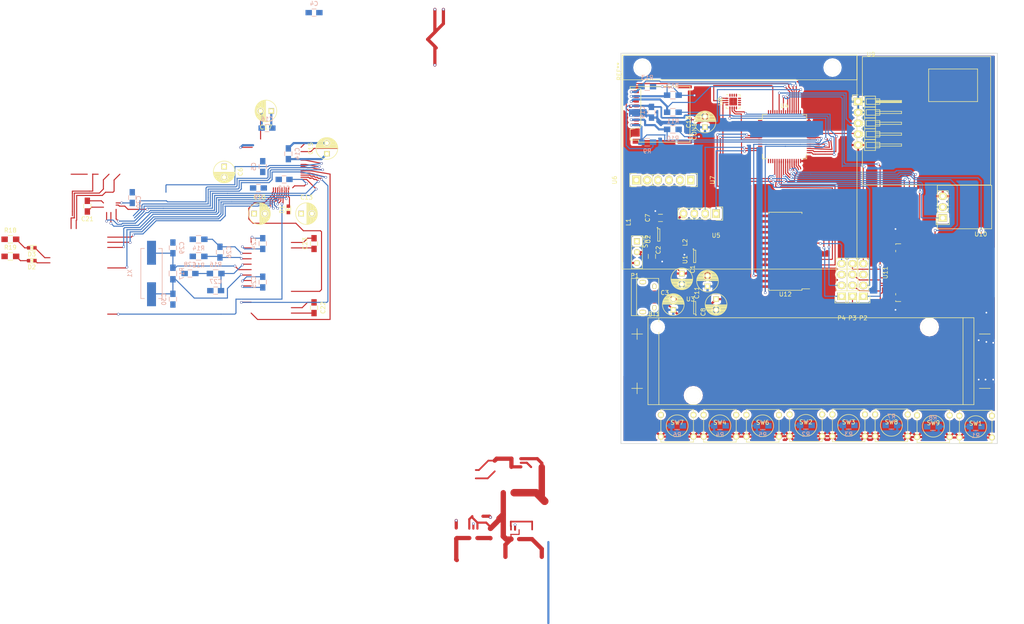
<source format=kicad_pcb>
(kicad_pcb (version 4) (host pcbnew 4.0.2-stable)
  (title_block (title "SenseWalk2: Minimalistic version") (rev 1) (company "University of Central Florida\\nSenior Design G23\\nBenoit Brummer\\n\\n\\n"))
  (layers (0 F.Cu signal) (31 B.Cu signal) (34 B.Paste user) (35 F.Paste user) (36 B.SilkS user) (37 F.SilkS user) (38 B.Mask user) (39 F.Mask user) (44 Edge.Cuts user))
  (net 0 "")
  (net 1 "Net-(BT1-Pad1)")
  (net 2 GND)
  (net 3 +BATT)
  (net 4 +5V)
  (net 5 +3V3)
  (net 6 PD2_SD-CMD)
  (net 7 PC10_SD-D2)
  (net 8 PC11_SD-D3)
  (net 9 PC12_SD-CK)
  (net 10 PC8_SD-D0)
  (net 11 PC9_SD-D1)
  (net 12 PA15_SD-DET)
  (net 13 "Net-(L2-Pad1)")
  (net 14 /in5)
  (net 15 /in6)
  (net 16 /in7)
  (net 17 /in8)
  (net 18 /in1)
  (net 19 /in2)
  (net 20 /in3)
  (net 21 /in4)
  (net 22 PC13_dbg)
  (net 23 NRST)
  (net 24 PC0_MP3-SCL)
  (net 25 PC1_MP3-SDA)
  (net 26 PC2_MAG-MISO)
  (net 27 PC3_mic)
  (net 28 PA0_las)
  (net 29 PA1_las)
  (net 30 PA2_UART)
  (net 31 PA3_UART)
  (net 32 PA4_BTpcm-Sync)
  (net 33 PA5_MP3-SCK)
  (net 34 PA6_BT-RTS)
  (net 35 PA7_MP3-SDI)
  (net 36 PC4_BT-RX)
  (net 37 PC5_BT-TX)
  (net 38 PB0_BT-GP9)
  (net 39 PB1_BT-CTS)
  (net 40 PB2_BT-GP2)
  (net 41 PB10_MAG-SPC)
  (net 42 "Net-(D1-Pad2)")
  (net 43 PB12_MAG-INT)
  (net 44 PB13_MAG-TRIG)
  (net 45 PB14_MP3-RST)
  (net 46 PB15_MAG-MOSI)
  (net 47 PC6_MP3-DR)
  (net 48 PA9_GPS-RX)
  (net 49 PA13_dbg)
  (net 50 PA14_dbg)
  (net 51 PB3_BTpcm-CLK)
  (net 52 PB5_BTpcm-IN)
  (net 53 PB7_GPS-TX)
  (net 54 PB9_MAG-CS)
  (net 55 "Net-(P4-Pad4)")
  (net 56 "Net-(P4-Pad1)")
  (net 57 "Net-(P4-Pad2)")
  (net 58 "Net-(C26-Pad1)")
  (net 59 "Net-(C28-Pad1)")
  (net 60 "Net-(C29-Pad1)")
  (net 61 "Net-(C27-Pad1)")
  (net 62 "Net-(D2-Pad2)")
  (net 63 "Net-(D2-Pad1)")
  (net 64 "Net-(D3-Pad2)")
  (net 65 "Net-(D3-Pad1)")
  (net 66 "Net-(P3-Pad1)")
  (net 67 "Net-(P3-Pad2)")
  (net 68 "Net-(P3-Pad3)")
  (net 69 "Net-(P3-Pad4)")
  (net 70 "Net-(CON1-Pad11)")
  (net 71 "Net-(CON1-Pad10)")
  (net 72 "Net-(L1-Pad2)")
  (net 73 "Net-(C3-Pad2)")
  (net 74 "Net-(C26-Pad2)")
  (net 75 "Net-(C30-Pad1)")
  (module BT:RN-52 (layer F.Cu) (at 248 122.8 270)
    (fp_text reference U11 (at 0 15.4 270) (layer F.SilkS))
    (fp_text value RN-52)
    (pad 28 smd rect (at 6.75 11 270) (size 1.6 0.8) (layers F.Cu F.Paste F.Mask))
    (pad 27 smd rect (at 5.9 13 270) (size 0.8 1.6) (layers F.Cu F.Paste F.Mask) (net 2 GND))
    (pad 19 smd rect (at -4.2 13 270) (size 0.8 1.6) (layers F.Cu F.Paste F.Mask))
    (pad 1 smd rect (at -6.75 -8.2 270) (size 1.6 0.8) (layers F.Cu F.Paste F.Mask) (net 2 GND))
    (pad 2 smd rect (at -6.75 -7 270) (size 1.6 0.8) (layers F.Cu F.Paste F.Mask) (net 40 PB2_BT-GP2))
    (pad 3 smd rect (at -6.75 -5.8 270) (size 1.6 0.8) (layers F.Cu F.Paste F.Mask))
    (pad 4 smd rect (at -6.75 -4.6 270) (size 1.6 0.8) (layers F.Cu F.Paste F.Mask))
    (pad 5 smd rect (at -6.75 -3.4 270) (size 1.6 0.8) (layers F.Cu F.Paste F.Mask))
    (pad 6 smd rect (at -6.75 -2.2 270) (size 1.6 0.8) (layers F.Cu F.Paste F.Mask))
    (pad 7 smd rect (at -6.75 -1 270) (size 1.6 0.8) (layers F.Cu F.Paste F.Mask))
    (pad 8 smd rect (at -6.75 0.2 270) (size 1.6 0.8) (layers F.Cu F.Paste F.Mask))
    (pad 9 smd rect (at -6.75 1.4 270) (size 1.6 0.8) (layers F.Cu F.Paste F.Mask))
    (pad 10 smd rect (at -6.75 2.6 270) (size 1.6 0.8) (layers F.Cu F.Paste F.Mask))
    (pad 11 smd rect (at -6.75 3.8 270) (size 1.6 0.8) (layers F.Cu F.Paste F.Mask) (net 38 PB0_BT-GP9))
    (pad 12 smd rect (at -6.75 5 270) (size 1.6 0.8) (layers F.Cu F.Paste F.Mask))
    (pad 13 smd rect (at -6.75 6.2 270) (size 1.6 0.8) (layers F.Cu F.Paste F.Mask))
    (pad 14 smd rect (at -6.75 7.4 270) (size 1.6 0.8) (layers F.Cu F.Paste F.Mask) (net 34 PA6_BT-RTS))
    (pad 15 smd rect (at -6.75 8.6 270) (size 1.6 0.8) (layers F.Cu F.Paste F.Mask) (net 39 PB1_BT-CTS))
    (pad 16 smd rect (at -6.75 9.8 270) (size 1.6 0.8) (layers F.Cu F.Paste F.Mask) (net 37 PC5_BT-TX))
    (pad 17 smd rect (at -6.75 11 270) (size 1.6 0.8) (layers F.Cu F.Paste F.Mask) (net 36 PC4_BT-RX))
    (pad 18 smd rect (at -5.9 13 270) (size 0.8 1.6) (layers F.Cu F.Paste F.Mask) (net 2 GND))
    (pad 20 smd rect (at -3 13 270) (size 0.8 1.6) (layers F.Cu F.Paste F.Mask))
    (pad 21 smd rect (at -1.8 13 270) (size 0.8 1.6) (layers F.Cu F.Paste F.Mask) (net 5 +3V3))
    (pad 22 smd rect (at -0.6 13 270) (size 0.8 1.6) (layers F.Cu F.Paste F.Mask) (net 5 +3V3))
    (pad 23 smd rect (at 0.6 13 270) (size 0.8 1.6) (layers F.Cu F.Paste F.Mask) (net 69 "Net-(P3-Pad4)"))
    (pad 24 smd rect (at 1.8 13 270) (size 0.8 1.6) (layers F.Cu F.Paste F.Mask) (net 68 "Net-(P3-Pad3)"))
    (pad 25 smd rect (at 3 13 270) (size 0.8 1.6) (layers F.Cu F.Paste F.Mask) (net 67 "Net-(P3-Pad2)"))
    (pad 26 smd rect (at 4.2 13 270) (size 0.8 1.6) (layers F.Cu F.Paste F.Mask) (net 66 "Net-(P3-Pad1)"))
    (pad 29 smd rect (at 6.75 9.8 270) (size 1.6 0.8) (layers F.Cu F.Paste F.Mask))
    (pad 30 smd rect (at 6.75 8.6 270) (size 1.6 0.8) (layers F.Cu F.Paste F.Mask))
    (pad 31 smd rect (at 6.75 7.4 270) (size 1.6 0.8) (layers F.Cu F.Paste F.Mask))
    (pad 32 smd rect (at 6.75 6.2 270) (size 1.6 0.8) (layers F.Cu F.Paste F.Mask) (net 65 "Net-(D3-Pad1)"))
    (pad 33 smd rect (at 6.75 5 270) (size 1.6 0.8) (layers F.Cu F.Paste F.Mask) (net 63 "Net-(D2-Pad1)"))
    (pad 34 smd rect (at 6.75 3.8 270) (size 1.6 0.8) (layers F.Cu F.Paste F.Mask))
    (pad 35 smd rect (at 6.75 2.6 270) (size 1.6 0.8) (layers F.Cu F.Paste F.Mask))
    (pad 36 smd rect (at 6.75 1.4 270) (size 1.6 0.8) (layers F.Cu F.Paste F.Mask))
    (pad 37 smd rect (at 6.75 0.2 270) (size 1.6 0.8) (layers F.Cu F.Paste F.Mask))
    (pad 38 smd rect (at 6.75 -1 270) (size 1.6 0.8) (layers F.Cu F.Paste F.Mask))
    (pad 39 smd rect (at 6.75 -2.2 270) (size 1.6 0.8) (layers F.Cu F.Paste F.Mask) (net 2 GND))
    (pad 40 smd rect (at 6.75 -3.4 270) (size 1.6 0.8) (layers F.Cu F.Paste F.Mask))
    (pad 41 smd rect (at 6.75 -4.6 270) (size 1.6 0.8) (layers F.Cu F.Paste F.Mask))
    (pad 42 smd rect (at 6.75 -5.8 270) (size 1.6 0.8) (layers F.Cu F.Paste F.Mask))
    (pad 43 smd rect (at 6.75 -7 270) (size 1.6 0.8) (layers F.Cu F.Paste F.Mask))
    (pad 44 smd rect (at 6.75 -8.2 270) (size 1.6 0.8) (layers F.Cu F.Paste F.Mask) (net 2 GND))
    (pad 45 smd oval (at 3.5 -7.7 270) (size 0.8 1) (layers F.Cu F.Paste F.Mask) (net 2 GND))
    (pad 46 smd oval (at 2.1 -7.7 270) (size 0.8 1) (layers F.Cu F.Paste F.Mask) (net 2 GND))
    (pad 47 smd oval (at 0.7 -7.7 270) (size 0.8 1) (layers F.Cu F.Paste F.Mask) (net 2 GND))
    (pad 48 smd oval (at -0.7 -7.7 270) (size 0.8 1) (layers F.Cu F.Paste F.Mask) (net 2 GND))
    (pad 49 smd oval (at -2.1 -7.7 270) (size 0.8 1) (layers F.Cu F.Paste F.Mask) (net 2 GND))
    (pad 50 smd oval (at -3.5 -7.7 270) (size 0.8 1) (layers F.Cu F.Paste F.Mask) (net 2 GND))
  )
  (module con-trougnouf:18650BatteryHolder (layer F.Cu) (at 172 143.5 180)
    (fp_text reference BT1 (at -6.5 11 180) (layer F.SilkS))
    (fp_text value Battery)
    (pad "" np_thru_hole oval (at -70.87 8 180) (size 3.45 3.45) (drill 3.45) (layers *.Cu *.Mask F.SilkS))
    (pad 1 smd rect (at -3.67 0 180) (size 7.34 6.35) (layers F.Cu F.Paste F.Mask) (net 1 "Net-(BT1-Pad1)"))
    (pad 2 smd rect (at -82.33 0 180) (size 7.34 6.35) (layers F.Cu F.Paste F.Mask) (net 2 GND))
    (pad "" np_thru_hole oval (at -7.34 8 180) (size 2.39 2.39) (drill 2.39) (layers *.Cu *.Mask F.SilkS))
    (pad "" np_thru_hole oval (at -15.67 -8 180) (size 3.45 3.45) (drill 3.45) (layers *.Cu *.Mask F.SilkS))
  )
  (module Capacitors_ThroughHole:C_Radial_D5_L11_P2.5 (layer F.Cu) (at 185 123 270)
    (fp_text reference C1 (at -1 -2.5 450) (layer F.SilkS))
    (fp_text value 10uF)
    (pad 1 thru_hole rect (at 0 0 270) (size 1.3 1.3) (drill 0.8) (layers *.Cu *.Mask F.SilkS) (net 3 +BATT))
    (pad 2 thru_hole circle (at 2.5 0 270) (size 1.3 1.3) (drill 0.8) (layers *.Cu *.Mask F.SilkS) (net 2 GND))
  )
  (module Capacitors_ThroughHole:C_Radial_D5_L11_P2.5 (layer F.Cu) (at 183 131.5 90)
    (fp_text reference C3 (at 4 -2 180) (layer F.SilkS))
    (fp_text value 1uF)
    (pad 1 thru_hole rect (at 0 0 90) (size 1.3 1.3) (drill 0.8) (layers *.Cu *.Mask F.SilkS) (net 2 GND))
    (pad 2 thru_hole circle (at 2.5 0 90) (size 1.3 1.3) (drill 0.8) (layers *.Cu *.Mask F.SilkS) (net 73 "Net-(C3-Pad2)"))
  )
  (module Capacitors_SMD:C_0805_HandSoldering (layer B.Cu) (at 99 62 180)
    (fp_text reference C4 (at 0 2.1 180) (layer B.SilkS) (effects (justify mirror)))
    (fp_text value 0.1uF)
    (pad 1 smd rect (at -1.25 0 180) (size 1.5 1.25) (layers B.Cu B.Paste B.Mask) (net 2 GND))
    (pad 2 smd rect (at 1.25 0 180) (size 1.5 1.25) (layers B.Cu B.Paste B.Mask) (net 5 +3V3))
  )
  (module Capacitors_ThroughHole:C_Radial_D5_L11_P2.5 (layer F.Cu) (at 78 98 270)
    (fp_text reference C6 (at 1.25 -3.8 270) (layer F.SilkS))
    (fp_text value 4.7uF)
    (pad 1 thru_hole rect (at 0 0 270) (size 1.3 1.3) (drill 0.8) (layers *.Cu *.Mask F.SilkS) (net 2 GND))
    (pad 2 thru_hole circle (at 2.5 0 270) (size 1.3 1.3) (drill 0.8) (layers *.Cu *.Mask F.SilkS) (net 5 +3V3))
  )
  (module Capacitors_SMD:C_0805_HandSoldering (layer F.Cu) (at 180 110 180)
    (fp_text reference C7 (at 3 0 270) (layer F.SilkS))
    (fp_text value 10uF)
    (pad 1 smd rect (at -1.25 0 180) (size 1.5 1.25) (layers F.Cu F.Paste F.Mask) (net 4 +5V))
    (pad 2 smd rect (at 1.25 0 180) (size 1.5 1.25) (layers F.Cu F.Paste F.Mask) (net 2 GND))
  )
  (module Capacitors_ThroughHole:C_Radial_D5_L11_P2.5 (layer F.Cu) (at 193 129 270)
    (fp_text reference C8 (at 3 3 270) (layer F.SilkS))
    (fp_text value 1uF)
    (pad 1 thru_hole rect (at 0 0 270) (size 1.3 1.3) (drill 0.8) (layers *.Cu *.Mask F.SilkS) (net 1 "Net-(BT1-Pad1)"))
    (pad 2 thru_hole circle (at 2.5 0 270) (size 1.3 1.3) (drill 0.8) (layers *.Cu *.Mask F.SilkS) (net 2 GND))
  )
  (module Capacitors_ThroughHole:C_Radial_D5_L11_P2.5 (layer F.Cu) (at 85 109)
    (fp_text reference C10 (at 1.25 -3.8) (layer F.SilkS))
    (fp_text value 4.7uF)
    (pad 1 thru_hole rect (at 0 0) (size 1.3 1.3) (drill 0.8) (layers *.Cu *.Mask F.SilkS) (net 2 GND))
    (pad 2 thru_hole circle (at 2.5 0) (size 1.3 1.3) (drill 0.8) (layers *.Cu *.Mask F.SilkS) (net 5 +3V3))
  )
  (module Capacitors_ThroughHole:C_Radial_D5_L11_P2.5 (layer F.Cu) (at 89 85 180)
    (fp_text reference C17 (at 1.25 -3.8 180) (layer F.SilkS))
    (fp_text value 4.7uF)
    (pad 1 thru_hole rect (at 0 0 180) (size 1.3 1.3) (drill 0.8) (layers *.Cu *.Mask F.SilkS) (net 2 GND))
    (pad 2 thru_hole circle (at 2.5 0 180) (size 1.3 1.3) (drill 0.8) (layers *.Cu *.Mask F.SilkS) (net 5 +3V3))
  )
  (module Inductors_NEOSID:Neosid_Inductor_SM-NE29_SMD1008 (layer F.Cu) (at 175 110)
    (fp_text reference L1 (at -2.5 1 270) (layer F.SilkS))
    (fp_text value 4.7uH)
    (pad 2 smd rect (at 1.14554 0) (size 1.02108 2.54) (layers F.Cu F.Paste F.Mask) (net 72 "Net-(L1-Pad2)"))
    (pad 1 smd rect (at -1.14554 0) (size 1.02108 2.54) (layers F.Cu F.Paste F.Mask) (net 3 +BATT))
  )
  (module Inductors_NEOSID:Neosid_Inductor_SM-NE29_SMD1008 (layer F.Cu) (at 188 115)
    (fp_text reference L2 (at -2.25 0.75 90) (layer F.SilkS))
    (fp_text value 4.7uH)
    (pad 2 smd rect (at 1.14554 0) (size 1.02108 2.54) (layers F.Cu F.Paste F.Mask) (net 5 +3V3))
    (pad 1 smd rect (at -1.14554 0) (size 1.02108 2.54) (layers F.Cu F.Paste F.Mask) (net 13 "Net-(L2-Pad1)"))
  )
  (module Connect:USB_Micro-B (layer F.Cu) (at 177 128.5 270)
    (fp_text reference P1 (at -5 3 360) (layer F.SilkS))
    (fp_text value USB_B)
    (pad 1 smd rect (at -1.3009 -1.56254) (size 1.35 0.4) (layers F.Cu F.Paste F.Mask) (net 73 "Net-(C3-Pad2)"))
    (pad 2 smd rect (at -0.6509 -1.56254) (size 1.35 0.4) (layers F.Cu F.Paste F.Mask))
    (pad 3 smd rect (at -0.0009 -1.56254) (size 1.35 0.4) (layers F.Cu F.Paste F.Mask))
    (pad 4 smd rect (at 0.6491 -1.56254) (size 1.35 0.4) (layers F.Cu F.Paste F.Mask) (net 2 GND))
    (pad 5 smd rect (at 1.2991 -1.56254) (size 1.35 0.4) (layers F.Cu F.Paste F.Mask))
    (pad 6 thru_hole oval (at -2.5009 -1.56254) (size 0.95 1.25) (drill oval 0.55 0.85) (layers *.Cu *.Mask F.SilkS))
    (pad 6 thru_hole oval (at 2.4991 -1.56254) (size 0.95 1.25) (drill oval 0.55 0.85) (layers *.Cu *.Mask F.SilkS))
    (pad 6 thru_hole oval (at -3.5009 1.13746) (size 1.55 1) (drill oval 1.15 0.5) (layers *.Cu *.Mask F.SilkS))
    (pad 6 thru_hole oval (at 3.4991 1.13746) (size 1.55 1) (drill oval 1.15 0.5) (layers *.Cu *.Mask F.SilkS))
  )
  (module Buttons_Switches_ThroughHole:SW_PUSH_SMALL (layer F.Cu) (at 253.7 158.8)
    (fp_text reference SW1 (at 0 -0.762) (layer F.SilkS))
    (fp_text value SW_PUSH)
    (pad 1 thru_hole circle (at 3.81 -2.54) (size 1.397 1.397) (drill 0.8128) (layers *.Cu *.Mask F.SilkS) (net 14 /in5))
    (pad 2 thru_hole circle (at 3.81 2.54) (size 1.397 1.397) (drill 0.8128) (layers *.Cu *.Mask F.SilkS) (net 5 +3V3))
    (pad 1 thru_hole circle (at -3.81 -2.54) (size 1.397 1.397) (drill 0.8128) (layers *.Cu *.Mask F.SilkS) (net 14 /in5))
    (pad 2 thru_hole circle (at -3.81 2.54) (size 1.397 1.397) (drill 0.8128) (layers *.Cu *.Mask F.SilkS) (net 5 +3V3))
  )
  (module Buttons_Switches_ThroughHole:SW_PUSH_SMALL (layer F.Cu) (at 214 158.5)
    (fp_text reference SW2 (at 0 -0.762) (layer F.SilkS))
    (fp_text value SW_PUSH)
    (pad 1 thru_hole circle (at 3.81 -2.54) (size 1.397 1.397) (drill 0.8128) (layers *.Cu *.Mask F.SilkS) (net 15 /in6))
    (pad 2 thru_hole circle (at 3.81 2.54) (size 1.397 1.397) (drill 0.8128) (layers *.Cu *.Mask F.SilkS) (net 5 +3V3))
    (pad 1 thru_hole circle (at -3.81 -2.54) (size 1.397 1.397) (drill 0.8128) (layers *.Cu *.Mask F.SilkS) (net 15 /in6))
    (pad 2 thru_hole circle (at -3.81 2.54) (size 1.397 1.397) (drill 0.8128) (layers *.Cu *.Mask F.SilkS) (net 5 +3V3))
  )
  (module Buttons_Switches_ThroughHole:SW_PUSH_SMALL (layer F.Cu) (at 224 158.5)
    (fp_text reference SW3 (at 0 -0.762) (layer F.SilkS))
    (fp_text value SW_PUSH)
    (pad 1 thru_hole circle (at 3.81 -2.54) (size 1.397 1.397) (drill 0.8128) (layers *.Cu *.Mask F.SilkS) (net 16 /in7))
    (pad 2 thru_hole circle (at 3.81 2.54) (size 1.397 1.397) (drill 0.8128) (layers *.Cu *.Mask F.SilkS) (net 5 +3V3))
    (pad 1 thru_hole circle (at -3.81 -2.54) (size 1.397 1.397) (drill 0.8128) (layers *.Cu *.Mask F.SilkS) (net 16 /in7))
    (pad 2 thru_hole circle (at -3.81 2.54) (size 1.397 1.397) (drill 0.8128) (layers *.Cu *.Mask F.SilkS) (net 5 +3V3))
  )
  (module Buttons_Switches_ThroughHole:SW_PUSH_SMALL (layer F.Cu) (at 193.9 158.6)
    (fp_text reference SW4 (at 0 -0.762) (layer F.SilkS))
    (fp_text value SW_PUSH)
    (pad 1 thru_hole circle (at 3.81 -2.54) (size 1.397 1.397) (drill 0.8128) (layers *.Cu *.Mask F.SilkS) (net 17 /in8))
    (pad 2 thru_hole circle (at 3.81 2.54) (size 1.397 1.397) (drill 0.8128) (layers *.Cu *.Mask F.SilkS) (net 5 +3V3))
    (pad 1 thru_hole circle (at -3.81 -2.54) (size 1.397 1.397) (drill 0.8128) (layers *.Cu *.Mask F.SilkS) (net 17 /in8))
    (pad 2 thru_hole circle (at -3.81 2.54) (size 1.397 1.397) (drill 0.8128) (layers *.Cu *.Mask F.SilkS) (net 5 +3V3))
  )
  (module Buttons_Switches_ThroughHole:SW_Micro_SPST (layer F.Cu) (at 174.5 118 270)
    (fp_text reference SW5 (at -2.5 -2 270) (layer F.SilkS))
    (fp_text value Switch_SPDT_x2)
    (pad 1 thru_hole rect (at -2.54 0 270) (size 1.397 1.397) (drill 0.8128) (layers *.Cu *.Mask F.SilkS))
    (pad 2 thru_hole circle (at 0 0 270) (size 1.397 1.397) (drill 0.8128) (layers *.Cu *.Mask F.SilkS) (net 3 +BATT))
    (pad 3 thru_hole circle (at 2.54 0 270) (size 1.397 1.397) (drill 0.8128) (layers *.Cu *.Mask F.SilkS) (net 1 "Net-(BT1-Pad1)"))
  )
  (module Buttons_Switches_ThroughHole:SW_PUSH_SMALL (layer F.Cu) (at 203.9 158.6)
    (fp_text reference SW6 (at 0 -0.762) (layer F.SilkS))
    (fp_text value SW_PUSH)
    (pad 1 thru_hole circle (at 3.81 -2.54) (size 1.397 1.397) (drill 0.8128) (layers *.Cu *.Mask F.SilkS) (net 18 /in1))
    (pad 2 thru_hole circle (at 3.81 2.54) (size 1.397 1.397) (drill 0.8128) (layers *.Cu *.Mask F.SilkS) (net 5 +3V3))
    (pad 1 thru_hole circle (at -3.81 -2.54) (size 1.397 1.397) (drill 0.8128) (layers *.Cu *.Mask F.SilkS) (net 18 /in1))
    (pad 2 thru_hole circle (at -3.81 2.54) (size 1.397 1.397) (drill 0.8128) (layers *.Cu *.Mask F.SilkS) (net 5 +3V3))
  )
  (module Buttons_Switches_ThroughHole:SW_PUSH_SMALL (layer F.Cu) (at 183.9 158.6)
    (fp_text reference SW7 (at 0 -0.762) (layer F.SilkS))
    (fp_text value SW_PUSH)
    (pad 1 thru_hole circle (at 3.81 -2.54) (size 1.397 1.397) (drill 0.8128) (layers *.Cu *.Mask F.SilkS) (net 19 /in2))
    (pad 2 thru_hole circle (at 3.81 2.54) (size 1.397 1.397) (drill 0.8128) (layers *.Cu *.Mask F.SilkS) (net 5 +3V3))
    (pad 1 thru_hole circle (at -3.81 -2.54) (size 1.397 1.397) (drill 0.8128) (layers *.Cu *.Mask F.SilkS) (net 19 /in2))
    (pad 2 thru_hole circle (at -3.81 2.54) (size 1.397 1.397) (drill 0.8128) (layers *.Cu *.Mask F.SilkS) (net 5 +3V3))
  )
  (module Buttons_Switches_ThroughHole:SW_PUSH_SMALL (layer F.Cu) (at 234 158.5)
    (fp_text reference SW8 (at 0 -0.762) (layer F.SilkS))
    (fp_text value SW_PUSH)
    (pad 1 thru_hole circle (at 3.81 -2.54) (size 1.397 1.397) (drill 0.8128) (layers *.Cu *.Mask F.SilkS) (net 20 /in3))
    (pad 2 thru_hole circle (at 3.81 2.54) (size 1.397 1.397) (drill 0.8128) (layers *.Cu *.Mask F.SilkS) (net 5 +3V3))
    (pad 1 thru_hole circle (at -3.81 -2.54) (size 1.397 1.397) (drill 0.8128) (layers *.Cu *.Mask F.SilkS) (net 20 /in3))
    (pad 2 thru_hole circle (at -3.81 2.54) (size 1.397 1.397) (drill 0.8128) (layers *.Cu *.Mask F.SilkS) (net 5 +3V3))
  )
  (module Buttons_Switches_ThroughHole:SW_PUSH_SMALL (layer F.Cu) (at 243.8 158.7)
    (fp_text reference SW9 (at 0 -0.762) (layer F.SilkS))
    (fp_text value SW_PUSH)
    (pad 1 thru_hole circle (at 3.81 -2.54) (size 1.397 1.397) (drill 0.8128) (layers *.Cu *.Mask F.SilkS) (net 21 /in4))
    (pad 2 thru_hole circle (at 3.81 2.54) (size 1.397 1.397) (drill 0.8128) (layers *.Cu *.Mask F.SilkS) (net 5 +3V3))
    (pad 1 thru_hole circle (at -3.81 -2.54) (size 1.397 1.397) (drill 0.8128) (layers *.Cu *.Mask F.SilkS) (net 21 /in4))
    (pad 2 thru_hole circle (at -3.81 2.54) (size 1.397 1.397) (drill 0.8128) (layers *.Cu *.Mask F.SilkS) (net 5 +3V3))
  )
  (module TO_SOT_Packages_SMD:SOT-23-5 (layer F.Cu) (at 179.6 114)
    (fp_text reference U2 (at -2.5 1 90) (layer F.SilkS))
    (fp_text value XC9140)
    (pad 1 smd rect (at -1.1 -0.95) (size 1.06 0.65) (layers F.Cu F.Paste F.Mask) (net 3 +BATT))
    (pad 2 smd rect (at -1.1 0) (size 1.06 0.65) (layers F.Cu F.Paste F.Mask) (net 2 GND))
    (pad 3 smd rect (at -1.1 0.95) (size 1.06 0.65) (layers F.Cu F.Paste F.Mask) (net 3 +BATT))
    (pad 4 smd rect (at 1.1 0.95) (size 1.06 0.65) (layers F.Cu F.Paste F.Mask) (net 4 +5V))
    (pad 5 smd rect (at 1.1 -0.95) (size 1.06 0.65) (layers F.Cu F.Paste F.Mask) (net 72 "Net-(L1-Pad2)"))
  )
  (module TO_SOT_Packages_SMD:SOT-23-5 (layer F.Cu) (at 188 131 180)
    (fp_text reference U3 (at 1 2 180) (layer F.SilkS))
    (fp_text value MCP73811/2)
    (pad 1 smd rect (at -1.1 -0.95 180) (size 1.06 0.65) (layers F.Cu F.Paste F.Mask) (net 73 "Net-(C3-Pad2)"))
    (pad 2 smd rect (at -1.1 0 180) (size 1.06 0.65) (layers F.Cu F.Paste F.Mask) (net 2 GND))
    (pad 3 smd rect (at -1.1 0.95 180) (size 1.06 0.65) (layers F.Cu F.Paste F.Mask) (net 1 "Net-(BT1-Pad1)"))
    (pad 4 smd rect (at 1.1 0.95 180) (size 1.06 0.65) (layers F.Cu F.Paste F.Mask) (net 73 "Net-(C3-Pad2)"))
    (pad 5 smd rect (at 1.1 -0.95 180) (size 1.06 0.65) (layers F.Cu F.Paste F.Mask) (net 73 "Net-(C3-Pad2)"))
  )
  (module Housings_QFP:LQFP-64_10x10mm_Pitch0.5mm (layer F.Cu) (at 209 91)
    (fp_text reference U4 (at 0 -7.2) (layer F.SilkS))
    (fp_text value STM32L476R)
    (pad 1 smd rect (at -5.7 -3.75) (size 1 0.25) (layers F.Cu F.Paste F.Mask) (net 5 +3V3))
    (pad 2 smd rect (at -5.7 -3.25) (size 1 0.25) (layers F.Cu F.Paste F.Mask) (net 22 PC13_dbg))
    (pad 3 smd rect (at -5.7 -2.75) (size 1 0.25) (layers F.Cu F.Paste F.Mask) (net 14 /in5))
    (pad 4 smd rect (at -5.7 -2.25) (size 1 0.25) (layers F.Cu F.Paste F.Mask) (net 15 /in6))
    (pad 5 smd rect (at -5.7 -1.75) (size 1 0.25) (layers F.Cu F.Paste F.Mask) (net 16 /in7))
    (pad 6 smd rect (at -5.7 -1.25) (size 1 0.25) (layers F.Cu F.Paste F.Mask) (net 17 /in8))
    (pad 7 smd rect (at -5.7 -0.75) (size 1 0.25) (layers F.Cu F.Paste F.Mask) (net 23 NRST))
    (pad 8 smd rect (at -5.7 -0.25) (size 1 0.25) (layers F.Cu F.Paste F.Mask) (net 24 PC0_MP3-SCL))
    (pad 9 smd rect (at -5.7 0.25) (size 1 0.25) (layers F.Cu F.Paste F.Mask) (net 25 PC1_MP3-SDA))
    (pad 10 smd rect (at -5.7 0.75) (size 1 0.25) (layers F.Cu F.Paste F.Mask) (net 26 PC2_MAG-MISO))
    (pad 11 smd rect (at -5.7 1.25) (size 1 0.25) (layers F.Cu F.Paste F.Mask) (net 27 PC3_mic))
    (pad 12 smd rect (at -5.7 1.75) (size 1 0.25) (layers F.Cu F.Paste F.Mask) (net 2 GND))
    (pad 13 smd rect (at -5.7 2.25) (size 1 0.25) (layers F.Cu F.Paste F.Mask) (net 5 +3V3))
    (pad 14 smd rect (at -5.7 2.75) (size 1 0.25) (layers F.Cu F.Paste F.Mask) (net 28 PA0_las))
    (pad 15 smd rect (at -5.7 3.25) (size 1 0.25) (layers F.Cu F.Paste F.Mask) (net 29 PA1_las))
    (pad 16 smd rect (at -5.7 3.75) (size 1 0.25) (layers F.Cu F.Paste F.Mask) (net 30 PA2_UART))
    (pad 17 smd rect (at -3.75 5.7 90) (size 1 0.25) (layers F.Cu F.Paste F.Mask) (net 31 PA3_UART))
    (pad 18 smd rect (at -3.25 5.7 90) (size 1 0.25) (layers F.Cu F.Paste F.Mask) (net 2 GND))
    (pad 19 smd rect (at -2.75 5.7 90) (size 1 0.25) (layers F.Cu F.Paste F.Mask) (net 5 +3V3))
    (pad 20 smd rect (at -2.25 5.7 90) (size 1 0.25) (layers F.Cu F.Paste F.Mask) (net 32 PA4_BTpcm-Sync))
    (pad 21 smd rect (at -1.75 5.7 90) (size 1 0.25) (layers F.Cu F.Paste F.Mask) (net 33 PA5_MP3-SCK))
    (pad 22 smd rect (at -1.25 5.7 90) (size 1 0.25) (layers F.Cu F.Paste F.Mask) (net 34 PA6_BT-RTS))
    (pad 23 smd rect (at -0.75 5.7 90) (size 1 0.25) (layers F.Cu F.Paste F.Mask) (net 35 PA7_MP3-SDI))
    (pad 24 smd rect (at -0.25 5.7 90) (size 1 0.25) (layers F.Cu F.Paste F.Mask) (net 36 PC4_BT-RX))
    (pad 25 smd rect (at 0.25 5.7 90) (size 1 0.25) (layers F.Cu F.Paste F.Mask) (net 37 PC5_BT-TX))
    (pad 26 smd rect (at 0.75 5.7 90) (size 1 0.25) (layers F.Cu F.Paste F.Mask) (net 38 PB0_BT-GP9))
    (pad 27 smd rect (at 1.25 5.7 90) (size 1 0.25) (layers F.Cu F.Paste F.Mask) (net 39 PB1_BT-CTS))
    (pad 28 smd rect (at 1.75 5.7 90) (size 1 0.25) (layers F.Cu F.Paste F.Mask) (net 40 PB2_BT-GP2))
    (pad 29 smd rect (at 2.25 5.7 90) (size 1 0.25) (layers F.Cu F.Paste F.Mask) (net 41 PB10_MAG-SPC))
    (pad 30 smd rect (at 2.75 5.7 90) (size 1 0.25) (layers F.Cu F.Paste F.Mask) (net 42 "Net-(D1-Pad2)"))
    (pad 31 smd rect (at 3.25 5.7 90) (size 1 0.25) (layers F.Cu F.Paste F.Mask) (net 2 GND))
    (pad 32 smd rect (at 3.75 5.7 90) (size 1 0.25) (layers F.Cu F.Paste F.Mask) (net 5 +3V3))
    (pad 33 smd rect (at 5.7 3.75) (size 1 0.25) (layers F.Cu F.Paste F.Mask) (net 43 PB12_MAG-INT))
    (pad 34 smd rect (at 5.7 3.25) (size 1 0.25) (layers F.Cu F.Paste F.Mask) (net 44 PB13_MAG-TRIG))
    (pad 35 smd rect (at 5.7 2.75) (size 1 0.25) (layers F.Cu F.Paste F.Mask) (net 45 PB14_MP3-RST))
    (pad 36 smd rect (at 5.7 2.25) (size 1 0.25) (layers F.Cu F.Paste F.Mask) (net 46 PB15_MAG-MOSI))
    (pad 37 smd rect (at 5.7 1.75) (size 1 0.25) (layers F.Cu F.Paste F.Mask) (net 47 PC6_MP3-DR))
    (pad 38 smd rect (at 5.7 1.25) (size 1 0.25) (layers F.Cu F.Paste F.Mask))
    (pad 39 smd rect (at 5.7 0.75) (size 1 0.25) (layers F.Cu F.Paste F.Mask) (net 10 PC8_SD-D0))
    (pad 40 smd rect (at 5.7 0.25) (size 1 0.25) (layers F.Cu F.Paste F.Mask) (net 11 PC9_SD-D1))
    (pad 41 smd rect (at 5.7 -0.25) (size 1 0.25) (layers F.Cu F.Paste F.Mask) (net 18 /in1))
    (pad 42 smd rect (at 5.7 -0.75) (size 1 0.25) (layers F.Cu F.Paste F.Mask) (net 48 PA9_GPS-RX))
    (pad 43 smd rect (at 5.7 -1.25) (size 1 0.25) (layers F.Cu F.Paste F.Mask) (net 19 /in2))
    (pad 44 smd rect (at 5.7 -1.75) (size 1 0.25) (layers F.Cu F.Paste F.Mask) (net 20 /in3))
    (pad 45 smd rect (at 5.7 -2.25) (size 1 0.25) (layers F.Cu F.Paste F.Mask) (net 21 /in4))
    (pad 46 smd rect (at 5.7 -2.75) (size 1 0.25) (layers F.Cu F.Paste F.Mask) (net 49 PA13_dbg))
    (pad 47 smd rect (at 5.7 -3.25) (size 1 0.25) (layers F.Cu F.Paste F.Mask) (net 2 GND))
    (pad 48 smd rect (at 5.7 -3.75) (size 1 0.25) (layers F.Cu F.Paste F.Mask) (net 5 +3V3))
    (pad 49 smd rect (at 3.75 -5.7 90) (size 1 0.25) (layers F.Cu F.Paste F.Mask) (net 50 PA14_dbg))
    (pad 50 smd rect (at 3.25 -5.7 90) (size 1 0.25) (layers F.Cu F.Paste F.Mask) (net 12 PA15_SD-DET))
    (pad 51 smd rect (at 2.75 -5.7 90) (size 1 0.25) (layers F.Cu F.Paste F.Mask) (net 7 PC10_SD-D2))
    (pad 52 smd rect (at 2.25 -5.7 90) (size 1 0.25) (layers F.Cu F.Paste F.Mask) (net 8 PC11_SD-D3))
    (pad 53 smd rect (at 1.75 -5.7 90) (size 1 0.25) (layers F.Cu F.Paste F.Mask) (net 9 PC12_SD-CK))
    (pad 54 smd rect (at 1.25 -5.7 90) (size 1 0.25) (layers F.Cu F.Paste F.Mask) (net 6 PD2_SD-CMD))
    (pad 55 smd rect (at 0.75 -5.7 90) (size 1 0.25) (layers F.Cu F.Paste F.Mask) (net 51 PB3_BTpcm-CLK))
    (pad 56 smd rect (at 0.25 -5.7 90) (size 1 0.25) (layers F.Cu F.Paste F.Mask))
    (pad 57 smd rect (at -0.25 -5.7 90) (size 1 0.25) (layers F.Cu F.Paste F.Mask) (net 52 PB5_BTpcm-IN))
    (pad 58 smd rect (at -0.75 -5.7 90) (size 1 0.25) (layers F.Cu F.Paste F.Mask))
    (pad 59 smd rect (at -1.25 -5.7 90) (size 1 0.25) (layers F.Cu F.Paste F.Mask) (net 53 PB7_GPS-TX))
    (pad 60 smd rect (at -1.75 -5.7 90) (size 1 0.25) (layers F.Cu F.Paste F.Mask))
    (pad 61 smd rect (at -2.25 -5.7 90) (size 1 0.25) (layers F.Cu F.Paste F.Mask))
    (pad 62 smd rect (at -2.75 -5.7 90) (size 1 0.25) (layers F.Cu F.Paste F.Mask) (net 54 PB9_MAG-CS))
    (pad 63 smd rect (at -3.25 -5.7 90) (size 1 0.25) (layers F.Cu F.Paste F.Mask) (net 2 GND))
    (pad 64 smd rect (at -3.75 -5.7 90) (size 1 0.25) (layers F.Cu F.Paste F.Mask) (net 5 +3V3))
  )
  (module con-trougnouf:Socket_Strip_Straight_1x04_3467 (layer F.Cu) (at 193 109 180)
    (fp_text reference U5 (at 0 -5.1 180) (layer F.SilkS))
    (fp_text value Lightware_SF10/A)
    (pad 3 thru_hole rect (at 0 0 180) (size 1.7272 2.032) (drill 1.016) (layers *.Cu *.Mask F.SilkS) (net 29 PA1_las))
    (pad 4 thru_hole oval (at 2.54 0 180) (size 1.7272 2.032) (drill 1.016) (layers *.Cu *.Mask F.SilkS) (net 28 PA0_las))
    (pad 6 thru_hole oval (at 5.08 0 180) (size 1.7272 2.032) (drill 1.016) (layers *.Cu *.Mask F.SilkS) (net 2 GND))
    (pad 7 thru_hole oval (at 7.62 0 180) (size 1.7272 2.032) (drill 1.016) (layers *.Cu *.Mask F.SilkS) (net 4 +5V))
  )
  (module Pin_Headers:Pin_Header_Straight_1x02 (layer F.Cu) (at 174.37 101.15 90)
    (fp_text reference U6 (at 0 -5.1 90) (layer F.SilkS))
    (fp_text value UART)
    (pad 1 thru_hole rect (at 0 0 90) (size 2.032 2.032) (drill 1.016) (layers *.Cu *.Mask F.SilkS) (net 31 PA3_UART))
    (pad 2 thru_hole oval (at 0 2.54 90) (size 2.032 2.032) (drill 1.016) (layers *.Cu *.Mask F.SilkS) (net 30 PA2_UART))
  )
  (module Housings_DFN_QFN:QFN-16-1EP_3x3mm_Pitch0.5mm (layer F.Cu) (at 197 82.8)
    (fp_text reference U8 (at -3 0 90) (layer F.SilkS))
    (fp_text value MLX90393)
    (pad 1 smd oval (at -1.475 -0.75) (size 0.75 0.3) (layers F.Cu F.Paste F.Mask) (net 43 PB12_MAG-INT))
    (pad 2 smd oval (at -1.475 -0.25) (size 0.75 0.3) (layers F.Cu F.Paste F.Mask) (net 54 PB9_MAG-CS))
    (pad 3 smd oval (at -1.475 0.25) (size 0.75 0.3) (layers F.Cu F.Paste F.Mask) (net 41 PB10_MAG-SPC))
    (pad 4 smd oval (at -1.475 0.75) (size 0.75 0.3) (layers F.Cu F.Paste F.Mask))
    (pad 5 smd oval (at -0.75 1.475 90) (size 0.75 0.3) (layers F.Cu F.Paste F.Mask) (net 46 PB15_MAG-MOSI))
    (pad 6 smd oval (at -0.25 1.475 90) (size 0.75 0.3) (layers F.Cu F.Paste F.Mask) (net 26 PC2_MAG-MISO))
    (pad 7 smd oval (at 0.25 1.475 90) (size 0.75 0.3) (layers F.Cu F.Paste F.Mask) (net 44 PB13_MAG-TRIG))
    (pad 8 smd oval (at 0.75 1.475 90) (size 0.75 0.3) (layers F.Cu F.Paste F.Mask) (net 5 +3V3))
    (pad 9 smd oval (at 1.475 0.75) (size 0.75 0.3) (layers F.Cu F.Paste F.Mask))
    (pad 10 smd oval (at 1.475 0.25) (size 0.75 0.3) (layers F.Cu F.Paste F.Mask))
    (pad 11 smd oval (at 1.475 -0.25) (size 0.75 0.3) (layers F.Cu F.Paste F.Mask) (net 2 GND))
    (pad 12 smd oval (at 1.475 -0.75) (size 0.75 0.3) (layers F.Cu F.Paste F.Mask) (net 2 GND))
    (pad 13 smd oval (at 0.75 -1.475 90) (size 0.75 0.3) (layers F.Cu F.Paste F.Mask) (net 2 GND))
    (pad 14 smd oval (at 0.25 -1.475 90) (size 0.75 0.3) (layers F.Cu F.Paste F.Mask))
    (pad 15 smd oval (at -0.25 -1.475 90) (size 0.75 0.3) (layers F.Cu F.Paste F.Mask) (net 5 +3V3))
    (pad 16 smd oval (at -0.75 -1.475 90) (size 0.75 0.3) (layers F.Cu F.Paste F.Mask))
    (pad 17 smd rect (at 0.45 0.45) (size 0.9 0.9) (layers F.Cu F.Paste F.Mask))
    (pad 17 smd rect (at 0.45 -0.45) (size 0.9 0.9) (layers F.Cu F.Paste F.Mask))
    (pad 17 smd rect (at -0.45 0.45) (size 0.9 0.9) (layers F.Cu F.Paste F.Mask))
    (pad 17 smd rect (at -0.45 -0.45) (size 0.9 0.9) (layers F.Cu F.Paste F.Mask))
  )
  (module Housings_SOIC:SOIC-28_7.5x17.9mm_Pitch1.27mm (layer F.Cu) (at 209.2 117.8 180)
    (fp_text reference U12 (at 0 -10.05 180) (layer F.SilkS))
    (fp_text value STA013)
    (pad 1 smd rect (at -4.7 -8.255 180) (size 2 0.6) (layers F.Cu F.Paste F.Mask) (net 5 +3V3))
    (pad 2 smd rect (at -4.7 -6.985 180) (size 2 0.6) (layers F.Cu F.Paste F.Mask) (net 2 GND))
    (pad 3 smd rect (at -4.7 -5.715 180) (size 2 0.6) (layers F.Cu F.Paste F.Mask) (net 25 PC1_MP3-SDA))
    (pad 4 smd rect (at -4.7 -4.445 180) (size 2 0.6) (layers F.Cu F.Paste F.Mask) (net 24 PC0_MP3-SCL))
    (pad 5 smd rect (at -4.7 -3.175 180) (size 2 0.6) (layers F.Cu F.Paste F.Mask) (net 35 PA7_MP3-SDI))
    (pad 6 smd rect (at -4.7 -1.905 180) (size 2 0.6) (layers F.Cu F.Paste F.Mask) (net 33 PA5_MP3-SCK))
    (pad 7 smd rect (at -4.7 -0.635 180) (size 2 0.6) (layers F.Cu F.Paste F.Mask) (net 5 +3V3))
    (pad 8 smd rect (at -4.7 0.635 180) (size 2 0.6) (layers F.Cu F.Paste F.Mask) (net 5 +3V3))
    (pad 9 smd rect (at -4.7 1.905 180) (size 2 0.6) (layers F.Cu F.Paste F.Mask) (net 55 "Net-(P4-Pad4)"))
    (pad 10 smd rect (at -4.7 3.175 180) (size 2 0.6) (layers F.Cu F.Paste F.Mask) (net 56 "Net-(P4-Pad1)"))
    (pad 11 smd rect (at -4.7 4.445 180) (size 2 0.6) (layers F.Cu F.Paste F.Mask) (net 57 "Net-(P4-Pad2)"))
    (pad 12 smd rect (at -4.7 5.715 180) (size 2 0.6) (layers F.Cu F.Paste F.Mask))
    (pad 13 smd rect (at -4.7 6.985 180) (size 2 0.6) (layers F.Cu F.Paste F.Mask) (net 2 GND))
    (pad 14 smd rect (at -4.7 8.255 180) (size 2 0.6) (layers F.Cu F.Paste F.Mask) (net 5 +3V3))
    (pad 15 smd rect (at 4.7 8.255 180) (size 2 0.6) (layers F.Cu F.Paste F.Mask) (net 2 GND))
    (pad 16 smd rect (at 4.7 6.985 180) (size 2 0.6) (layers F.Cu F.Paste F.Mask) (net 5 +3V3))
    (pad 17 smd rect (at 4.7 5.715 180) (size 2 0.6) (layers F.Cu F.Paste F.Mask) (net 74 "Net-(C26-Pad2)"))
    (pad 18 smd rect (at 4.7 4.445 180) (size 2 0.6) (layers F.Cu F.Paste F.Mask) (net 58 "Net-(C26-Pad1)"))
    (pad 19 smd rect (at 4.7 3.175 180) (size 2 0.6) (layers F.Cu F.Paste F.Mask) (net 61 "Net-(C27-Pad1)"))
    (pad 20 smd rect (at 4.7 1.905 180) (size 2 0.6) (layers F.Cu F.Paste F.Mask) (net 60 "Net-(C29-Pad1)"))
    (pad 21 smd rect (at 4.7 0.635 180) (size 2 0.6) (layers F.Cu F.Paste F.Mask) (net 75 "Net-(C30-Pad1)"))
    (pad 22 smd rect (at 4.7 -0.635 180) (size 2 0.6) (layers F.Cu F.Paste F.Mask) (net 2 GND))
    (pad 23 smd rect (at 4.7 -1.905 180) (size 2 0.6) (layers F.Cu F.Paste F.Mask) (net 5 +3V3))
    (pad 24 smd rect (at 4.7 -3.175 180) (size 2 0.6) (layers F.Cu F.Paste F.Mask) (net 5 +3V3))
    (pad 25 smd rect (at 4.7 -4.445 180) (size 2 0.6) (layers F.Cu F.Paste F.Mask) (net 2 GND))
    (pad 26 smd rect (at 4.7 -5.715 180) (size 2 0.6) (layers F.Cu F.Paste F.Mask) (net 45 PB14_MP3-RST))
    (pad 27 smd rect (at 4.7 -6.985 180) (size 2 0.6) (layers F.Cu F.Paste F.Mask) (net 2 GND))
    (pad 28 smd rect (at 4.7 -8.255 180) (size 2 0.6) (layers F.Cu F.Paste F.Mask) (net 47 PC6_MP3-DR))
  )
  (module Capacitors_SMD:C_0805_HandSoldering (layer B.Cu) (at 177.9 85.3 270)
    (fp_text reference C19 (at 0 2.1 270) (layer B.SilkS) (effects (justify mirror)))
    (fp_text value 0.1uF)
    (pad 1 smd rect (at -1.25 0 270) (size 1.5 1.25) (layers B.Cu B.Paste B.Mask) (net 5 +3V3))
    (pad 2 smd rect (at 1.25 0 270) (size 1.5 1.25) (layers B.Cu B.Paste B.Mask) (net 2 GND))
  )
  (module Capacitors_SMD:C_0805_HandSoldering (layer B.Cu) (at 56.5 105.25 270)
    (fp_text reference C20 (at 1 -1.5 270) (layer B.SilkS) (effects (justify mirror)))
    (fp_text value 0.1uF)
    (pad 1 smd rect (at -1.25 0 270) (size 1.5 1.25) (layers B.Cu B.Paste B.Mask) (net 2 GND))
    (pad 2 smd rect (at 1.25 0 270) (size 1.5 1.25) (layers B.Cu B.Paste B.Mask) (net 5 +3V3))
  )
  (module Capacitors_SMD:C_0805_HandSoldering (layer F.Cu) (at 46 107.25 270)
    (fp_text reference C21 (at 3 0 360) (layer F.SilkS))
    (fp_text value 0.1uF)
    (pad 1 smd rect (at -1.25 0 270) (size 1.5 1.25) (layers F.Cu F.Paste F.Mask) (net 2 GND))
    (pad 2 smd rect (at 1.25 0 270) (size 1.5 1.25) (layers F.Cu F.Paste F.Mask) (net 5 +3V3))
  )
  (module Capacitors_SMD:C_0805_HandSoldering (layer F.Cu) (at 99 131 270)
    (fp_text reference C22 (at 0 -2.1 270) (layer F.SilkS))
    (fp_text value 0.1uF)
    (pad 1 smd rect (at -1.25 0 270) (size 1.5 1.25) (layers F.Cu F.Paste F.Mask) (net 2 GND))
    (pad 2 smd rect (at 1.25 0 270) (size 1.5 1.25) (layers F.Cu F.Paste F.Mask) (net 5 +3V3))
  )
  (module Capacitors_SMD:C_0805_HandSoldering (layer F.Cu) (at 99 116 90)
    (fp_text reference C23 (at 0 -2.1 90) (layer F.SilkS))
    (fp_text value 0.1uF)
    (pad 1 smd rect (at -1.25 0 90) (size 1.5 1.25) (layers F.Cu F.Paste F.Mask) (net 2 GND))
    (pad 2 smd rect (at 1.25 0 90) (size 1.5 1.25) (layers F.Cu F.Paste F.Mask) (net 5 +3V3))
  )
  (module Capacitors_SMD:C_0805_HandSoldering (layer B.Cu) (at 87 116 270)
    (fp_text reference C24 (at 0 2.1 270) (layer B.SilkS) (effects (justify mirror)))
    (fp_text value 0.1uF)
    (pad 1 smd rect (at -1.25 0 270) (size 1.5 1.25) (layers B.Cu B.Paste B.Mask) (net 2 GND))
    (pad 2 smd rect (at 1.25 0 270) (size 1.5 1.25) (layers B.Cu B.Paste B.Mask) (net 5 +3V3))
  )
  (module Capacitors_SMD:C_0805_HandSoldering (layer B.Cu) (at 87 125 270)
    (fp_text reference C25 (at 0 2.1 270) (layer B.SilkS) (effects (justify mirror)))
    (fp_text value 0.1uF)
    (pad 1 smd rect (at -1.25 0 270) (size 1.5 1.25) (layers B.Cu B.Paste B.Mask) (net 2 GND))
    (pad 2 smd rect (at 1.25 0 270) (size 1.5 1.25) (layers B.Cu B.Paste B.Mask) (net 5 +3V3))
  )
  (module Capacitors_SMD:C_0805_HandSoldering (layer B.Cu) (at 77 118 90)
    (fp_text reference C26 (at 0 2.1 90) (layer B.SilkS) (effects (justify mirror)))
    (fp_text value 0.1uF)
    (pad 1 smd rect (at -1.25 0 90) (size 1.5 1.25) (layers B.Cu B.Paste B.Mask) (net 58 "Net-(C26-Pad1)"))
    (pad 2 smd rect (at 1.25 0 90) (size 1.5 1.25) (layers B.Cu B.Paste B.Mask) (net 74 "Net-(C26-Pad2)"))
  )
  (module Capacitors_SMD:C_0805_HandSoldering (layer B.Cu) (at 76 127 180)
    (fp_text reference C27 (at 0 2.1 180) (layer B.SilkS) (effects (justify mirror)))
    (fp_text value 470pF)
    (pad 1 smd rect (at -1.25 0 180) (size 1.5 1.25) (layers B.Cu B.Paste B.Mask) (net 61 "Net-(C27-Pad1)"))
    (pad 2 smd rect (at 1.25 0 180) (size 1.5 1.25) (layers B.Cu B.Paste B.Mask) (net 2 GND))
  )
  (module Capacitors_SMD:C_0805_HandSoldering (layer B.Cu) (at 70 123 180)
    (fp_text reference C28 (at 0 2.1 180) (layer B.SilkS) (effects (justify mirror)))
    (fp_text value 4.7nF)
    (pad 1 smd rect (at -1.25 0 180) (size 1.5 1.25) (layers B.Cu B.Paste B.Mask) (net 59 "Net-(C28-Pad1)"))
    (pad 2 smd rect (at 1.25 0 180) (size 1.5 1.25) (layers B.Cu B.Paste B.Mask) (net 2 GND))
  )
  (module Capacitors_SMD:C_0805_HandSoldering (layer B.Cu) (at 66 117 90)
    (fp_text reference C29 (at 0 2.1 90) (layer B.SilkS) (effects (justify mirror)))
    (fp_text value 22pF)
    (pad 1 smd rect (at -1.25 0 90) (size 1.5 1.25) (layers B.Cu B.Paste B.Mask) (net 60 "Net-(C29-Pad1)"))
    (pad 2 smd rect (at 1.25 0 90) (size 1.5 1.25) (layers B.Cu B.Paste B.Mask) (net 2 GND))
  )
  (module Capacitors_SMD:C_0805_HandSoldering (layer B.Cu) (at 66 129 270)
    (fp_text reference C30 (at 0 2.1 270) (layer B.SilkS) (effects (justify mirror)))
    (fp_text value 22pF)
    (pad 1 smd rect (at -1.25 0 270) (size 1.5 1.25) (layers B.Cu B.Paste B.Mask) (net 75 "Net-(C30-Pad1)"))
    (pad 2 smd rect (at 1.25 0 270) (size 1.5 1.25) (layers B.Cu B.Paste B.Mask) (net 2 GND))
  )
  (module LEDs:LED_0603 (layer F.Cu) (at 93 108 90)
    (fp_text reference D1 (at 0 -1.5 90) (layer F.SilkS))
    (fp_text value Led_Small)
    (pad 2 smd rect (at 0.7493 0 270) (size 0.79756 0.79756) (layers F.Cu F.Paste F.Mask) (net 42 "Net-(D1-Pad2)"))
    (pad 1 smd rect (at -0.7493 0 270) (size 0.79756 0.79756) (layers F.Cu F.Paste F.Mask) (net 2 GND))
  )
  (module LEDs:LED_0603 (layer F.Cu) (at 33 120 180)
    (fp_text reference D2 (at 0 -1.5 180) (layer F.SilkS))
    (fp_text value Led_B)
    (pad 2 smd rect (at 0.7493 0) (size 0.79756 0.79756) (layers F.Cu F.Paste F.Mask) (net 62 "Net-(D2-Pad2)"))
    (pad 1 smd rect (at -0.7493 0) (size 0.79756 0.79756) (layers F.Cu F.Paste F.Mask) (net 63 "Net-(D2-Pad1)"))
  )
  (module LEDs:LED_0603 (layer F.Cu) (at 33 117 180)
    (fp_text reference D3 (at 0 -1.5 180) (layer F.SilkS))
    (fp_text value Led_R)
    (pad 2 smd rect (at 0.7493 0) (size 0.79756 0.79756) (layers F.Cu F.Paste F.Mask) (net 64 "Net-(D3-Pad2)"))
    (pad 1 smd rect (at -0.7493 0) (size 0.79756 0.79756) (layers F.Cu F.Paste F.Mask) (net 65 "Net-(D3-Pad1)"))
  )
  (module Pin_Headers:Pin_Header_Straight_1x04 (layer F.Cu) (at 227.43 128.32 180)
    (fp_text reference P2 (at 0 -5.1 180) (layer F.SilkS))
    (fp_text value CONN_01X04)
    (pad 1 thru_hole rect (at 0 0 180) (size 2.032 1.7272) (drill 1.016) (layers *.Cu *.Mask F.SilkS) (net 51 PB3_BTpcm-CLK))
    (pad 2 thru_hole oval (at 0 2.54 180) (size 2.032 1.7272) (drill 1.016) (layers *.Cu *.Mask F.SilkS) (net 32 PA4_BTpcm-Sync))
    (pad 3 thru_hole oval (at 0 5.08 180) (size 2.032 1.7272) (drill 1.016) (layers *.Cu *.Mask F.SilkS))
    (pad 4 thru_hole oval (at 0 7.62 180) (size 2.032 1.7272) (drill 1.016) (layers *.Cu *.Mask F.SilkS) (net 52 PB5_BTpcm-IN))
  )
  (module Pin_Headers:Pin_Header_Straight_1x04 (layer F.Cu) (at 224.89 128.32 180)
    (fp_text reference P3 (at 0 -5.1 180) (layer F.SilkS))
    (fp_text value CONN_01X04)
    (pad 1 thru_hole rect (at 0 0 180) (size 2.032 1.7272) (drill 1.016) (layers *.Cu *.Mask F.SilkS) (net 66 "Net-(P3-Pad1)"))
    (pad 2 thru_hole oval (at 0 2.54 180) (size 2.032 1.7272) (drill 1.016) (layers *.Cu *.Mask F.SilkS) (net 67 "Net-(P3-Pad2)"))
    (pad 3 thru_hole oval (at 0 5.08 180) (size 2.032 1.7272) (drill 1.016) (layers *.Cu *.Mask F.SilkS) (net 68 "Net-(P3-Pad3)"))
    (pad 4 thru_hole oval (at 0 7.62 180) (size 2.032 1.7272) (drill 1.016) (layers *.Cu *.Mask F.SilkS) (net 69 "Net-(P3-Pad4)"))
  )
  (module Pin_Headers:Pin_Header_Straight_1x04 (layer F.Cu) (at 222.35 128.32 180)
    (fp_text reference P4 (at 0 -5.1 180) (layer F.SilkS))
    (fp_text value CONN_01X04)
    (pad 1 thru_hole rect (at 0 0 180) (size 2.032 1.7272) (drill 1.016) (layers *.Cu *.Mask F.SilkS) (net 56 "Net-(P4-Pad1)"))
    (pad 2 thru_hole oval (at 0 2.54 180) (size 2.032 1.7272) (drill 1.016) (layers *.Cu *.Mask F.SilkS) (net 57 "Net-(P4-Pad2)"))
    (pad 3 thru_hole oval (at 0 5.08 180) (size 2.032 1.7272) (drill 1.016) (layers *.Cu *.Mask F.SilkS))
    (pad 4 thru_hole oval (at 0 7.62 180) (size 2.032 1.7272) (drill 1.016) (layers *.Cu *.Mask F.SilkS) (net 55 "Net-(P4-Pad4)"))
  )
  (module Resistors_SMD:R_0805_HandSoldering (layer B.Cu) (at 253.7 158.8)
    (fp_text reference R1 (at 0 2.1) (layer B.SilkS) (effects (justify mirror)))
    (fp_text value 10K)
    (pad 1 smd rect (at -1.35 0) (size 1.5 1.3) (layers B.Cu B.Paste B.Mask) (net 2 GND))
    (pad 2 smd rect (at 1.35 0) (size 1.5 1.3) (layers B.Cu B.Paste B.Mask) (net 14 /in5))
  )
  (module Resistors_SMD:R_0805_HandSoldering (layer B.Cu) (at 214 158.5)
    (fp_text reference R2 (at 0 2.1) (layer B.SilkS) (effects (justify mirror)))
    (fp_text value 10K)
    (pad 1 smd rect (at -1.35 0) (size 1.5 1.3) (layers B.Cu B.Paste B.Mask) (net 2 GND))
    (pad 2 smd rect (at 1.35 0) (size 1.5 1.3) (layers B.Cu B.Paste B.Mask) (net 15 /in6))
  )
  (module Resistors_SMD:R_0805_HandSoldering (layer B.Cu) (at 224 158.5)
    (fp_text reference R3 (at 0 2.1) (layer B.SilkS) (effects (justify mirror)))
    (fp_text value 10K)
    (pad 1 smd rect (at -1.35 0) (size 1.5 1.3) (layers B.Cu B.Paste B.Mask) (net 2 GND))
    (pad 2 smd rect (at 1.35 0) (size 1.5 1.3) (layers B.Cu B.Paste B.Mask) (net 16 /in7))
  )
  (module Resistors_SMD:R_0805_HandSoldering (layer B.Cu) (at 193.9 158.6)
    (fp_text reference R4 (at 0 2.1) (layer B.SilkS) (effects (justify mirror)))
    (fp_text value 10K)
    (pad 1 smd rect (at -1.35 0) (size 1.5 1.3) (layers B.Cu B.Paste B.Mask) (net 2 GND))
    (pad 2 smd rect (at 1.35 0) (size 1.5 1.3) (layers B.Cu B.Paste B.Mask) (net 17 /in8))
  )
  (module Resistors_SMD:R_0805_HandSoldering (layer B.Cu) (at 203.9 158.6)
    (fp_text reference R5 (at 0 2.1) (layer B.SilkS) (effects (justify mirror)))
    (fp_text value 10K)
    (pad 1 smd rect (at -1.35 0) (size 1.5 1.3) (layers B.Cu B.Paste B.Mask) (net 2 GND))
    (pad 2 smd rect (at 1.35 0) (size 1.5 1.3) (layers B.Cu B.Paste B.Mask) (net 18 /in1))
  )
  (module Resistors_SMD:R_0805_HandSoldering (layer B.Cu) (at 183.9 158.6)
    (fp_text reference R6 (at 0 2.1) (layer B.SilkS) (effects (justify mirror)))
    (fp_text value 10K)
    (pad 1 smd rect (at -1.35 0) (size 1.5 1.3) (layers B.Cu B.Paste B.Mask) (net 2 GND))
    (pad 2 smd rect (at 1.35 0) (size 1.5 1.3) (layers B.Cu B.Paste B.Mask) (net 19 /in2))
  )
  (module Resistors_SMD:R_0805_HandSoldering (layer B.Cu) (at 234 158.5 180)
    (fp_text reference R7 (at 0 2.1 180) (layer B.SilkS) (effects (justify mirror)))
    (fp_text value 10K)
    (pad 1 smd rect (at -1.35 0 180) (size 1.5 1.3) (layers B.Cu B.Paste B.Mask) (net 2 GND))
    (pad 2 smd rect (at 1.35 0 180) (size 1.5 1.3) (layers B.Cu B.Paste B.Mask) (net 20 /in3))
  )
  (module Resistors_SMD:R_0805_HandSoldering (layer B.Cu) (at 243.7 158.8 180)
    (fp_text reference R8 (at 0 2.1 180) (layer B.SilkS) (effects (justify mirror)))
    (fp_text value 10K)
    (pad 1 smd rect (at -1.35 0 180) (size 1.5 1.3) (layers B.Cu B.Paste B.Mask) (net 2 GND))
    (pad 2 smd rect (at 1.35 0 180) (size 1.5 1.3) (layers B.Cu B.Paste B.Mask) (net 21 /in4))
  )
  (module Resistors_SMD:R_0805_HandSoldering (layer B.Cu) (at 176.9 92.3)
    (fp_text reference R9 (at 0 2.1) (layer B.SilkS) (effects (justify mirror)))
    (fp_text value 47K)
    (pad 1 smd rect (at -1.35 0) (size 1.5 1.3) (layers B.Cu B.Paste B.Mask) (net 11 PC9_SD-D1))
    (pad 2 smd rect (at 1.35 0) (size 1.5 1.3) (layers B.Cu B.Paste B.Mask) (net 5 +3V3))
  )
  (module Resistors_SMD:R_0805_HandSoldering (layer B.Cu) (at 182.9 89.3)
    (fp_text reference R10 (at 0 2.1) (layer B.SilkS) (effects (justify mirror)))
    (fp_text value 47K)
    (pad 1 smd rect (at -1.35 0) (size 1.5 1.3) (layers B.Cu B.Paste B.Mask) (net 10 PC8_SD-D0))
    (pad 2 smd rect (at 1.35 0) (size 1.5 1.3) (layers B.Cu B.Paste B.Mask) (net 5 +3V3))
  )
  (module Resistors_SMD:R_0805_HandSoldering (layer B.Cu) (at 182.9 85.3)
    (fp_text reference R11 (at 0 2.1) (layer B.SilkS) (effects (justify mirror)))
    (fp_text value 47K)
    (pad 1 smd rect (at -1.35 0) (size 1.5 1.3) (layers B.Cu B.Paste B.Mask) (net 6 PD2_SD-CMD))
    (pad 2 smd rect (at 1.35 0) (size 1.5 1.3) (layers B.Cu B.Paste B.Mask) (net 5 +3V3))
  )
  (module Resistors_SMD:R_0805_HandSoldering (layer B.Cu) (at 182.9 81.3 180)
    (fp_text reference R12 (at 0 2.1 180) (layer B.SilkS) (effects (justify mirror)))
    (fp_text value 47K)
    (pad 1 smd rect (at -1.35 0 180) (size 1.5 1.3) (layers B.Cu B.Paste B.Mask) (net 5 +3V3))
    (pad 2 smd rect (at 1.35 0 180) (size 1.5 1.3) (layers B.Cu B.Paste B.Mask) (net 8 PC11_SD-D3))
  )
  (module Resistors_SMD:R_0805_HandSoldering (layer B.Cu) (at 176.9 79.3 180)
    (fp_text reference R13 (at 0 2.1 180) (layer B.SilkS) (effects (justify mirror)))
    (fp_text value 47K)
    (pad 1 smd rect (at -1.35 0 180) (size 1.5 1.3) (layers B.Cu B.Paste B.Mask) (net 5 +3V3))
    (pad 2 smd rect (at 1.35 0 180) (size 1.5 1.3) (layers B.Cu B.Paste B.Mask) (net 7 PC10_SD-D2))
  )
  (module Resistors_SMD:R_0805_HandSoldering (layer B.Cu) (at 72 115)
    (fp_text reference R14 (at 0 2.1) (layer B.SilkS) (effects (justify mirror)))
    (fp_text value 4.7)
    (pad 1 smd rect (at -1.35 0) (size 1.5 1.3) (layers B.Cu B.Paste B.Mask) (net 5 +3V3))
    (pad 2 smd rect (at 1.35 0) (size 1.5 1.3) (layers B.Cu B.Paste B.Mask) (net 74 "Net-(C26-Pad2)"))
  )
  (module Resistors_SMD:R_0805_HandSoldering (layer B.Cu) (at 72 119)
    (fp_text reference R15 (at 0 2.1) (layer B.SilkS) (effects (justify mirror)))
    (fp_text value 4.7)
    (pad 1 smd rect (at -1.35 0) (size 1.5 1.3) (layers B.Cu B.Paste B.Mask) (net 2 GND))
    (pad 2 smd rect (at 1.35 0) (size 1.5 1.3) (layers B.Cu B.Paste B.Mask) (net 58 "Net-(C26-Pad1)"))
  )
  (module Resistors_SMD:R_0805_HandSoldering (layer B.Cu) (at 76 123 180)
    (fp_text reference R16 (at 0 2.1 180) (layer B.SilkS) (effects (justify mirror)))
    (fp_text value 1k)
    (pad 1 smd rect (at -1.35 0 180) (size 1.5 1.3) (layers B.Cu B.Paste B.Mask) (net 61 "Net-(C27-Pad1)"))
    (pad 2 smd rect (at 1.35 0 180) (size 1.5 1.3) (layers B.Cu B.Paste B.Mask) (net 59 "Net-(C28-Pad1)"))
  )
  (module Resistors_SMD:R_0805_HandSoldering (layer B.Cu) (at 66 123 90)
    (fp_text reference R17 (at 0 2.1 90) (layer B.SilkS) (effects (justify mirror)))
    (fp_text value 1M)
    (pad 1 smd rect (at -1.35 0 90) (size 1.5 1.3) (layers B.Cu B.Paste B.Mask) (net 75 "Net-(C30-Pad1)"))
    (pad 2 smd rect (at 1.35 0 90) (size 1.5 1.3) (layers B.Cu B.Paste B.Mask) (net 60 "Net-(C29-Pad1)"))
  )
  (module Resistors_SMD:R_0805_HandSoldering (layer F.Cu) (at 28 115)
    (fp_text reference R18 (at 0 -2.1) (layer F.SilkS))
    (fp_text value 470)
    (pad 1 smd rect (at -1.35 0) (size 1.5 1.3) (layers F.Cu F.Paste F.Mask) (net 5 +3V3))
    (pad 2 smd rect (at 1.35 0) (size 1.5 1.3) (layers F.Cu F.Paste F.Mask) (net 64 "Net-(D3-Pad2)"))
  )
  (module Resistors_SMD:R_0805_HandSoldering (layer F.Cu) (at 28 119)
    (fp_text reference R19 (at 0 -2.1) (layer F.SilkS))
    (fp_text value 47)
    (pad 1 smd rect (at -1.35 0) (size 1.5 1.3) (layers F.Cu F.Paste F.Mask) (net 5 +3V3))
    (pad 2 smd rect (at 1.35 0) (size 1.5 1.3) (layers F.Cu F.Paste F.Mask) (net 62 "Net-(D2-Pad2)"))
  )
  (module Crystals:Crystal_HC49-SD_SMD (layer B.Cu) (at 61 123 270)
    (fp_text reference X1 (at 0 5.08 270) (layer B.SilkS) (effects (justify mirror)))
    (fp_text value 14.7456MHz)
    (pad 1 smd rect (at -4.84886 0 270) (size 5.6007 2.10058) (layers B.Cu B.Paste B.Mask) (net 60 "Net-(C29-Pad1)"))
    (pad 2 smd rect (at 4.84886 0 270) (size 5.6007 2.10058) (layers B.Cu B.Paste B.Mask) (net 75 "Net-(C30-Pad1)"))
  )
  (module con-trougnouf:MicroSD (layer F.Cu) (at 174.4 83.8 90)
    (fp_text reference CON1 (at -6 13.5 90) (layer F.SilkS))
    (fp_text value uSD_Card)
    (pad 6 smd rect (at -2.2 0 90) (size 0.7 1.1) (layers F.Cu F.Paste F.Mask) (net 2 GND))
    (pad 3 smd rect (at 1.1 0 90) (size 0.7 1.1) (layers F.Cu F.Paste F.Mask) (net 6 PD2_SD-CMD))
    (pad 11 smd rect (at 4.38 0.5 90) (size 0.86 2.8) (layers F.Cu F.Paste F.Mask) (net 70 "Net-(CON1-Pad11)"))
    (pad 1 smd rect (at 3.3 0 90) (size 0.7 1.1) (layers F.Cu F.Paste F.Mask) (net 7 PC10_SD-D2))
    (pad 2 smd rect (at 2.2 0 90) (size 0.7 1.1) (layers F.Cu F.Paste F.Mask) (net 8 PC11_SD-D3))
    (pad 4 smd rect (at 0 0 90) (size 0.7 1.1) (layers F.Cu F.Paste F.Mask) (net 5 +3V3))
    (pad 5 smd rect (at -1.1 0 90) (size 0.7 1.1) (layers F.Cu F.Paste F.Mask) (net 9 PC12_SD-CK))
    (pad 7 smd rect (at -3.3 0 90) (size 0.7 1.1) (layers F.Cu F.Paste F.Mask) (net 10 PC8_SD-D0))
    (pad 8 smd rect (at -4.4 0 90) (size 0.7 1.1) (layers F.Cu F.Paste F.Mask) (net 11 PC9_SD-D1))
    (pad 10 smd rect (at -8.28 0.015 90) (size 1.14 1.83) (layers F.Cu F.Paste F.Mask) (net 71 "Net-(CON1-Pad10)"))
    (pad 10 smd rect (at -8.5 11.265 90) (size 0.7 3.33) (layers F.Cu F.Paste F.Mask) (net 71 "Net-(CON1-Pad10)"))
    (pad 6 smd rect (at -6.19 12.465 90) (size 0.9 0.93) (layers F.Cu F.Paste F.Mask) (net 2 GND))
    (pad 9 smd rect (at -3.24 12.54 90) (size 1.05 0.78) (layers F.Cu F.Paste F.Mask) (net 12 PA15_SD-DET))
    (pad 11 smd rect (at 4.46 11.265 90) (size 0.7 3.33) (layers F.Cu F.Paste F.Mask) (net 70 "Net-(CON1-Pad11)"))
  )
  (module Capacitors_SMD:C_0805_HandSoldering (layer F.Cu) (at 178 119 270)
    (fp_text reference C2 (at -1.5 -1.5 270) (layer F.SilkS))
    (fp_text value 4.7uF)
    (pad 1 smd rect (at -1.25 0 270) (size 1.5 1.25) (layers F.Cu F.Paste F.Mask) (net 3 +BATT))
    (pad 2 smd rect (at 1.25 0 270) (size 1.5 1.25) (layers F.Cu F.Paste F.Mask) (net 2 GND))
  )
  (module Capacitors_SMD:C_0805_HandSoldering (layer B.Cu) (at 87 98 270)
    (fp_text reference C5 (at 0 2.1 270) (layer B.SilkS) (effects (justify mirror)))
    (fp_text value 0.1uF)
    (pad 1 smd rect (at -1.25 0 270) (size 1.5 1.25) (layers B.Cu B.Paste B.Mask) (net 2 GND))
    (pad 2 smd rect (at 1.25 0 270) (size 1.5 1.25) (layers B.Cu B.Paste B.Mask) (net 5 +3V3))
  )
  (module Capacitors_SMD:C_0805_HandSoldering (layer B.Cu) (at 86 103)
    (fp_text reference C9 (at 0 2.1) (layer B.SilkS) (effects (justify mirror)))
    (fp_text value 0.1uF)
    (pad 1 smd rect (at -1.25 0) (size 1.5 1.25) (layers B.Cu B.Paste B.Mask) (net 2 GND))
    (pad 2 smd rect (at 1.25 0) (size 1.5 1.25) (layers B.Cu B.Paste B.Mask) (net 5 +3V3))
  )
  (module Capacitors_ThroughHole:C_Radial_D5_L11_P2.5 (layer F.Cu) (at 191 126 90)
    (fp_text reference C11 (at -1.5 -2.5 90) (layer F.SilkS))
    (fp_text value 10uF)
    (pad 1 thru_hole rect (at 0 0 90) (size 1.3 1.3) (drill 0.8) (layers *.Cu *.Mask F.SilkS) (net 2 GND))
    (pad 2 thru_hole circle (at 2.5 0 90) (size 1.3 1.3) (drill 0.8) (layers *.Cu *.Mask F.SilkS) (net 5 +3V3))
  )
  (module Capacitors_SMD:C_0805_HandSoldering (layer B.Cu) (at 92 101)
    (fp_text reference C12 (at 0 2.1) (layer B.SilkS) (effects (justify mirror)))
    (fp_text value 0.1uF)
    (pad 1 smd rect (at -1.25 0) (size 1.5 1.25) (layers B.Cu B.Paste B.Mask) (net 2 GND))
    (pad 2 smd rect (at 1.25 0) (size 1.5 1.25) (layers B.Cu B.Paste B.Mask) (net 5 +3V3))
  )
  (module Capacitors_ThroughHole:C_Radial_D5_L11_P2.5 (layer F.Cu) (at 96 109)
    (fp_text reference C13 (at 1.25 -3.8) (layer F.SilkS))
    (fp_text value 4.7uF)
    (pad 1 thru_hole rect (at 0 0) (size 1.3 1.3) (drill 0.8) (layers *.Cu *.Mask F.SilkS) (net 2 GND))
    (pad 2 thru_hole circle (at 2.5 0) (size 1.3 1.3) (drill 0.8) (layers *.Cu *.Mask F.SilkS) (net 5 +3V3))
  )
  (module Capacitors_SMD:C_0805_HandSoldering (layer B.Cu) (at 93 95 90)
    (fp_text reference C14 (at 0 2.1 90) (layer B.SilkS) (effects (justify mirror)))
    (fp_text value 0.1uF)
    (pad 1 smd rect (at -1.25 0 90) (size 1.5 1.25) (layers B.Cu B.Paste B.Mask) (net 2 GND))
    (pad 2 smd rect (at 1.25 0 90) (size 1.5 1.25) (layers B.Cu B.Paste B.Mask) (net 5 +3V3))
  )
  (module Capacitors_ThroughHole:C_Radial_D5_L11_P2.5 (layer F.Cu) (at 102 95 90)
    (fp_text reference C15 (at 1.25 -3.8 90) (layer F.SilkS))
    (fp_text value 4.7uF)
    (pad 1 thru_hole rect (at 0 0 90) (size 1.3 1.3) (drill 0.8) (layers *.Cu *.Mask F.SilkS) (net 2 GND))
    (pad 2 thru_hole circle (at 2.5 0 90) (size 1.3 1.3) (drill 0.8) (layers *.Cu *.Mask F.SilkS) (net 5 +3V3))
  )
  (module Capacitors_SMD:C_0805_HandSoldering (layer B.Cu) (at 88 89 180)
    (fp_text reference C16 (at 0 2.1 180) (layer B.SilkS) (effects (justify mirror)))
    (fp_text value 0.1uF)
    (pad 1 smd rect (at -1.25 0 180) (size 1.5 1.25) (layers B.Cu B.Paste B.Mask) (net 2 GND))
    (pad 2 smd rect (at 1.25 0 180) (size 1.5 1.25) (layers B.Cu B.Paste B.Mask) (net 5 +3V3))
  )
  (module Capacitors_ThroughHole:C_Radial_D5_L11_P2.5 (layer F.Cu) (at 190.4 88.8 90)
    (fp_text reference C18 (at 1.25 -3.8 90) (layer F.SilkS))
    (fp_text value 47uF)
    (pad 1 thru_hole rect (at 0 0 90) (size 1.3 1.3) (drill 0.8) (layers *.Cu *.Mask F.SilkS) (net 2 GND))
    (pad 2 thru_hole circle (at 2.5 0 90) (size 1.3 1.3) (drill 0.8) (layers *.Cu *.Mask F.SilkS) (net 5 +3V3))
  )
  (module TO_SOT_Packages_SMD:SOT-23-5 (layer F.Cu) (at 188 119)
    (fp_text reference U1 (at -2.25 0.75 90) (layer F.SilkS))
    (fp_text value PAM2301)
    (pad 1 smd rect (at -1.1 -0.95) (size 1.06 0.65) (layers F.Cu F.Paste F.Mask) (net 3 +BATT))
    (pad 2 smd rect (at -1.1 0) (size 1.06 0.65) (layers F.Cu F.Paste F.Mask) (net 2 GND))
    (pad 3 smd rect (at -1.1 0.95) (size 1.06 0.65) (layers F.Cu F.Paste F.Mask) (net 13 "Net-(L2-Pad1)"))
    (pad 4 smd rect (at 1.1 0.95) (size 1.06 0.65) (layers F.Cu F.Paste F.Mask) (net 3 +BATT))
    (pad 5 smd rect (at 1.1 -0.95) (size 1.06 0.65) (layers F.Cu F.Paste F.Mask) (net 5 +3V3))
  )
  (module Pin_Headers:Pin_Header_Straight_1x04 (layer F.Cu) (at 187.07 101.15 270)
    (fp_text reference U7 (at 0 -5.1 270) (layer F.SilkS))
    (fp_text value DebugPins)
    (pad 1 thru_hole rect (at 0 0 270) (size 2.032 1.7272) (drill 1.016) (layers *.Cu *.Mask F.SilkS) (net 50 PA14_dbg))
    (pad 2 thru_hole oval (at 0 2.54 270) (size 2.032 1.7272) (drill 1.016) (layers *.Cu *.Mask F.SilkS) (net 49 PA13_dbg))
    (pad 3 thru_hole oval (at 0 5.08 270) (size 2.032 1.7272) (drill 1.016) (layers *.Cu *.Mask F.SilkS) (net 22 PC13_dbg))
    (pad 4 thru_hole oval (at 0 7.62 270) (size 2.032 1.7272) (drill 1.016) (layers *.Cu *.Mask F.SilkS) (net 23 NRST))
  )
  (module con-trougnouf:LS20031+H (layer F.Cu) (at 226.2 82.8)
    (fp_text reference U9 (at 3 -11) (layer F.SilkS))
    (fp_text value LS20031)
    (pad 5 thru_hole rect (at 0 0) (size 2.032 1.7272) (drill 1.016) (layers *.Cu *.Mask F.SilkS) (net 2 GND))
    (pad 4 thru_hole oval (at 0 2.54) (size 2.032 1.7272) (drill 1.016) (layers *.Cu *.Mask F.SilkS) (net 2 GND))
    (pad 3 thru_hole oval (at 0 5.08) (size 2.032 1.7272) (drill 1.016) (layers *.Cu *.Mask F.SilkS) (net 53 PB7_GPS-TX))
    (pad 2 thru_hole oval (at 0 7.62) (size 2.032 1.7272) (drill 1.016) (layers *.Cu *.Mask F.SilkS) (net 48 PA9_GPS-RX))
    (pad 1 thru_hole oval (at 0 10.16) (size 2.032 1.7272) (drill 1.016) (layers *.Cu *.Mask F.SilkS) (net 5 +3V3))
    (pad 5 smd rect (at 3.49 0) (size 3.05 1.27) (layers F.Cu F.Paste F.Mask) (net 2 GND))
    (pad 4 smd rect (at 3.49 2.54) (size 3.05 1.27) (layers F.Cu F.Paste F.Mask) (net 2 GND))
    (pad 3 smd rect (at 3.49 5.08) (size 3.05 1.27) (layers F.Cu F.Paste F.Mask) (net 53 PB7_GPS-TX))
    (pad 2 smd rect (at 3.49 7.62) (size 3.05 1.27) (layers F.Cu F.Paste F.Mask) (net 48 PA9_GPS-RX))
    (pad 1 smd rect (at 3.49 10.16) (size 3.05 1.27) (layers F.Cu F.Paste F.Mask) (net 5 +3V3))
  )
  (module con-trougnouf:INMP401-bb (layer F.Cu) (at 246 110 180)
    (fp_text reference U10 (at -8.89 -3.81 180) (layer F.SilkS))
    (fp_text value ADMP401-BB)
    (pad 1 thru_hole rect (at 0 0 180) (size 2.032 1.7272) (drill 1.016) (layers *.Cu *.Mask F.SilkS) (net 27 PC3_mic))
    (pad 2 thru_hole oval (at 0 2.54 180) (size 2.032 1.7272) (drill 1.016) (layers *.Cu *.Mask F.SilkS) (net 2 GND))
    (pad 3 thru_hole oval (at 0 5.08 180) (size 2.032 1.7272) (drill 1.016) (layers *.Cu *.Mask F.SilkS) (net 5 +3V3))
  )
  (module con-trougnouf:LaserHolder (layer F.Cu) (at 198 74.85 90)
    (fp_text reference REF** (at -0.889 -27.6225 90) (layer F.SilkS))
    (fp_text value LaserHolder)
    (pad 11 np_thru_hole oval (at 0 22.225 90) (size 3.302 3.302) (drill 3.302) (layers *.Cu *.Mask F.SilkS))
    (pad 12 np_thru_hole oval (at 0 -22.225 90) (size 3.302 3.302) (drill 3.302) (layers *.Cu *.Mask F.SilkS))
  )
  (gr_line (start 258.75 162.75) (end 258.75 71.5) (angle 90) (layer Edge.Cuts) (width 0.15))
  (gr_line (start 170.75 162.75) (end 170.75 71.5) (angle 90) (layer Edge.Cuts) (width 0.15))
  (gr_line (start 258.75 162.75) (end 170.75 162.75) (angle 90) (layer Edge.Cuts) (width 0.15))
  (gr_line (start 257.75 71.5) (end 258.75 71.5) (angle 90) (layer Edge.Cuts) (width 0.15))
  (gr_line (start 226.25 71.5) (end 257.75 71.5) (angle 90) (layer Edge.Cuts) (width 0.15))
  (gr_line (start 170.75 71.5) (end 226.25 71.5) (angle 90) (layer Edge.Cuts) (width 0.15))
  (segment (start 127.58 70.25) (end 125.58 68.25) (width 0.75) (layer F.Cu) (net 0))
  (segment (start 127.58 66.25) (end 125.58 68.25) (width 0.75) (layer F.Cu) (net 0))
  (segment (start 127.25 61.25) (end 127.25 66.58) (width 0.75) (layer F.Cu) (net 0))
  (via (at 127.25 61.25) (size 0.6) (drill 0.4) (layers F.Cu B.Cu) (net 0))
  (segment (start 127.25 66.58) (end 125.58 68.25) (width 0.75) (layer F.Cu) (net 0))
  (segment (start 127.25 74.25) (end 127.25 69.92) (width 0.75) (layer F.Cu) (net 0))
  (via (at 127.25 74.25) (size 0.6) (drill 0.4) (layers F.Cu B.Cu) (net 0))
  (segment (start 127.25 69.92) (end 125.58 68.25) (width 0.75) (layer F.Cu) (net 0))
  (segment (start 129.25 61.25) (end 129.25 64.58) (width 0.75) (layer F.Cu) (net 0))
  (via (at 129.25 61.25) (size 0.6) (drill 0.4) (layers F.Cu B.Cu) (net 0))
  (segment (start 129.25 64.58) (end 125.58 68.25) (width 0.75) (layer F.Cu) (net 0))
  (segment (start 90 102.95) (end 90 104) (width 0.25) (layer F.Cu) (net 0))
  (segment (start 56.25 114.5) (end 50.75 114.5) (width 0.25) (layer F.Cu) (net 0))
  (segment (start 56.75 114) (end 56.25 114.5) (width 0.25) (layer F.Cu) (net 0))
  (via (at 56.75 114) (size 0.6) (drill 0.4) (layers F.Cu B.Cu) (net 0))
  (segment (start 57 113.75) (end 56.75 114) (width 0.25) (layer B.Cu) (net 0))
  (segment (start 59 113.75) (end 57 113.75) (width 0.25) (layer B.Cu) (net 0))
  (segment (start 62.099996 110.650004) (end 59 113.75) (width 0.25) (layer B.Cu) (net 0))
  (segment (start 77.099996 110.650004) (end 62.099996 110.650004) (width 0.25) (layer B.Cu) (net 0))
  (segment (start 78.25 109.5) (end 77.099996 110.650004) (width 0.25) (layer B.Cu) (net 0))
  (segment (start 78.25 107.349996) (end 78.25 109.5) (width 0.25) (layer B.Cu) (net 0))
  (segment (start 78.150004 107.25) (end 78.25 107.349996) (width 0.25) (layer B.Cu) (net 0))
  (segment (start 85.900004 107.25) (end 78.150004 107.25) (width 0.25) (layer B.Cu) (net 0))
  (segment (start 86 107.150004) (end 85.900004 107.25) (width 0.25) (layer B.Cu) (net 0))
  (segment (start 87 107.150004) (end 86 107.150004) (width 0.25) (layer B.Cu) (net 0))
  (segment (start 88.25 107.150004) (end 87 107.150004) (width 0.25) (layer B.Cu) (net 0))
  (segment (start 88.5 107.150004) (end 88.25 107.150004) (width 0.25) (layer B.Cu) (net 0))
  (segment (start 88.5 107.5) (end 88.5 107.150004) (width 0.25) (layer B.Cu) (net 0))
  (via (at 88.5 107.5) (size 0.6) (drill 0.4) (layers F.Cu B.Cu) (net 0))
  (segment (start 88.75 107.25) (end 88.5 107.5) (width 0.25) (layer F.Cu) (net 0))
  (segment (start 88.75 106.25) (end 88.75 107.25) (width 0.25) (layer F.Cu) (net 0))
  (segment (start 88.75 105.75) (end 88.75 106.25) (width 0.25) (layer F.Cu) (net 0))
  (segment (start 89.5 105) (end 88.75 105.75) (width 0.25) (layer F.Cu) (net 0))
  (segment (start 89.700002 105) (end 89.5 105) (width 0.25) (layer F.Cu) (net 0))
  (segment (start 89.75 105.049998) (end 89.700002 105) (width 0.25) (layer F.Cu) (net 0))
  (segment (start 89.75 104.25) (end 89.75 105.049998) (width 0.25) (layer F.Cu) (net 0))
  (segment (start 90 104) (end 89.75 104.25) (width 0.25) (layer F.Cu) (net 0))
  (segment (start 90.5 102.95) (end 90.5 104.227204) (width 0.25) (layer F.Cu) (net 0))
  (segment (start 55.95 115.7) (end 50.75 115.7) (width 0.25) (layer F.Cu) (net 0))
  (segment (start 56 115.75) (end 55.95 115.7) (width 0.25) (layer F.Cu) (net 0))
  (via (at 56 115.75) (size 0.6) (drill 0.4) (layers F.Cu B.Cu) (net 0))
  (segment (start 56 113.25) (end 56 115.75) (width 0.25) (layer B.Cu) (net 0))
  (segment (start 58.75 113.25) (end 56 113.25) (width 0.25) (layer B.Cu) (net 0))
  (segment (start 61.799998 110.200002) (end 58.75 113.25) (width 0.25) (layer B.Cu) (net 0))
  (segment (start 76.686396 110.200002) (end 61.799998 110.200002) (width 0.25) (layer B.Cu) (net 0))
  (segment (start 77.700002 109.186396) (end 76.686396 110.200002) (width 0.25) (layer B.Cu) (net 0))
  (segment (start 77.700002 106.75) (end 77.700002 109.186396) (width 0.25) (layer B.Cu) (net 0))
  (segment (start 77.75 106.700002) (end 77.700002 106.75) (width 0.25) (layer B.Cu) (net 0))
  (segment (start 89.200002 106.700002) (end 77.75 106.700002) (width 0.25) (layer B.Cu) (net 0))
  (segment (start 89.25 106.75) (end 89.200002 106.700002) (width 0.25) (layer B.Cu) (net 0))
  (segment (start 89.25 107.5) (end 89.25 106.75) (width 0.25) (layer B.Cu) (net 0))
  (segment (start 89.5 107.75) (end 89.25 107.5) (width 0.25) (layer B.Cu) (net 0))
  (via (at 89.5 107.75) (size 0.6) (drill 0.4) (layers F.Cu B.Cu) (net 0))
  (segment (start 89.25 107.5) (end 89.5 107.75) (width 0.25) (layer F.Cu) (net 0))
  (segment (start 89.25 106) (end 89.25 107.5) (width 0.25) (layer F.Cu) (net 0))
  (segment (start 89.75 105.5) (end 89.25 106) (width 0.25) (layer F.Cu) (net 0))
  (segment (start 90.25 105.5) (end 89.75 105.5) (width 0.25) (layer F.Cu) (net 0))
  (segment (start 90.349996 105.400004) (end 90.25 105.5) (width 0.25) (layer F.Cu) (net 0))
  (segment (start 90.349996 104.377208) (end 90.349996 105.400004) (width 0.25) (layer F.Cu) (net 0))
  (segment (start 90.5 104.227204) (end 90.349996 104.377208) (width 0.25) (layer F.Cu) (net 0))
  (segment (start 91 102.95) (end 91 104.363602) (width 0.25) (layer F.Cu) (net 0))
  (segment (start 55.05 121.7) (end 50.75 121.7) (width 0.25) (layer F.Cu) (net 0))
  (segment (start 55.25 121.5) (end 55.05 121.7) (width 0.25) (layer F.Cu) (net 0))
  (via (at 55.25 121.5) (size 0.6) (drill 0.4) (layers F.Cu B.Cu) (net 0))
  (segment (start 55.25 116.75) (end 55.25 121.5) (width 0.25) (layer B.Cu) (net 0))
  (segment (start 55.25 112.75) (end 55.25 116.75) (width 0.25) (layer B.Cu) (net 0))
  (segment (start 58.5 112.75) (end 55.25 112.75) (width 0.25) (layer B.Cu) (net 0))
  (segment (start 61.5 109.75) (end 58.5 112.75) (width 0.25) (layer B.Cu) (net 0))
  (segment (start 76.5 109.75) (end 61.5 109.75) (width 0.25) (layer B.Cu) (net 0))
  (segment (start 77.25 109) (end 76.5 109.75) (width 0.25) (layer B.Cu) (net 0))
  (segment (start 77.25 106.299998) (end 77.25 109) (width 0.25) (layer B.Cu) (net 0))
  (segment (start 77.200002 106.25) (end 77.25 106.299998) (width 0.25) (layer B.Cu) (net 0))
  (segment (start 79.75 106.25) (end 77.200002 106.25) (width 0.25) (layer B.Cu) (net 0))
  (segment (start 86.25 106.25) (end 79.75 106.25) (width 0.25) (layer B.Cu) (net 0))
  (segment (start 89.75 106.25) (end 86.25 106.25) (width 0.25) (layer B.Cu) (net 0))
  (segment (start 89.75 107) (end 89.75 106.25) (width 0.25) (layer B.Cu) (net 0))
  (segment (start 90.5 107.75) (end 89.75 107) (width 0.25) (layer B.Cu) (net 0))
  (via (at 90.5 107.75) (size 0.6) (drill 0.4) (layers F.Cu B.Cu) (net 0))
  (segment (start 89.75 107) (end 90.5 107.75) (width 0.25) (layer F.Cu) (net 0))
  (segment (start 89.75 106.25) (end 89.75 107) (width 0.25) (layer F.Cu) (net 0))
  (segment (start 90 106) (end 89.75 106.25) (width 0.25) (layer F.Cu) (net 0))
  (segment (start 90.5 106) (end 90 106) (width 0.25) (layer F.Cu) (net 0))
  (segment (start 90.799998 105.700002) (end 90.5 106) (width 0.25) (layer F.Cu) (net 0))
  (segment (start 90.799998 104.563604) (end 90.799998 105.700002) (width 0.25) (layer F.Cu) (net 0))
  (segment (start 91 104.363602) (end 90.799998 104.563604) (width 0.25) (layer F.Cu) (net 0))
  (segment (start 91.5 102.95) (end 91.5 104.5) (width 0.25) (layer F.Cu) (net 0))
  (segment (start 54.35 116.9) (end 50.75 116.9) (width 0.25) (layer F.Cu) (net 0))
  (segment (start 54.5 116.75) (end 54.35 116.9) (width 0.25) (layer F.Cu) (net 0))
  (via (at 54.5 116.75) (size 0.6) (drill 0.4) (layers F.Cu B.Cu) (net 0))
  (segment (start 54.5 112.5) (end 54.5 116.75) (width 0.25) (layer B.Cu) (net 0))
  (segment (start 54.75 112.25) (end 54.5 112.5) (width 0.25) (layer B.Cu) (net 0))
  (segment (start 58.25 112.25) (end 54.75 112.25) (width 0.25) (layer B.Cu) (net 0))
  (segment (start 61.349996 109.150004) (end 58.25 112.25) (width 0.25) (layer B.Cu) (net 0))
  (segment (start 76.236394 109.150004) (end 61.349996 109.150004) (width 0.25) (layer B.Cu) (net 0))
  (segment (start 76.75 108.636398) (end 76.236394 109.150004) (width 0.25) (layer B.Cu) (net 0))
  (segment (start 76.75 105.849996) (end 76.75 108.636398) (width 0.25) (layer B.Cu) (net 0))
  (segment (start 76.650004 105.75) (end 76.75 105.849996) (width 0.25) (layer B.Cu) (net 0))
  (segment (start 90.5 105.75) (end 76.650004 105.75) (width 0.25) (layer B.Cu) (net 0))
  (segment (start 90.5 106.75) (end 90.5 105.75) (width 0.25) (layer B.Cu) (net 0))
  (via (at 90.5 106.75) (size 0.6) (drill 0.4) (layers F.Cu B.Cu) (net 0))
  (segment (start 90.75 106.5) (end 90.5 106.75) (width 0.25) (layer F.Cu) (net 0))
  (segment (start 91.25 106) (end 90.75 106.5) (width 0.25) (layer F.Cu) (net 0))
  (segment (start 91.25 104.75) (end 91.25 106) (width 0.25) (layer F.Cu) (net 0))
  (segment (start 91.5 104.5) (end 91.25 104.75) (width 0.25) (layer F.Cu) (net 0))
  (segment (start 50.75 132.5) (end 53.25 132.5) (width 0.25) (layer F.Cu) (net 0))
  (segment (start 92.049998 104.700002) (end 92.049998 102.95) (width 0.25) (layer F.Cu) (net 0))
  (segment (start 91.75 105) (end 92.049998 104.700002) (width 0.25) (layer F.Cu) (net 0))
  (segment (start 91.75 106.5) (end 91.75 105) (width 0.25) (layer F.Cu) (net 0))
  (segment (start 91.5 106.75) (end 91.75 106.5) (width 0.25) (layer F.Cu) (net 0))
  (via (at 91.5 106.75) (size 0.6) (drill 0.4) (layers F.Cu B.Cu) (net 0))
  (segment (start 91.5 129) (end 91.5 106.75) (width 0.25) (layer B.Cu) (net 0))
  (segment (start 80.75 129) (end 91.5 129) (width 0.25) (layer B.Cu) (net 0))
  (segment (start 80.75 129) (end 80.75 129) (width 0.25) (layer B.Cu) (net 0))
  (segment (start 80.75 132.25) (end 80.75 129) (width 0.25) (layer B.Cu) (net 0))
  (segment (start 80.5 132.5) (end 80.75 132.25) (width 0.25) (layer B.Cu) (net 0))
  (segment (start 77.25 132.5) (end 80.5 132.5) (width 0.25) (layer B.Cu) (net 0))
  (segment (start 53.25 132.5) (end 77.25 132.5) (width 0.25) (layer B.Cu) (net 0))
  (via (at 53.25 132.5) (size 0.6) (drill 0.4) (layers F.Cu B.Cu) (net 0))
  (segment (start 92.049998 102.95) (end 92 102.95) (width 0.25) (layer F.Cu) (net 0))
  (segment (start 89.5 102.95) (end 89.5 103.863602) (width 0.25) (layer F.Cu) (net 0))
  (segment (start 100.325 127.175) (end 93.7 127.175) (width 0.25) (layer F.Cu) (net 0))
  (segment (start 100.75 126.75) (end 100.325 127.175) (width 0.25) (layer F.Cu) (net 0))
  (segment (start 100.75 113.25) (end 100.75 126.75) (width 0.25) (layer F.Cu) (net 0))
  (segment (start 100.5 113) (end 100.75 113.25) (width 0.25) (layer F.Cu) (net 0))
  (segment (start 96.5 113) (end 100.5 113) (width 0.25) (layer F.Cu) (net 0))
  (segment (start 94.75 111.25) (end 96.5 113) (width 0.25) (layer F.Cu) (net 0))
  (segment (start 84.75 111.25) (end 94.75 111.25) (width 0.25) (layer F.Cu) (net 0))
  (segment (start 83.75 110.25) (end 84.75 111.25) (width 0.25) (layer F.Cu) (net 0))
  (segment (start 83.75 107.75) (end 83.75 110.25) (width 0.25) (layer F.Cu) (net 0))
  (segment (start 85 106.5) (end 83.75 107.75) (width 0.25) (layer F.Cu) (net 0))
  (segment (start 87.363602 106.5) (end 85 106.5) (width 0.25) (layer F.Cu) (net 0))
  (segment (start 89.25 104.613602) (end 87.363602 106.5) (width 0.25) (layer F.Cu) (net 0))
  (segment (start 89.25 104.113602) (end 89.25 104.613602) (width 0.25) (layer F.Cu) (net 0))
  (segment (start 89.5 103.863602) (end 89.25 104.113602) (width 0.25) (layer F.Cu) (net 0))
  (segment (start 95.95 100) (end 97.75 100) (width 0.25) (layer F.Cu) (net 0))
  (segment (start 82.035 129.715) (end 84.3 129.715) (width 0.25) (layer F.Cu) (net 0))
  (segment (start 82 129.75) (end 82.035 129.715) (width 0.25) (layer F.Cu) (net 0))
  (via (at 82 129.75) (size 0.6) (drill 0.4) (layers F.Cu B.Cu) (net 0))
  (segment (start 102 129.75) (end 82 129.75) (width 0.25) (layer B.Cu) (net 0))
  (segment (start 102.25 129.5) (end 102 129.75) (width 0.25) (layer B.Cu) (net 0))
  (segment (start 102.25 102.5) (end 102.25 129.5) (width 0.25) (layer B.Cu) (net 0))
  (segment (start 100.75 101) (end 102.25 102.5) (width 0.25) (layer B.Cu) (net 0))
  (via (at 100.75 101) (size 0.6) (drill 0.4) (layers F.Cu B.Cu) (net 0))
  (segment (start 100.75 100.75) (end 100.75 101) (width 0.25) (layer F.Cu) (net 0))
  (segment (start 100.5 100.75) (end 100.75 100.75) (width 0.25) (layer F.Cu) (net 0))
  (segment (start 100.25 100.75) (end 100.5 100.75) (width 0.25) (layer F.Cu) (net 0))
  (segment (start 100 100.75) (end 100.25 100.75) (width 0.25) (layer F.Cu) (net 0))
  (segment (start 99.75 100.5) (end 100 100.75) (width 0.25) (layer F.Cu) (net 0))
  (segment (start 99.25 100.5) (end 99.75 100.5) (width 0.25) (layer F.Cu) (net 0))
  (segment (start 98.983563 100.233563) (end 99.25 100.5) (width 0.25) (layer F.Cu) (net 0))
  (segment (start 98.766437 100.233563) (end 98.983563 100.233563) (width 0.25) (layer F.Cu) (net 0))
  (segment (start 98.75 100.25) (end 98.766437 100.233563) (width 0.25) (layer F.Cu) (net 0))
  (segment (start 98.5 100.25) (end 98.75 100.25) (width 0.25) (layer F.Cu) (net 0))
  (segment (start 98.25 100.25) (end 98.5 100.25) (width 0.25) (layer F.Cu) (net 0))
  (segment (start 98 100) (end 98.25 100.25) (width 0.25) (layer F.Cu) (net 0))
  (segment (start 97.75 100) (end 98 100) (width 0.25) (layer F.Cu) (net 0))
  (segment (start 95.95 99) (end 96.75 99) (width 0.25) (layer F.Cu) (net 0))
  (segment (start 85.795 133.75) (end 84.3 132.255) (width 0.25) (layer F.Cu) (net 0))
  (segment (start 102.75 133.75) (end 85.795 133.75) (width 0.25) (layer F.Cu) (net 0))
  (segment (start 102.75 99.75) (end 102.75 133.75) (width 0.25) (layer F.Cu) (net 0))
  (segment (start 98.25 99) (end 102.75 99.75) (width 0.25) (layer F.Cu) (net 0))
  (segment (start 96.75 99) (end 98.25 99) (width 0.25) (layer F.Cu) (net 0))
  (segment (start 153.79 185.79) (end 153.79 204.75) (width 0.5) (layer B.Cu) (net 0))
  (segment (start 42.21 99.79) (end 45.98 99.79) (width 0.25) (layer F.Cu) (net 0))
  (segment (start 42.5 108.5) (end 42.5 104.25) (width 0.25) (layer F.Cu) (net 0))
  (segment (start 42.5 109.5) (end 42.5 108.5) (width 0.25) (layer F.Cu) (net 0))
  (segment (start 42.5 104.25) (end 42.5 104) (width 0.25) (layer F.Cu) (net 0))
  (segment (start 42.5 104) (end 42.5 103.75) (width 0.25) (layer F.Cu) (net 0))
  (segment (start 42.5 103.75) (end 46.5 103.75) (width 0.25) (layer F.Cu) (net 0))
  (segment (start 46.5 103.75) (end 47.25 103.75) (width 0.25) (layer F.Cu) (net 0))
  (segment (start 47.25 103.75) (end 47.25 99.75) (width 0.25) (layer F.Cu) (net 0))
  (segment (start 47.25 99.75) (end 47.29 99.79) (width 0.25) (layer F.Cu) (net 0))
  (segment (start 47.29 99.79) (end 48.52 99.79) (width 0.25) (layer F.Cu) (net 0))
  (segment (start 42.2 112.5) (end 42.2 110.05) (width 0.25) (layer F.Cu) (net 0))
  (segment (start 49.75 101.1) (end 51.06 99.79) (width 0.25) (layer F.Cu) (net 0))
  (segment (start 49.75 103.25) (end 49.75 101.1) (width 0.25) (layer F.Cu) (net 0))
  (segment (start 48.799998 104.200002) (end 49.75 103.25) (width 0.25) (layer F.Cu) (net 0))
  (segment (start 43 104.200002) (end 48.799998 104.200002) (width 0.25) (layer F.Cu) (net 0))
  (segment (start 42.950002 104.25) (end 43 104.200002) (width 0.25) (layer F.Cu) (net 0))
  (segment (start 42.950002 109.950002) (end 42.950002 104.25) (width 0.25) (layer F.Cu) (net 0))
  (segment (start 43 110) (end 42.950002 109.950002) (width 0.25) (layer F.Cu) (net 0))
  (segment (start 42.25 110) (end 43 110) (width 0.25) (layer F.Cu) (net 0))
  (segment (start 42.2 110.05) (end 42.25 110) (width 0.25) (layer F.Cu) (net 0))
  (segment (start 43.4 112.5) (end 43.4 110.6) (width 0.25) (layer F.Cu) (net 0))
  (segment (start 52.25 101.14) (end 53.6 99.79) (width 0.25) (layer F.Cu) (net 0))
  (segment (start 52.25 103.75) (end 52.25 101.14) (width 0.25) (layer F.Cu) (net 0))
  (segment (start 52 104) (end 52.25 103.75) (width 0.25) (layer F.Cu) (net 0))
  (segment (start 50.25 104) (end 52 104) (width 0.25) (layer F.Cu) (net 0))
  (segment (start 49.5 104.75) (end 50.25 104) (width 0.25) (layer F.Cu) (net 0))
  (segment (start 43.5 104.75) (end 49.5 104.75) (width 0.25) (layer F.Cu) (net 0))
  (segment (start 43.5 110.5) (end 43.5 104.75) (width 0.25) (layer F.Cu) (net 0))
  (segment (start 43.4 110.6) (end 43.5 110.5) (width 0.25) (layer F.Cu) (net 0))
  (segment (start 84.55 93.5) (end 81.85 93.5) (width 0.25) (layer F.Cu) (net 0))
  (segment (start 81.85 93.5) (end 81.81 93.54) (width 0.25) (layer F.Cu) (net 0))
  (via (at 81.81 93.54) (size 0.6) (drill 0.4) (layers F.Cu B.Cu) (net 0))
  (segment (start 81.81 93.54) (end 82.35 93) (width 0.5) (layer B.Cu) (net 0))
  (segment (start 82.35 93) (end 84.75 93) (width 0.5) (layer B.Cu) (net 0))
  (segment (start 95.95 98) (end 96.75 98) (width 0.25) (layer F.Cu) (net 0))
  (segment (start 58.75 108.25) (end 57 110) (width 0.25) (layer B.Cu) (net 0))
  (segment (start 58.75 107) (end 58.75 108.25) (width 0.25) (layer B.Cu) (net 0))
  (segment (start 59 106.75) (end 58.75 107) (width 0.25) (layer B.Cu) (net 0))
  (segment (start 61 106.75) (end 59 106.75) (width 0.25) (layer B.Cu) (net 0))
  (segment (start 66.25 106.75) (end 61 106.75) (width 0.25) (layer B.Cu) (net 0))
  (segment (start 70.5 106.75) (end 66.25 106.75) (width 0.25) (layer B.Cu) (net 0))
  (segment (start 74.25 106.75) (end 70.5 106.75) (width 0.25) (layer B.Cu) (net 0))
  (segment (start 74.25 105.25) (end 74.25 106.75) (width 0.25) (layer B.Cu) (net 0))
  (segment (start 74.25 103.25) (end 74.25 105.25) (width 0.25) (layer B.Cu) (net 0))
  (segment (start 76.5 103.25) (end 74.25 103.25) (width 0.25) (layer B.Cu) (net 0))
  (segment (start 79 103.25) (end 76.5 103.25) (width 0.25) (layer B.Cu) (net 0))
  (segment (start 81.25 103.25) (end 79 103.25) (width 0.25) (layer B.Cu) (net 0))
  (segment (start 81.5 103) (end 81.25 103.25) (width 0.25) (layer B.Cu) (net 0))
  (segment (start 81.5 101.25) (end 81.5 103) (width 0.25) (layer B.Cu) (net 0))
  (segment (start 88.136398 101.25) (end 81.5 101.25) (width 0.25) (layer B.Cu) (net 0))
  (segment (start 88.75 100.636398) (end 88.136398 101.25) (width 0.25) (layer B.Cu) (net 0))
  (segment (start 88.75 99) (end 88.75 100.636398) (width 0.25) (layer B.Cu) (net 0))
  (segment (start 89 98.75) (end 88.75 99) (width 0.25) (layer B.Cu) (net 0))
  (segment (start 96.5 98.75) (end 89 98.75) (width 0.25) (layer B.Cu) (net 0))
  (segment (start 97.25 98.75) (end 96.5 98.75) (width 0.25) (layer B.Cu) (net 0))
  (segment (start 101 98.75) (end 97.25 98.75) (width 0.25) (layer B.Cu) (net 0))
  (via (at 101 98.75) (size 0.6) (drill 0.4) (layers F.Cu B.Cu) (net 0))
  (segment (start 100.75 98.75) (end 101 98.75) (width 0.25) (layer F.Cu) (net 0))
  (segment (start 99.019625 98.402326) (end 100.75 98.75) (width 0.25) (layer F.Cu) (net 0))
  (segment (start 98.75 98.25) (end 99.019625 98.402326) (width 0.25) (layer F.Cu) (net 0))
  (segment (start 98 98.25) (end 98.75 98.25) (width 0.25) (layer F.Cu) (net 0))
  (segment (start 97.5 98.25) (end 98 98.25) (width 0.25) (layer F.Cu) (net 0))
  (segment (start 97.5 98.25) (end 97.5 98.25) (width 0.25) (layer F.Cu) (net 0))
  (segment (start 96.75 98) (end 97.5 98.25) (width 0.25) (layer F.Cu) (net 0))
  (segment (start 95.95 97.5) (end 97 97.5) (width 0.25) (layer F.Cu) (net 0))
  (segment (start 58.25 108) (end 56.75 109.5) (width 0.25) (layer B.Cu) (net 0))
  (segment (start 58.25 106) (end 58.25 108) (width 0.25) (layer B.Cu) (net 0))
  (segment (start 64.5 106) (end 58.25 106) (width 0.25) (layer B.Cu) (net 0))
  (segment (start 64.75 106.25) (end 64.5 106) (width 0.25) (layer B.Cu) (net 0))
  (segment (start 73.75 106.25) (end 64.75 106.25) (width 0.25) (layer B.Cu) (net 0))
  (segment (start 73.75 103) (end 73.75 106.25) (width 0.25) (layer B.Cu) (net 0))
  (segment (start 74 102.75) (end 73.75 103) (width 0.25) (layer B.Cu) (net 0))
  (segment (start 80.75 102.75) (end 74 102.75) (width 0.25) (layer B.Cu) (net 0))
  (segment (start 81 102.5) (end 80.75 102.75) (width 0.25) (layer B.Cu) (net 0))
  (segment (start 81 100.799998) (end 81 102.5) (width 0.25) (layer B.Cu) (net 0))
  (segment (start 80.950002 100.75) (end 81 100.799998) (width 0.25) (layer B.Cu) (net 0))
  (segment (start 88 100.75) (end 80.950002 100.75) (width 0.25) (layer B.Cu) (net 0))
  (segment (start 88.25 100.5) (end 88 100.75) (width 0.25) (layer B.Cu) (net 0))
  (segment (start 88.25 98.75) (end 88.25 100.5) (width 0.25) (layer B.Cu) (net 0))
  (segment (start 88.75 98.25) (end 88.25 98.75) (width 0.25) (layer B.Cu) (net 0))
  (segment (start 97.75 98.25) (end 88.75 98.25) (width 0.25) (layer B.Cu) (net 0))
  (segment (start 100.25 98) (end 97.75 98.25) (width 0.25) (layer B.Cu) (net 0))
  (via (at 100.25 98) (size 0.6) (drill 0.4) (layers F.Cu B.Cu) (net 0))
  (segment (start 97 97.5) (end 100.25 98) (width 0.25) (layer F.Cu) (net 0))
  (segment (start 95.95 96.5) (end 97 96.5) (width 0.25) (layer F.Cu) (net 0))
  (segment (start 64.38 102.37) (end 64.38 104) (width 0.25) (layer B.Cu) (net 0))
  (segment (start 64.5 102.25) (end 64.38 102.37) (width 0.25) (layer B.Cu) (net 0))
  (segment (start 80.5 102.25) (end 64.5 102.25) (width 0.25) (layer B.Cu) (net 0))
  (segment (start 80.5 98) (end 80.5 102.25) (width 0.25) (layer B.Cu) (net 0))
  (segment (start 88.25 98) (end 80.5 98) (width 0.25) (layer B.Cu) (net 0))
  (segment (start 88.5 97.75) (end 88.25 98) (width 0.25) (layer B.Cu) (net 0))
  (segment (start 97.25 97.75) (end 88.5 97.75) (width 0.25) (layer B.Cu) (net 0))
  (segment (start 100.75 97.25) (end 97.25 97.75) (width 0.25) (layer B.Cu) (net 0))
  (via (at 100.75 97.25) (size 0.6) (drill 0.4) (layers F.Cu B.Cu) (net 0))
  (segment (start 97 96.5) (end 100.75 97.25) (width 0.25) (layer F.Cu) (net 0))
  (segment (start 146 181.75) (end 146 182.9) (width 0.5) (layer F.Cu) (net 0))
  (via (at 146 181.75) (size 0.6) (drill 0.4) (layers F.Cu B.Cu) (net 0))
  (segment (start 136.25 182.65) (end 136.25 181.5) (width 0.5) (layer F.Cu) (net 0))
  (via (at 136.25 181.5) (size 0.6) (drill 0.4) (layers F.Cu B.Cu) (net 0))
  (segment (start 138.5 179.75) (end 140 179.75) (width 0.75) (layer F.Cu) (net 0))
  (via (at 140.25 180) (size 0.6) (drill 0.4) (layers F.Cu B.Cu) (net 0))
  (segment (start 140 179.75) (end 140.25 180) (width 0.75) (layer F.Cu) (net 0))
  (segment (start 136.81254 170.8991) (end 139.6009 170.8991) (width 0.4) (layer F.Cu) (net 0))
  (segment (start 139.6009 170.8991) (end 141.25 169.25) (width 0.4) (layer F.Cu) (net 0))
  (segment (start 145.15 168.2) (end 147.35 168.2) (width 0.75) (layer F.Cu) (net 0))
  (segment (start 145.15 166.3) (end 145.15 168.2) (width 1) (layer F.Cu) (net 0))
  (segment (start 145.15 166.3) (end 141.7 166.3) (width 1) (layer F.Cu) (net 0))
  (segment (start 141.7 166.3) (end 141.25 166.75) (width 1) (layer F.Cu) (net 0))
  (segment (start 136.81254 168.9491) (end 137.5509 168.9491) (width 0.4) (layer F.Cu) (net 0))
  (segment (start 139.75 166.75) (end 141.25 166.75) (width 0.4) (layer F.Cu) (net 0))
  (segment (start 137.5509 168.9491) (end 139.75 166.75) (width 0.4) (layer F.Cu) (net 0))
  (segment (start 152.25 175.58) (end 152.92 176.25) (width 1.5) (layer F.Cu) (net 0))
  (segment (start 150.92 174.25) (end 152.92 176.25) (width 1.75) (layer F.Cu) (net 0))
  (segment (start 152.25 175.58) (end 152.92 176.25) (width 1.75) (layer F.Cu) (net 0))
  (segment (start 152.25 168.25) (end 152.25 175.58) (width 1.5) (layer F.Cu) (net 0))
  (segment (start 145.79 174.25) (end 150.92 174.25) (width 1.75) (layer F.Cu) (net 0))
  (segment (start 147.35 166.3) (end 151.2 166.3) (width 0.75) (layer F.Cu) (net 0))
  (segment (start 152.25 167.35) (end 152.25 168.25) (width 0.75) (layer F.Cu) (net 0))
  (segment (start 151.2 166.3) (end 152.25 167.35) (width 0.75) (layer F.Cu) (net 0))
  (segment (start 150.92 174.25) (end 152.92 176.25) (width 0.6) (layer F.Cu) (net 0))
  (segment (start 152.25 175.58) (end 152.92 176.25) (width 0.6) (layer F.Cu) (net 0))
  (segment (start 147.35 167.25) (end 148.75 167.25) (width 0.5) (layer F.Cu) (net 0))
  (segment (start 148.75 167.25) (end 149.75 168.25) (width 0.5) (layer F.Cu) (net 0))
  (segment (start 150 181) (end 150 182.85446) (width 0.4) (layer F.Cu) (net 0))
  (segment (start 145 181) (end 150 181) (width 0.4) (layer F.Cu) (net 0))
  (segment (start 145 182) (end 145 181) (width 0.4) (layer F.Cu) (net 0))
  (segment (start 145.05 182.05) (end 145 182) (width 0.4) (layer F.Cu) (net 0))
  (segment (start 145.05 182.9) (end 145.05 182.05) (width 0.4) (layer F.Cu) (net 0))
  (segment (start 152.25 189.25) (end 152.25 187.39554) (width 1) (layer F.Cu) (net 0))
  (segment (start 152.25 187.39554) (end 150 185.14554) (width 1) (layer F.Cu) (net 0))
  (segment (start 146.95 185.1) (end 149.95446 185.1) (width 1) (layer F.Cu) (net 0))
  (segment (start 149.95446 185.1) (end 150 185.14554) (width 1) (layer F.Cu) (net 0))
  (segment (start 132.25 180.75) (end 132.25 182.5) (width 0.75) (layer F.Cu) (net 0))
  (via (at 132.25 180.75) (size 0.6) (drill 0.4) (layers F.Cu B.Cu) (net 0))
  (segment (start 132.25 185) (end 132.25 189.87) (width 1) (layer F.Cu) (net 0))
  (segment (start 132.25 189.87) (end 132.38 190) (width 1) (layer F.Cu) (net 0))
  (segment (start 135.3 184.85) (end 132.4 184.85) (width 1) (layer F.Cu) (net 0))
  (segment (start 132.4 184.85) (end 132.25 185) (width 1) (layer F.Cu) (net 0))
  (segment (start 145.05 185.1) (end 143.9 185.1) (width 1.25) (layer F.Cu) (net 0))
  (segment (start 143.25 184.45) (end 143.25 174.25) (width 1.25) (layer F.Cu) (net 0))
  (segment (start 143.9 185.1) (end 143.25 184.45) (width 1.25) (layer F.Cu) (net 0))
  (segment (start 143.25 174.25) (end 143.25 179.25) (width 1) (layer F.Cu) (net 0))
  (segment (start 142.25 180.60446) (end 140.25 182.60446) (width 1.25) (layer F.Cu) (net 0))
  (segment (start 142.25 180.25) (end 142.25 180.60446) (width 1.25) (layer F.Cu) (net 0))
  (segment (start 143.25 179.25) (end 142.25 180.25) (width 1.25) (layer F.Cu) (net 0))
  (segment (start 143.75 189.25) (end 143.75 186.4) (width 1) (layer F.Cu) (net 0))
  (segment (start 143.75 186.4) (end 145.05 185.1) (width 1) (layer F.Cu) (net 0))
  (segment (start 137.2 182.65) (end 137.2 181.25) (width 0.5) (layer F.Cu) (net 0))
  (segment (start 140.25 182.60446) (end 140.25 182.25) (width 0.5) (layer F.Cu) (net 0))
  (segment (start 140.25 182.25) (end 139.25 181.25) (width 0.5) (layer F.Cu) (net 0))
  (segment (start 139.25 181.25) (end 137.2 181.25) (width 0.5) (layer F.Cu) (net 0))
  (segment (start 137.2 181.25) (end 136 180.05) (width 0.5) (layer F.Cu) (net 0))
  (segment (start 136 180.05) (end 136 179.75) (width 0.5) (layer F.Cu) (net 0))
  (segment (start 135.3 182.65) (end 135.3 180.45) (width 0.5) (layer F.Cu) (net 0))
  (segment (start 135.3 180.45) (end 136 179.75) (width 0.5) (layer F.Cu) (net 0))
  (segment (start 146.95 182.9) (end 146.95 183.95) (width 0.25) (layer F.Cu) (net 0))
  (segment (start 145.05 184.05) (end 145.05 185.1) (width 0.25) (layer F.Cu) (net 0))
  (segment (start 145 184) (end 145.05 184.05) (width 0.25) (layer F.Cu) (net 0))
  (segment (start 146.9 184) (end 145 184) (width 0.25) (layer F.Cu) (net 0))
  (segment (start 146.95 183.95) (end 146.9 184) (width 0.25) (layer F.Cu) (net 0))
  (segment (start 137.2 184.85) (end 140.20446 184.85) (width 1) (layer F.Cu) (net 0))
  (segment (start 140.20446 184.85) (end 140.25 184.89554) (width 1) (layer F.Cu) (net 0))
  (segment (start 92.5 102.95) (end 92.5 105.5) (width 0.25) (layer F.Cu) (net 0))
  (segment (start 51.5 111.25) (end 51.5 108.725) (width 0.25) (layer F.Cu) (net 0))
  (via (at 51.5 111.25) (size 0.6) (drill 0.4) (layers F.Cu B.Cu) (net 0))
  (segment (start 52.200002 111.950002) (end 51.5 111.25) (width 0.25) (layer B.Cu) (net 0))
  (segment (start 54.299998 111.950002) (end 52.200002 111.950002) (width 0.25) (layer B.Cu) (net 0))
  (segment (start 54.5 111.75) (end 54.299998 111.950002) (width 0.25) (layer B.Cu) (net 0))
  (segment (start 57.886398 111.75) (end 54.5 111.75) (width 0.25) (layer B.Cu) (net 0))
  (segment (start 60.936396 108.700002) (end 57.886398 111.75) (width 0.25) (layer B.Cu) (net 0))
  (segment (start 76.049998 108.700002) (end 60.936396 108.700002) (width 0.25) (layer B.Cu) (net 0))
  (segment (start 76.200002 108.549998) (end 76.049998 108.700002) (width 0.25) (layer B.Cu) (net 0))
  (segment (start 76.200002 105.299998) (end 76.200002 108.549998) (width 0.25) (layer B.Cu) (net 0))
  (segment (start 76.25 105.25) (end 76.200002 105.299998) (width 0.25) (layer B.Cu) (net 0))
  (segment (start 92.25 105.25) (end 76.25 105.25) (width 0.25) (layer B.Cu) (net 0))
  (segment (start 92.5 105.5) (end 92.25 105.25) (width 0.25) (layer B.Cu) (net 0))
  (via (at 92.5 105.5) (size 0.6) (drill 0.4) (layers F.Cu B.Cu) (net 0))
  (segment (start 95.95 101) (end 97.25 101) (width 0.25) (layer F.Cu) (net 0))
  (segment (start 50.5 110.75) (end 50.5 108.725) (width 0.25) (layer F.Cu) (net 0))
  (via (at 50.5 110.75) (size 0.6) (drill 0.4) (layers F.Cu B.Cu) (net 0))
  (segment (start 50.75 110.5) (end 50.5 110.75) (width 0.25) (layer B.Cu) (net 0))
  (segment (start 52 110.5) (end 50.75 110.5) (width 0.25) (layer B.Cu) (net 0))
  (segment (start 53 111.5) (end 52 110.5) (width 0.25) (layer B.Cu) (net 0))
  (segment (start 54 111.5) (end 53 111.5) (width 0.25) (layer B.Cu) (net 0))
  (segment (start 54.25 111.25) (end 54 111.5) (width 0.25) (layer B.Cu) (net 0))
  (segment (start 57.25 111.25) (end 54.25 111.25) (width 0.25) (layer B.Cu) (net 0))
  (segment (start 58.25 110.25) (end 57.25 111.25) (width 0.25) (layer B.Cu) (net 0))
  (segment (start 59.75 108.75) (end 58.25 110.25) (width 0.25) (layer B.Cu) (net 0))
  (segment (start 60.25 108.75) (end 59.75 108.75) (width 0.25) (layer B.Cu) (net 0))
  (segment (start 60.5 108.5) (end 60.25 108.75) (width 0.25) (layer B.Cu) (net 0))
  (segment (start 60.75 108.25) (end 60.5 108.5) (width 0.25) (layer B.Cu) (net 0))
  (segment (start 74 108.25) (end 60.75 108.25) (width 0.25) (layer B.Cu) (net 0))
  (segment (start 75.75 108.25) (end 74 108.25) (width 0.25) (layer B.Cu) (net 0))
  (segment (start 75.75 104.75) (end 75.75 108.25) (width 0.25) (layer B.Cu) (net 0))
  (segment (start 98 104.75) (end 75.75 104.75) (width 0.25) (layer B.Cu) (net 0))
  (segment (start 99.5 103.25) (end 98 104.75) (width 0.25) (layer B.Cu) (net 0))
  (via (at 99.5 103.25) (size 0.6) (drill 0.4) (layers F.Cu B.Cu) (net 0))
  (segment (start 97.25 101) (end 99.5 103.25) (width 0.25) (layer F.Cu) (net 0))
  (segment (start 95.95 100.5) (end 97.5 100.5) (width 0.25) (layer F.Cu) (net 0))
  (segment (start 53.25 107) (end 52.725 107) (width 0.25) (layer F.Cu) (net 0))
  (segment (start 53.5 107.25) (end 53.25 107) (width 0.25) (layer F.Cu) (net 0))
  (segment (start 54.75 107.25) (end 53.5 107.25) (width 0.25) (layer F.Cu) (net 0))
  (segment (start 55.5 108) (end 54.75 107.25) (width 0.25) (layer F.Cu) (net 0))
  (segment (start 60 108) (end 55.5 108) (width 0.25) (layer F.Cu) (net 0))
  (via (at 60 108) (size 0.6) (drill 0.4) (layers F.Cu B.Cu) (net 0))
  (segment (start 60 107.75) (end 60 108) (width 0.25) (layer B.Cu) (net 0))
  (segment (start 63.75 107.75) (end 60 107.75) (width 0.25) (layer B.Cu) (net 0))
  (segment (start 75.25 107.75) (end 63.75 107.75) (width 0.25) (layer B.Cu) (net 0))
  (segment (start 75.25 104.25) (end 75.25 107.75) (width 0.25) (layer B.Cu) (net 0))
  (segment (start 78.75 104.25) (end 75.25 104.25) (width 0.25) (layer B.Cu) (net 0))
  (segment (start 97.097747 104.25) (end 78.75 104.25) (width 0.25) (layer B.Cu) (net 0))
  (segment (start 99.983377 101.36437) (end 97.097747 104.25) (width 0.25) (layer B.Cu) (net 0))
  (segment (start 99.983377 101.483377) (end 99.983377 101.36437) (width 0.25) (layer B.Cu) (net 0))
  (segment (start 100 101.5) (end 99.983377 101.483377) (width 0.25) (layer B.Cu) (net 0))
  (via (at 100 101.5) (size 0.6) (drill 0.4) (layers F.Cu B.Cu) (net 0))
  (segment (start 100 101.25) (end 100 101.5) (width 0.25) (layer F.Cu) (net 0))
  (segment (start 99.75 101.25) (end 100 101.25) (width 0.25) (layer F.Cu) (net 0))
  (segment (start 99.5 101) (end 99.75 101.25) (width 0.25) (layer F.Cu) (net 0))
  (segment (start 99.25 101) (end 99.5 101) (width 0.25) (layer F.Cu) (net 0))
  (segment (start 99 101) (end 99.25 101) (width 0.25) (layer F.Cu) (net 0))
  (segment (start 98.700002 100.700002) (end 99 101) (width 0.25) (layer F.Cu) (net 0))
  (segment (start 98.25 100.700002) (end 98.700002 100.700002) (width 0.25) (layer F.Cu) (net 0))
  (segment (start 98.200002 100.75) (end 98.25 100.700002) (width 0.25) (layer F.Cu) (net 0))
  (segment (start 98 100.75) (end 98.200002 100.75) (width 0.25) (layer F.Cu) (net 0))
  (segment (start 97.75 100.5) (end 98 100.75) (width 0.25) (layer F.Cu) (net 0))
  (segment (start 97.5 100.5) (end 97.75 100.5) (width 0.25) (layer F.Cu) (net 0))
  (segment (start 95.95 99.5) (end 96.613602 99.5) (width 0.25) (layer F.Cu) (net 0))
  (segment (start 52.725 110.225) (end 52.725 108) (width 0.25) (layer F.Cu) (net 0))
  (segment (start 53.25 110.75) (end 52.725 110.225) (width 0.25) (layer F.Cu) (net 0))
  (via (at 53.25 110.75) (size 0.6) (drill 0.4) (layers F.Cu B.Cu) (net 0))
  (segment (start 57 110.75) (end 53.25 110.75) (width 0.25) (layer B.Cu) (net 0))
  (segment (start 59.25 108.5) (end 57 110.75) (width 0.25) (layer B.Cu) (net 0))
  (segment (start 59.25 108) (end 59.25 108.5) (width 0.25) (layer B.Cu) (net 0))
  (segment (start 59.25 107.25) (end 59.25 108) (width 0.25) (layer B.Cu) (net 0))
  (segment (start 74.75 107.25) (end 59.25 107.25) (width 0.25) (layer B.Cu) (net 0))
  (segment (start 74.75 103.799998) (end 74.75 107.25) (width 0.25) (layer B.Cu) (net 0))
  (segment (start 74.700002 103.75) (end 74.75 103.799998) (width 0.25) (layer B.Cu) (net 0))
  (segment (start 81.5 103.75) (end 74.700002 103.75) (width 0.25) (layer B.Cu) (net 0))
  (segment (start 82 103.25) (end 81.5 103.75) (width 0.25) (layer B.Cu) (net 0))
  (segment (start 82 101.75) (end 82 103.25) (width 0.25) (layer B.Cu) (net 0))
  (segment (start 88.5 101.75) (end 82 101.75) (width 0.25) (layer B.Cu) (net 0))
  (segment (start 89.200002 101.049998) (end 88.5 101.75) (width 0.25) (layer B.Cu) (net 0))
  (segment (start 89.200002 99.299998) (end 89.200002 101.049998) (width 0.25) (layer B.Cu) (net 0))
  (segment (start 89.25 99.25) (end 89.200002 99.299998) (width 0.25) (layer B.Cu) (net 0))
  (segment (start 96 99.25) (end 89.25 99.25) (width 0.25) (layer B.Cu) (net 0))
  (segment (start 101.75 100.5) (end 96 99.25) (width 0.25) (layer B.Cu) (net 0))
  (via (at 101.75 100.5) (size 0.6) (drill 0.4) (layers F.Cu B.Cu) (net 0))
  (segment (start 98 99.5) (end 101.75 100.5) (width 0.25) (layer F.Cu) (net 0))
  (segment (start 96.613602 99.5) (end 98 99.5) (width 0.25) (layer F.Cu) (net 0))
  (segment (start 95.95 94.5) (end 98.25 94.5) (width 0.25) (layer F.Cu) (net 0))
  (segment (start 104.5 93.75) (end 104.48 93.73) (width 0.25) (layer F.Cu) (net 0))
  (segment (start 99 93.75) (end 104.5 93.75) (width 0.25) (layer F.Cu) (net 0))
  (segment (start 98.25 94.5) (end 99 93.75) (width 0.25) (layer F.Cu) (net 0))
  (segment (start 175.67 143.5) (end 175.5 143.5) (width 0.5) (layer F.Cu) (net 1))
  (segment (start 175.5 143.5) (end 172 140) (width 0.5) (layer F.Cu) (net 1))
  (segment (start 172.46 120.54) (end 174.5 120.54) (width 0.5) (layer F.Cu) (net 1))
  (segment (start 172 121) (end 172.46 120.54) (width 0.5) (layer F.Cu) (net 1))
  (segment (start 172 123) (end 172 121) (width 0.5) (layer F.Cu) (net 1))
  (segment (start 172 140) (end 172 123) (width 0.5) (layer F.Cu) (net 1))
  (segment (start 193 129) (end 196 129) (width 0.5) (layer F.Cu) (net 1))
  (segment (start 186.5 143.5) (end 175.67 143.5) (width 0.5) (layer F.Cu) (net 1))
  (segment (start 196 134) (end 186.5 143.5) (width 0.5) (layer F.Cu) (net 1))
  (segment (start 196 129) (end 196 134) (width 0.5) (layer F.Cu) (net 1))
  (segment (start 189.1 130.05) (end 191.95 130.05) (width 0.5) (layer F.Cu) (net 1))
  (segment (start 191.95 130.05) (end 193 129) (width 0.5) (layer F.Cu) (net 1))
  (segment (start 235 116.9) (end 235 112.65) (width 0.25) (layer F.Cu) (net 2))
  (via (at 234.95 112.6) (size 0.6) (drill 0.4) (layers F.Cu B.Cu) (net 2))
  (segment (start 235 112.65) (end 234.95 112.6) (width 0.25) (layer F.Cu) (net 2))
  (segment (start 235 128.7) (end 235 131.45) (width 0.25) (layer F.Cu) (net 2))
  (via (at 234.95 131.5) (size 0.6) (drill 0.4) (layers F.Cu B.Cu) (net 2))
  (segment (start 235 131.45) (end 234.95 131.5) (width 0.25) (layer F.Cu) (net 2))
  (segment (start 250.2 129.55) (end 250.2 131.45) (width 0.25) (layer F.Cu) (net 2))
  (via (at 256.2 132.15) (size 0.6) (drill 0.4) (layers F.Cu B.Cu) (net 2))
  (segment (start 256.2 132.15) (end 256.2 129.55) (width 0.25) (layer F.Cu) (net 2))
  (segment (start 250.9 132.15) (end 256.2 132.15) (width 0.25) (layer F.Cu) (net 2))
  (segment (start 250.2 131.45) (end 250.9 132.15) (width 0.25) (layer F.Cu) (net 2))
  (segment (start 212.25 96.7) (end 212.25 97.713602) (width 0.25) (layer F.Cu) (net 2))
  (segment (start 212.775 98.5) (end 212.738602 98.536398) (width 0.25) (layer F.Cu) (net 2))
  (segment (start 212.686398 98.15) (end 212.775 98.5) (width 0.25) (layer F.Cu) (net 2))
  (segment (start 212.25 97.713602) (end 212.686398 98.15) (width 0.25) (layer F.Cu) (net 2))
  (segment (start 256.2 129.55) (end 256.2 126.8) (width 0.5) (layer F.Cu) (net 2))
  (segment (start 256.2 126.8) (end 255.7 126.3) (width 0.5) (layer F.Cu) (net 2))
  (segment (start 255.7 126.3) (end 255.7 123.5) (width 0.5) (layer F.Cu) (net 2))
  (segment (start 255.7 123.5) (end 255.7 122.1) (width 0.5) (layer F.Cu) (net 2))
  (segment (start 255.7 122.1) (end 255.7 120.7) (width 0.5) (layer F.Cu) (net 2))
  (segment (start 255.7 120.7) (end 255.7 119.3) (width 0.5) (layer F.Cu) (net 2))
  (segment (start 255.7 119.3) (end 256.2 118.8) (width 0.5) (layer F.Cu) (net 2))
  (segment (start 256.2 118.8) (end 256.2 116.05) (width 0.5) (layer F.Cu) (net 2))
  (segment (start 190.4 88.8) (end 188.055 88.8) (width 0.25) (layer F.Cu) (net 2))
  (segment (start 188.055 88.8) (end 186.865 89.99) (width 0.25) (layer F.Cu) (net 2))
  (segment (start 178.75 110) (end 178.75 108.45) (width 0.5) (layer F.Cu) (net 2))
  (via (at 178.8 108.4) (size 0.6) (drill 0.4) (layers F.Cu B.Cu) (net 2))
  (segment (start 178.75 108.45) (end 178.8 108.4) (width 0.5) (layer F.Cu) (net 2))
  (segment (start 178 120.25) (end 180.35 120.25) (width 0.5) (layer F.Cu) (net 2))
  (via (at 180.4 120.2) (size 0.6) (drill 0.4) (layers F.Cu B.Cu) (net 2))
  (segment (start 180.35 120.25) (end 180.4 120.2) (width 0.5) (layer F.Cu) (net 2))
  (segment (start 254.33 143.5) (end 254.33 144.33) (width 0.75) (layer F.Cu) (net 2))
  (segment (start 254.33 144.33) (end 257.8 147.8) (width 0.75) (layer F.Cu) (net 2))
  (via (at 257.8 147.8) (size 0.6) (drill 0.4) (layers F.Cu B.Cu) (net 2))
  (segment (start 254.33 143.5) (end 254.33 142.67) (width 0.75) (layer F.Cu) (net 2))
  (segment (start 254.33 142.67) (end 257.8 139.2) (width 0.75) (layer F.Cu) (net 2))
  (via (at 257.8 139.2) (size 0.6) (drill 0.4) (layers F.Cu B.Cu) (net 2))
  (segment (start 254.33 143.5) (end 254.33 140.87) (width 0.75) (layer F.Cu) (net 2))
  (segment (start 254.33 140.87) (end 256.2 139) (width 0.75) (layer F.Cu) (net 2))
  (via (at 256.2 139) (size 0.6) (drill 0.4) (layers F.Cu B.Cu) (net 2))
  (segment (start 254.33 143.5) (end 254.33 146.13) (width 0.75) (layer F.Cu) (net 2))
  (segment (start 254.33 146.13) (end 256 147.8) (width 0.75) (layer F.Cu) (net 2))
  (via (at 256 147.8) (size 0.6) (drill 0.4) (layers F.Cu B.Cu) (net 2))
  (segment (start 254.33 143.5) (end 254.33 147.73) (width 0.75) (layer F.Cu) (net 2))
  (via (at 254.4 147.8) (size 0.6) (drill 0.4) (layers F.Cu B.Cu) (net 2))
  (segment (start 254.33 147.73) (end 254.4 147.8) (width 0.75) (layer F.Cu) (net 2))
  (segment (start 254.33 143.5) (end 254.33 138.67) (width 0.75) (layer F.Cu) (net 2))
  (via (at 254.4 138.6) (size 0.6) (drill 0.4) (layers F.Cu B.Cu) (net 2))
  (segment (start 254.33 138.67) (end 254.4 138.6) (width 0.75) (layer F.Cu) (net 2))
  (segment (start 186.9 119) (end 186 119) (width 0.5) (layer F.Cu) (net 2))
  (via (at 185.6 118.6) (size 0.6) (drill 0.4) (layers F.Cu B.Cu) (net 2))
  (segment (start 186 119) (end 185.6 118.6) (width 0.5) (layer F.Cu) (net 2))
  (segment (start 178 120.25) (end 179.75 120.25) (width 0.5) (layer F.Cu) (net 2))
  (segment (start 177.6 114) (end 178.5 114) (width 0.5) (layer F.Cu) (net 2))
  (segment (start 177.2 114.4) (end 177.6 114) (width 0.5) (layer F.Cu) (net 2))
  (segment (start 177.2 115.6) (end 177.2 114.4) (width 0.5) (layer F.Cu) (net 2))
  (segment (start 177.8 116.2) (end 177.2 115.6) (width 0.5) (layer F.Cu) (net 2))
  (segment (start 179 116.2) (end 177.8 116.2) (width 0.5) (layer F.Cu) (net 2))
  (segment (start 179.6 116.8) (end 179 116.2) (width 0.5) (layer F.Cu) (net 2))
  (segment (start 179.6 120.1) (end 179.6 116.8) (width 0.5) (layer F.Cu) (net 2))
  (segment (start 179.75 120.25) (end 179.6 120.1) (width 0.5) (layer F.Cu) (net 2))
  (segment (start 193 131.5) (end 193 131.6) (width 0.5) (layer F.Cu) (net 2))
  (segment (start 193 131.6) (end 191.2 133.4) (width 0.5) (layer F.Cu) (net 2))
  (segment (start 184.9 133.4) (end 183 131.5) (width 0.5) (layer F.Cu) (net 2))
  (segment (start 191.2 133.4) (end 184.9 133.4) (width 0.5) (layer F.Cu) (net 2))
  (segment (start 189.1 131) (end 192.5 131) (width 0.5) (layer F.Cu) (net 2))
  (segment (start 192.5 131) (end 193 131.5) (width 0.5) (layer F.Cu) (net 2))
  (segment (start 178.56254 129.1491) (end 180.6491 129.1491) (width 0.4) (layer F.Cu) (net 2))
  (segment (start 180.6491 129.1491) (end 183 131.5) (width 0.4) (layer F.Cu) (net 2))
  (segment (start 177.9 86.55) (end 179.15 86.55) (width 0.4) (layer B.Cu) (net 2))
  (segment (start 186.8 88.8) (end 190.4 88.8) (width 0.4) (layer B.Cu) (net 2))
  (segment (start 185.6 87.6) (end 186.8 88.8) (width 0.4) (layer B.Cu) (net 2))
  (segment (start 180.2 87.6) (end 185.6 87.6) (width 0.4) (layer B.Cu) (net 2))
  (segment (start 179.15 86.55) (end 180.2 87.6) (width 0.4) (layer B.Cu) (net 2))
  (segment (start 93.7 130.985) (end 96.235 130.985) (width 0.25) (layer F.Cu) (net 2))
  (segment (start 97.47 129.75) (end 99 129.75) (width 0.25) (layer F.Cu) (net 2))
  (segment (start 96.235 130.985) (end 97.47 129.75) (width 0.25) (layer F.Cu) (net 2))
  (segment (start 93.7 117.015) (end 98.765 117.015) (width 0.25) (layer F.Cu) (net 2))
  (segment (start 98.765 117.015) (end 99 117.25) (width 0.25) (layer F.Cu) (net 2))
  (segment (start 84.3 115.745) (end 84.3 114.7) (width 0.25) (layer F.Cu) (net 2))
  (segment (start 84.75 114.75) (end 87 114.75) (width 0.25) (layer B.Cu) (net 2))
  (segment (start 84.5 114.5) (end 84.75 114.75) (width 0.25) (layer B.Cu) (net 2))
  (via (at 84.5 114.5) (size 0.6) (drill 0.4) (layers F.Cu B.Cu) (net 2))
  (segment (start 84.3 114.7) (end 84.5 114.5) (width 0.25) (layer F.Cu) (net 2))
  (segment (start 84.3 124.635) (end 82.365 124.635) (width 0.25) (layer F.Cu) (net 2))
  (segment (start 83.25 123.75) (end 87 123.75) (width 0.25) (layer B.Cu) (net 2))
  (segment (start 82.25 124.75) (end 83.25 123.75) (width 0.25) (layer B.Cu) (net 2))
  (via (at 82.25 124.75) (size 0.6) (drill 0.4) (layers F.Cu B.Cu) (net 2))
  (segment (start 82.365 124.635) (end 82.25 124.75) (width 0.25) (layer F.Cu) (net 2))
  (segment (start 46 106) (end 49.275 106) (width 0.25) (layer F.Cu) (net 2))
  (segment (start 49.275 106) (end 49.775 106.5) (width 0.25) (layer F.Cu) (net 2))
  (segment (start 93 96.25) (end 100.75 96.25) (width 0.5) (layer B.Cu) (net 2))
  (segment (start 100.75 96.25) (end 102 95) (width 0.5) (layer B.Cu) (net 2))
  (segment (start 89 85) (end 89 88.75) (width 0.5) (layer B.Cu) (net 2))
  (segment (start 89 88.75) (end 89.25 89) (width 0.5) (layer B.Cu) (net 2))
  (segment (start 177.4 86.05) (end 173.15 86.05) (width 0.5) (layer B.Cu) (net 2))
  (segment (start 173.2 86) (end 173.15 86.05) (width 0.5) (layer F.Cu) (net 2))
  (via (at 173.15 86.05) (size 0.6) (drill 0.4) (layers F.Cu B.Cu) (net 2))
  (segment (start 173.2 86) (end 174.4 86) (width 0.5) (layer F.Cu) (net 2))
  (segment (start 177.4 86.05) (end 177.9 86.55) (width 0.5) (layer B.Cu) (net 2))
  (segment (start 186.9 118.05) (end 186.9 117.5) (width 0.25) (layer F.Cu) (net 3))
  (segment (start 183.6 121.6) (end 185 123) (width 0.25) (layer F.Cu) (net 3))
  (segment (start 183.6 115.4) (end 183.6 121.6) (width 0.25) (layer F.Cu) (net 3))
  (segment (start 185.8 113.2) (end 183.6 115.4) (width 0.25) (layer F.Cu) (net 3))
  (segment (start 188 113.2) (end 185.8 113.2) (width 0.25) (layer F.Cu) (net 3))
  (segment (start 188 116.4) (end 188 113.2) (width 0.25) (layer F.Cu) (net 3))
  (segment (start 186.9 117.5) (end 188 116.4) (width 0.25) (layer F.Cu) (net 3))
  (segment (start 174.5 118) (end 174.8 118) (width 0.5) (layer F.Cu) (net 3))
  (segment (start 174.8 118) (end 176.4 119.6) (width 0.5) (layer F.Cu) (net 3))
  (segment (start 177.2 123) (end 185 123) (width 0.5) (layer F.Cu) (net 3))
  (segment (start 176.4 122.2) (end 177.2 123) (width 0.5) (layer F.Cu) (net 3))
  (segment (start 176.4 119.6) (end 176.4 122.2) (width 0.5) (layer F.Cu) (net 3))
  (segment (start 185 123) (end 186.05 123) (width 0.5) (layer F.Cu) (net 3))
  (segment (start 186.05 123) (end 189.1 119.95) (width 0.5) (layer F.Cu) (net 3))
  (segment (start 173.85446 110) (end 173.85446 111.05446) (width 0.5) (layer F.Cu) (net 3))
  (segment (start 173.85446 111.05446) (end 175.85 113.05) (width 0.5) (layer F.Cu) (net 3))
  (segment (start 175.85 113.05) (end 178.5 113.05) (width 0.5) (layer F.Cu) (net 3))
  (segment (start 178.5 113.05) (end 179.55 113.05) (width 0.5) (layer F.Cu) (net 3))
  (segment (start 179.35 114.95) (end 178.5 114.95) (width 0.5) (layer F.Cu) (net 3))
  (segment (start 179.6 115.2) (end 179.35 114.95) (width 0.5) (layer F.Cu) (net 3))
  (segment (start 179.6 113.1) (end 179.6 115.2) (width 0.5) (layer F.Cu) (net 3))
  (segment (start 179.55 113.05) (end 179.6 113.1) (width 0.5) (layer F.Cu) (net 3))
  (segment (start 178 117.75) (end 177.75 117.75) (width 0.5) (layer F.Cu) (net 3))
  (segment (start 177.75 117.75) (end 176.2 116.2) (width 0.5) (layer F.Cu) (net 3))
  (segment (start 176.75 113.05) (end 178.5 113.05) (width 0.5) (layer F.Cu) (net 3))
  (segment (start 176.2 113.6) (end 176.75 113.05) (width 0.5) (layer F.Cu) (net 3))
  (segment (start 176.2 116.2) (end 176.2 115) (width 0.5) (layer F.Cu) (net 3))
  (segment (start 176.2 115) (end 176.2 113.6) (width 0.5) (layer F.Cu) (net 3))
  (segment (start 174.5 118) (end 177.75 118) (width 0.5) (layer F.Cu) (net 3))
  (segment (start 177.75 118) (end 178 117.75) (width 0.5) (layer F.Cu) (net 3))
  (segment (start 181.25 110) (end 184.38 110) (width 0.5) (layer F.Cu) (net 4))
  (segment (start 184.38 110) (end 185.38 109) (width 0.5) (layer F.Cu) (net 4))
  (segment (start 180.7 114.95) (end 182.55 114.95) (width 0.5) (layer F.Cu) (net 4))
  (segment (start 182.6 111.35) (end 181.25 110) (width 0.5) (layer F.Cu) (net 4))
  (segment (start 182.6 114.9) (end 182.6 111.35) (width 0.5) (layer F.Cu) (net 4))
  (segment (start 182.55 114.95) (end 182.6 114.9) (width 0.5) (layer F.Cu) (net 4))
  (segment (start 178.25 79.3) (end 180.45 79.3) (width 0.25) (layer B.Cu) (net 5))
  (segment (start 182.8 79.35) (end 184.25 80.8) (width 0.25) (layer B.Cu) (net 5))
  (via (at 182.8 79.35) (size 0.6) (drill 0.4) (layers F.Cu B.Cu) (net 5))
  (segment (start 180.5 79.35) (end 182.8 79.35) (width 0.25) (layer F.Cu) (net 5))
  (segment (start 180.45 79.3) (end 180.5 79.35) (width 0.25) (layer F.Cu) (net 5))
  (via (at 180.45 79.3) (size 0.6) (drill 0.4) (layers F.Cu B.Cu) (net 5))
  (segment (start 184.25 80.8) (end 184.25 81.3) (width 0.25) (layer B.Cu) (net 5))
  (segment (start 184.25 81.3) (end 184.3 81.35) (width 0.25) (layer B.Cu) (net 5))
  (segment (start 184.3 81.35) (end 187.95 81.35) (width 0.25) (layer B.Cu) (net 5))
  (via (at 187.95 81.35) (size 0.6) (drill 0.4) (layers F.Cu B.Cu) (net 5))
  (segment (start 184.25 89.3) (end 184.25 89.65) (width 0.25) (layer B.Cu) (net 5))
  (segment (start 184.25 89.65) (end 185.6 91) (width 0.25) (layer B.Cu) (net 5))
  (via (at 189 91) (size 0.6) (drill 0.4) (layers F.Cu B.Cu) (net 5))
  (segment (start 185.6 91) (end 189 91) (width 0.25) (layer B.Cu) (net 5))
  (segment (start 184.25 89.3) (end 184.25 89.45) (width 0.25) (layer B.Cu) (net 5))
  (segment (start 184.25 85.3) (end 189.4 85.3) (width 0.25) (layer B.Cu) (net 5))
  (segment (start 189.4 85.3) (end 190.4 86.3) (width 0.25) (layer B.Cu) (net 5))
  (segment (start 178.25 92.3) (end 178.25 93.35) (width 0.25) (layer B.Cu) (net 5))
  (segment (start 172.4 83.8) (end 173.15 83.8) (width 0.25) (layer B.Cu) (net 5))
  (segment (start 172 84.2) (end 172.4 83.8) (width 0.25) (layer B.Cu) (net 5))
  (segment (start 172 93) (end 172 84.2) (width 0.25) (layer B.Cu) (net 5))
  (segment (start 172.8 93.8) (end 172 93) (width 0.25) (layer B.Cu) (net 5))
  (segment (start 177.8 93.8) (end 172.8 93.8) (width 0.25) (layer B.Cu) (net 5))
  (segment (start 178.25 93.35) (end 177.8 93.8) (width 0.25) (layer B.Cu) (net 5))
  (segment (start 191 123.5) (end 191 118.2) (width 0.5) (layer F.Cu) (net 5))
  (segment (start 190.85 118.05) (end 189.1 118.05) (width 0.5) (layer F.Cu) (net 5))
  (segment (start 191 118.2) (end 190.85 118.05) (width 0.5) (layer F.Cu) (net 5))
  (segment (start 180.09 161.14) (end 187.71 161.14) (width 0.5) (layer F.Cu) (net 5))
  (segment (start 187.71 161.14) (end 190.09 161.14) (width 0.5) (layer F.Cu) (net 5))
  (segment (start 190.09 161.14) (end 197.71 161.14) (width 0.5) (layer F.Cu) (net 5))
  (segment (start 197.71 161.14) (end 200.09 161.14) (width 0.5) (layer F.Cu) (net 5))
  (segment (start 200.09 161.14) (end 207.71 161.14) (width 0.5) (layer F.Cu) (net 5))
  (segment (start 207.71 161.14) (end 207.81 161.04) (width 0.5) (layer F.Cu) (net 5))
  (segment (start 207.81 161.04) (end 217.81 161.04) (width 0.5) (layer F.Cu) (net 5))
  (segment (start 217.81 161.04) (end 220.19 161.04) (width 0.5) (layer F.Cu) (net 5))
  (segment (start 220.19 161.04) (end 227.81 161.04) (width 0.5) (layer F.Cu) (net 5))
  (segment (start 227.81 161.04) (end 230.19 161.04) (width 0.5) (layer F.Cu) (net 5))
  (segment (start 230.19 161.04) (end 237.81 161.04) (width 0.5) (layer F.Cu) (net 5))
  (segment (start 237.81 161.04) (end 238.01 161.24) (width 0.5) (layer F.Cu) (net 5))
  (segment (start 238.01 161.24) (end 247.61 161.24) (width 0.5) (layer F.Cu) (net 5))
  (segment (start 247.61 161.24) (end 247.71 161.34) (width 0.5) (layer F.Cu) (net 5))
  (segment (start 247.71 161.34) (end 257.51 161.34) (width 0.5) (layer F.Cu) (net 5))
  (segment (start 177.9 84.05) (end 180.05 84.05) (width 0.4) (layer B.Cu) (net 5))
  (segment (start 185.8 86) (end 190.1 86) (width 0.4) (layer B.Cu) (net 5))
  (segment (start 185.6 86.2) (end 185.8 86) (width 0.4) (layer B.Cu) (net 5))
  (segment (start 185.6 86.6) (end 185.6 86.2) (width 0.4) (layer B.Cu) (net 5))
  (segment (start 180.4 86.6) (end 185.6 86.6) (width 0.4) (layer B.Cu) (net 5))
  (segment (start 180.2 86.4) (end 180.4 86.6) (width 0.4) (layer B.Cu) (net 5))
  (segment (start 180.2 84.2) (end 180.2 86.4) (width 0.4) (layer B.Cu) (net 5))
  (segment (start 180.05 84.05) (end 180.2 84.2) (width 0.4) (layer B.Cu) (net 5))
  (segment (start 190.1 86) (end 190.4 86.3) (width 0.4) (layer B.Cu) (net 5))
  (segment (start 93.25 101) (end 96.25 101) (width 0.25) (layer B.Cu) (net 5))
  (segment (start 94.45 102.5) (end 94 102.95) (width 0.25) (layer F.Cu) (net 5))
  (segment (start 96.75 102.5) (end 94.45 102.5) (width 0.25) (layer F.Cu) (net 5))
  (segment (start 97.25 102) (end 96.75 102.5) (width 0.25) (layer F.Cu) (net 5))
  (via (at 97.25 102) (size 0.6) (drill 0.4) (layers F.Cu B.Cu) (net 5))
  (segment (start 96.25 101) (end 97.25 102) (width 0.25) (layer B.Cu) (net 5))
  (segment (start 93.7 132.255) (end 98.995 132.255) (width 0.25) (layer F.Cu) (net 5))
  (segment (start 98.995 132.255) (end 99 132.25) (width 0.25) (layer F.Cu) (net 5))
  (segment (start 93.7 115.745) (end 96.505 115.745) (width 0.25) (layer F.Cu) (net 5))
  (segment (start 97.5 114.75) (end 99 114.75) (width 0.25) (layer F.Cu) (net 5))
  (segment (start 96.505 115.745) (end 97.5 114.75) (width 0.25) (layer F.Cu) (net 5))
  (segment (start 84.3 117.015) (end 82.515 117.015) (width 0.25) (layer F.Cu) (net 5))
  (segment (start 82.75 117.25) (end 87 117.25) (width 0.25) (layer B.Cu) (net 5))
  (segment (start 82.25 116.75) (end 82.75 117.25) (width 0.25) (layer B.Cu) (net 5))
  (via (at 82.25 116.75) (size 0.6) (drill 0.4) (layers F.Cu B.Cu) (net 5))
  (segment (start 82.515 117.015) (end 82.25 116.75) (width 0.25) (layer F.Cu) (net 5))
  (segment (start 84.3 125.905) (end 82.345 125.905) (width 0.25) (layer F.Cu) (net 5))
  (segment (start 82.5 126.25) (end 87 126.25) (width 0.25) (layer B.Cu) (net 5))
  (segment (start 82.25 126) (end 82.5 126.25) (width 0.25) (layer B.Cu) (net 5))
  (via (at 82.25 126) (size 0.6) (drill 0.4) (layers F.Cu B.Cu) (net 5))
  (segment (start 82.345 125.905) (end 82.25 126) (width 0.25) (layer F.Cu) (net 5))
  (segment (start 52.725 106.5) (end 54 106.5) (width 0.25) (layer F.Cu) (net 5))
  (segment (start 54 106.5) (end 56.5 106.5) (width 0.25) (layer B.Cu) (net 5))
  (via (at 54 106.5) (size 0.6) (drill 0.4) (layers F.Cu B.Cu) (net 5))
  (segment (start 49.775 107.5) (end 47 107.5) (width 0.25) (layer F.Cu) (net 5))
  (segment (start 47 107.5) (end 46 108.5) (width 0.25) (layer F.Cu) (net 5))
  (segment (start 102 92.5) (end 94.25 92.5) (width 0.5) (layer B.Cu) (net 5))
  (segment (start 94.25 92.5) (end 93 93.75) (width 0.5) (layer B.Cu) (net 5))
  (segment (start 102 92.5) (end 96.95 92.5) (width 0.25) (layer F.Cu) (net 5))
  (segment (start 96.95 92.5) (end 95.95 93.5) (width 0.25) (layer F.Cu) (net 5))
  (segment (start 86.5 91.55) (end 86.5 85) (width 0.25) (layer F.Cu) (net 5))
  (via (at 86.5 85) (size 0.6) (drill 0.4) (layers F.Cu B.Cu) (net 5))
  (segment (start 86.5 85) (end 86.75 85.25) (width 0.5) (layer B.Cu) (net 5))
  (segment (start 86.75 85.25) (end 86.75 89) (width 0.5) (layer B.Cu) (net 5))
  (segment (start 174.4 83.8) (end 173.15 83.8) (width 0.5) (layer F.Cu) (net 5))
  (segment (start 177.15 83.8) (end 177.4 84.05) (width 0.5) (layer B.Cu) (net 5))
  (segment (start 173.15 83.8) (end 177.15 83.8) (width 0.5) (layer B.Cu) (net 5))
  (via (at 173.15 83.8) (size 0.6) (drill 0.4) (layers F.Cu B.Cu) (net 5))
  (segment (start 177.4 84.05) (end 177.9 84.05) (width 0.5) (layer B.Cu) (net 5))
  (segment (start 181.55 85.3) (end 181.55 84.25) (width 0.25) (layer B.Cu) (net 6))
  (segment (start 210.25 80.55) (end 210.25 85.3) (width 0.25) (layer F.Cu) (net 6))
  (segment (start 209.8 80.1) (end 210.25 80.55) (width 0.25) (layer F.Cu) (net 6))
  (segment (start 209.8 80) (end 209.8 80.1) (width 0.25) (layer F.Cu) (net 6))
  (segment (start 209.1 79.3) (end 209.8 80) (width 0.25) (layer F.Cu) (net 6))
  (via (at 209.1 79.3) (size 0.6) (drill 0.4) (layers F.Cu B.Cu) (net 6))
  (segment (start 191.7 79.3) (end 209.1 79.3) (width 0.25) (layer B.Cu) (net 6))
  (segment (start 188 83) (end 191.7 79.3) (width 0.25) (layer B.Cu) (net 6))
  (segment (start 182.8 83) (end 188 83) (width 0.25) (layer B.Cu) (net 6))
  (segment (start 181.55 84.25) (end 182.8 83) (width 0.25) (layer B.Cu) (net 6))
  (segment (start 174.4 82.7) (end 173.25 82.7) (width 0.5) (layer F.Cu) (net 6))
  (segment (start 181.55 83.95) (end 181.55 85.3) (width 0.5) (layer B.Cu) (net 6))
  (segment (start 179.9 82.3) (end 181.55 83.95) (width 0.5) (layer B.Cu) (net 6))
  (segment (start 173.65 82.3) (end 179.9 82.3) (width 0.5) (layer B.Cu) (net 6))
  (segment (start 173.15 82.8) (end 173.65 82.3) (width 0.5) (layer B.Cu) (net 6))
  (via (at 173.15 82.8) (size 0.6) (drill 0.4) (layers F.Cu B.Cu) (net 6))
  (segment (start 173.25 82.7) (end 173.15 82.8) (width 0.5) (layer F.Cu) (net 6))
  (segment (start 175.55 79.3) (end 175.55 79.05) (width 0.25) (layer B.Cu) (net 7))
  (segment (start 175.55 79.05) (end 176.6 78) (width 0.25) (layer B.Cu) (net 7))
  (segment (start 211.75 79.15) (end 211.75 85.3) (width 0.25) (layer F.Cu) (net 7))
  (segment (start 211.6 79) (end 211.75 79.15) (width 0.25) (layer F.Cu) (net 7))
  (via (at 211.6 79) (size 0.6) (drill 0.4) (layers F.Cu B.Cu) (net 7))
  (segment (start 211.6 78.2) (end 211.6 79) (width 0.25) (layer B.Cu) (net 7))
  (segment (start 180 78.2) (end 211.6 78.2) (width 0.25) (layer B.Cu) (net 7))
  (segment (start 179.8 78) (end 180 78.2) (width 0.25) (layer B.Cu) (net 7))
  (segment (start 176.6 78) (end 179.8 78) (width 0.25) (layer B.Cu) (net 7))
  (segment (start 173.15 80.55) (end 174.3 80.55) (width 0.5) (layer B.Cu) (net 7))
  (segment (start 174.4 80.5) (end 173.2 80.5) (width 0.5) (layer F.Cu) (net 7))
  (via (at 173.15 80.55) (size 0.6) (drill 0.4) (layers F.Cu B.Cu) (net 7))
  (segment (start 173.2 80.5) (end 173.15 80.55) (width 0.5) (layer F.Cu) (net 7))
  (segment (start 174.3 80.55) (end 175.55 79.3) (width 0.5) (layer B.Cu) (net 7))
  (segment (start 181.55 81.3) (end 181.55 78.900002) (width 0.25) (layer B.Cu) (net 8))
  (segment (start 211.25 80.05) (end 211.25 85.3) (width 0.25) (layer F.Cu) (net 8))
  (segment (start 211 79.8) (end 211.25 80.05) (width 0.25) (layer F.Cu) (net 8))
  (segment (start 211 79.2) (end 211 79.8) (width 0.25) (layer F.Cu) (net 8))
  (segment (start 210.8 79) (end 211 79.2) (width 0.25) (layer F.Cu) (net 8))
  (via (at 210.8 79) (size 0.6) (drill 0.4) (layers F.Cu B.Cu) (net 8))
  (segment (start 210.450002 78.650002) (end 210.8 79) (width 0.25) (layer B.Cu) (net 8))
  (segment (start 181.8 78.650002) (end 210.450002 78.650002) (width 0.25) (layer B.Cu) (net 8))
  (segment (start 181.55 78.900002) (end 181.8 78.650002) (width 0.25) (layer B.Cu) (net 8))
  (segment (start 181.3 81.55) (end 173.15 81.55) (width 0.5) (layer B.Cu) (net 8))
  (segment (start 173.2 81.6) (end 174.4 81.6) (width 0.5) (layer F.Cu) (net 8))
  (via (at 173.15 81.55) (size 0.6) (drill 0.4) (layers F.Cu B.Cu) (net 8))
  (segment (start 173.2 81.6) (end 173.15 81.55) (width 0.5) (layer F.Cu) (net 8))
  (segment (start 181.3 81.55) (end 181.55 81.3) (width 0.5) (layer B.Cu) (net 8))
  (segment (start 174.4 84.9) (end 172.5 84.9) (width 0.25) (layer F.Cu) (net 9))
  (segment (start 210.799998 80.399998) (end 210.799998 85.250002) (width 0.25) (layer F.Cu) (net 9))
  (segment (start 210.4 80) (end 210.799998 80.399998) (width 0.25) (layer F.Cu) (net 9))
  (segment (start 210.4 79.8) (end 210.4 80) (width 0.25) (layer F.Cu) (net 9))
  (segment (start 210 79.4) (end 210.4 79.8) (width 0.25) (layer F.Cu) (net 9))
  (segment (start 210 78.8) (end 210 79.4) (width 0.25) (layer F.Cu) (net 9))
  (segment (start 209.8 78.6) (end 210 78.8) (width 0.25) (layer F.Cu) (net 9))
  (segment (start 206 78.6) (end 209.8 78.6) (width 0.25) (layer F.Cu) (net 9))
  (segment (start 189.6 78.6) (end 206 78.6) (width 0.25) (layer F.Cu) (net 9))
  (segment (start 172.2 78.6) (end 189.6 78.6) (width 0.25) (layer F.Cu) (net 9))
  (segment (start 172 78.8) (end 172.2 78.6) (width 0.25) (layer F.Cu) (net 9))
  (segment (start 172 84.4) (end 172 78.8) (width 0.25) (layer F.Cu) (net 9))
  (segment (start 172.5 84.9) (end 172 84.4) (width 0.25) (layer F.Cu) (net 9))
  (segment (start 210.799998 85.250002) (end 210.75 85.3) (width 0.25) (layer F.Cu) (net 9))
  (segment (start 181.55 89.3) (end 181.55 91.75) (width 0.25) (layer B.Cu) (net 10))
  (segment (start 216.75 91.75) (end 214.7 91.75) (width 0.25) (layer F.Cu) (net 10))
  (segment (start 216.8 91.8) (end 216.75 91.75) (width 0.25) (layer F.Cu) (net 10))
  (via (at 216.8 91.8) (size 0.6) (drill 0.4) (layers F.Cu B.Cu) (net 10))
  (segment (start 181.6 91.8) (end 216.8 91.8) (width 0.25) (layer B.Cu) (net 10))
  (segment (start 181.55 91.75) (end 181.6 91.8) (width 0.25) (layer B.Cu) (net 10))
  (segment (start 173.15 87.05) (end 176.15 87.05) (width 0.5) (layer B.Cu) (net 10))
  (segment (start 173.2 87.1) (end 173.15 87.05) (width 0.5) (layer F.Cu) (net 10))
  (via (at 173.15 87.05) (size 0.6) (drill 0.4) (layers F.Cu B.Cu) (net 10))
  (segment (start 174.4 87.1) (end 173.2 87.1) (width 0.5) (layer F.Cu) (net 10))
  (segment (start 179.65 89.3) (end 181.55 89.3) (width 0.5) (layer B.Cu) (net 10))
  (segment (start 178.65 88.3) (end 179.65 89.3) (width 0.5) (layer B.Cu) (net 10))
  (segment (start 176.4 88.3) (end 178.65 88.3) (width 0.5) (layer B.Cu) (net 10))
  (segment (start 176.4 87.3) (end 176.4 88.3) (width 0.5) (layer B.Cu) (net 10))
  (segment (start 176.15 87.05) (end 176.4 87.3) (width 0.5) (layer B.Cu) (net 10))
  (segment (start 175.55 92.3) (end 175.55 91.85) (width 0.25) (layer B.Cu) (net 11))
  (segment (start 175.55 91.85) (end 176.8 90.6) (width 0.25) (layer B.Cu) (net 11))
  (segment (start 216.300002 91.299998) (end 214.749998 91.299998) (width 0.25) (layer F.Cu) (net 11))
  (segment (start 216.4 91.2) (end 216.300002 91.299998) (width 0.25) (layer F.Cu) (net 11))
  (segment (start 216.6 91.2) (end 216.4 91.2) (width 0.25) (layer F.Cu) (net 11))
  (segment (start 216.8 91.15) (end 216.6 91.2) (width 0.25) (layer F.Cu) (net 11))
  (segment (start 217 91.2) (end 216.8 91.15) (width 0.25) (layer F.Cu) (net 11))
  (segment (start 217.4 91.2) (end 217 91.2) (width 0.25) (layer F.Cu) (net 11))
  (segment (start 217.6 91.4) (end 217.4 91.2) (width 0.25) (layer F.Cu) (net 11))
  (via (at 217.6 91.4) (size 0.6) (drill 0.4) (layers F.Cu B.Cu) (net 11))
  (segment (start 217.4 91.4) (end 217.6 91.4) (width 0.25) (layer B.Cu) (net 11))
  (segment (start 217.6 91.6) (end 217.4 91.4) (width 0.25) (layer B.Cu) (net 11))
  (segment (start 217.6 91.8) (end 217.6 91.6) (width 0.25) (layer B.Cu) (net 11))
  (segment (start 217.4 92) (end 217.6 91.8) (width 0.25) (layer B.Cu) (net 11))
  (segment (start 217.4 92.2) (end 217.4 92) (width 0.25) (layer B.Cu) (net 11))
  (segment (start 217.2 92.4) (end 217.4 92.2) (width 0.25) (layer B.Cu) (net 11))
  (segment (start 217 92.4) (end 217.2 92.4) (width 0.25) (layer B.Cu) (net 11))
  (segment (start 216.9 92.5) (end 217 92.4) (width 0.25) (layer B.Cu) (net 11))
  (segment (start 216.6 92.4) (end 216.9 92.5) (width 0.25) (layer B.Cu) (net 11))
  (segment (start 216.4 92.4) (end 216.6 92.4) (width 0.25) (layer B.Cu) (net 11))
  (segment (start 216.250002 92.250002) (end 216.4 92.4) (width 0.25) (layer B.Cu) (net 11))
  (segment (start 181.250002 92.250002) (end 216.250002 92.250002) (width 0.25) (layer B.Cu) (net 11))
  (segment (start 181 92) (end 181.250002 92.250002) (width 0.25) (layer B.Cu) (net 11))
  (segment (start 181 90.6) (end 181 92) (width 0.25) (layer B.Cu) (net 11))
  (segment (start 181.099998 90.6) (end 181 90.6) (width 0.25) (layer B.Cu) (net 11))
  (segment (start 176.8 90.6) (end 181.099998 90.6) (width 0.25) (layer B.Cu) (net 11))
  (segment (start 214.749998 91.299998) (end 214.7 91.299998) (width 0.25) (layer F.Cu) (net 11))
  (segment (start 214.7 91.299998) (end 214.7 91.25) (width 0.25) (layer F.Cu) (net 11))
  (segment (start 173.15 88.3) (end 175.15 88.3) (width 0.5) (layer B.Cu) (net 11))
  (segment (start 173.25 88.2) (end 173.15 88.3) (width 0.5) (layer F.Cu) (net 11))
  (via (at 173.15 88.3) (size 0.6) (drill 0.4) (layers F.Cu B.Cu) (net 11))
  (segment (start 174.4 88.2) (end 173.25 88.2) (width 0.5) (layer F.Cu) (net 11))
  (segment (start 175.55 88.7) (end 175.55 92.3) (width 0.5) (layer B.Cu) (net 11))
  (segment (start 175.15 88.3) (end 175.55 88.7) (width 0.5) (layer B.Cu) (net 11))
  (segment (start 186.94 87.04) (end 187.84 87.04) (width 0.25) (layer F.Cu) (net 12))
  (segment (start 212.25 80.55) (end 212.25 85.3) (width 0.25) (layer F.Cu) (net 12))
  (segment (start 212.8 80) (end 212.25 80.55) (width 0.25) (layer F.Cu) (net 12))
  (via (at 212.8 80) (size 0.6) (drill 0.4) (layers F.Cu B.Cu) (net 12))
  (segment (start 195 80) (end 212.8 80) (width 0.25) (layer B.Cu) (net 12))
  (segment (start 193.3 80) (end 195 80) (width 0.25) (layer B.Cu) (net 12))
  (segment (start 193.3 85.9) (end 193.3 80) (width 0.25) (layer B.Cu) (net 12))
  (segment (start 193.3 87.4) (end 193.3 85.9) (width 0.25) (layer B.Cu) (net 12))
  (segment (start 188.2 87.4) (end 193.3 87.4) (width 0.25) (layer B.Cu) (net 12))
  (segment (start 188 87.2) (end 188.2 87.4) (width 0.25) (layer B.Cu) (net 12))
  (via (at 188 87.2) (size 0.6) (drill 0.4) (layers F.Cu B.Cu) (net 12))
  (segment (start 187.84 87.04) (end 188 87.2) (width 0.25) (layer F.Cu) (net 12))
  (segment (start 186.9 119.95) (end 184.85 119.95) (width 0.5) (layer F.Cu) (net 13))
  (segment (start 185.6 115) (end 186.85446 115) (width 0.5) (layer F.Cu) (net 13))
  (segment (start 184.6 116) (end 185.6 115) (width 0.5) (layer F.Cu) (net 13))
  (segment (start 184.6 119.7) (end 184.6 116) (width 0.5) (layer F.Cu) (net 13))
  (segment (start 184.85 119.95) (end 184.6 119.7) (width 0.5) (layer F.Cu) (net 13))
  (segment (start 203.3 90.75) (end 200.35 90.75) (width 0.25) (layer F.Cu) (net 24))
  (segment (start 215.22 122.245) (end 213.9 122.245) (width 0.25) (layer F.Cu) (net 24))
  (segment (start 216.025 123.05) (end 215.22 122.245) (width 0.25) (layer F.Cu) (net 24))
  (segment (start 216.65 123.05) (end 216.025 123.05) (width 0.25) (layer F.Cu) (net 24))
  (segment (start 216.975002 123.375002) (end 216.65 123.05) (width 0.25) (layer F.Cu) (net 24))
  (segment (start 216.975002 129.624998) (end 216.975002 123.375002) (width 0.25) (layer F.Cu) (net 24))
  (segment (start 216.7 129.9) (end 216.975002 129.624998) (width 0.25) (layer F.Cu) (net 24))
  (segment (start 201.35 129.9) (end 216.7 129.9) (width 0.25) (layer F.Cu) (net 24))
  (segment (start 200.625 129.175) (end 201.35 129.9) (width 0.25) (layer F.Cu) (net 24))
  (segment (start 200.625 102.9) (end 200.625 129.175) (width 0.25) (layer F.Cu) (net 24))
  (segment (start 200.325 102.6) (end 200.625 102.9) (width 0.25) (layer F.Cu) (net 24))
  (segment (start 193.325 102.6) (end 200.325 102.6) (width 0.25) (layer F.Cu) (net 24))
  (segment (start 193.275 102.55) (end 193.325 102.6) (width 0.25) (layer F.Cu) (net 24))
  (segment (start 193.275 90.675) (end 193.275 102.55) (width 0.25) (layer F.Cu) (net 24))
  (segment (start 193.375 90.575) (end 193.275 90.675) (width 0.25) (layer F.Cu) (net 24))
  (via (at 193.375 90.575) (size 0.6) (drill 0.4) (layers F.Cu B.Cu) (net 24))
  (segment (start 193.525 90.425) (end 193.375 90.575) (width 0.25) (layer B.Cu) (net 24))
  (segment (start 200.025 90.425) (end 193.525 90.425) (width 0.25) (layer B.Cu) (net 24))
  (segment (start 200.2 90.6) (end 200.025 90.425) (width 0.25) (layer B.Cu) (net 24))
  (via (at 200.2 90.6) (size 0.6) (drill 0.4) (layers F.Cu B.Cu) (net 24))
  (segment (start 200.35 90.75) (end 200.2 90.6) (width 0.25) (layer F.Cu) (net 24))
  (segment (start 203.3 91.25) (end 199.7 91.25) (width 0.25) (layer F.Cu) (net 25))
  (segment (start 216.315 123.515) (end 213.9 123.515) (width 0.25) (layer F.Cu) (net 25))
  (segment (start 216.525 123.725) (end 216.315 123.515) (width 0.25) (layer F.Cu) (net 25))
  (segment (start 216.525 129.275) (end 216.525 123.725) (width 0.25) (layer F.Cu) (net 25))
  (segment (start 216.375 129.425) (end 216.525 129.275) (width 0.25) (layer F.Cu) (net 25))
  (segment (start 201.75 129.425) (end 216.375 129.425) (width 0.25) (layer F.Cu) (net 25))
  (segment (start 201.1 128.775) (end 201.75 129.425) (width 0.25) (layer F.Cu) (net 25))
  (segment (start 201.1 102.45) (end 201.1 128.775) (width 0.25) (layer F.Cu) (net 25))
  (segment (start 200.675 102.025) (end 201.1 102.45) (width 0.25) (layer F.Cu) (net 25))
  (segment (start 194.225 102.025) (end 200.675 102.025) (width 0.25) (layer F.Cu) (net 25))
  (segment (start 194 101.8) (end 194.225 102.025) (width 0.25) (layer F.Cu) (net 25))
  (segment (start 194 91.2) (end 194 101.8) (width 0.25) (layer F.Cu) (net 25))
  (segment (start 193.95 91.15) (end 194 91.2) (width 0.25) (layer F.Cu) (net 25))
  (via (at 193.95 91.15) (size 0.6) (drill 0.4) (layers F.Cu B.Cu) (net 25))
  (segment (start 199.5 91.15) (end 193.95 91.15) (width 0.25) (layer B.Cu) (net 25))
  (segment (start 199.55 91.1) (end 199.5 91.15) (width 0.25) (layer B.Cu) (net 25))
  (via (at 199.55 91.1) (size 0.6) (drill 0.4) (layers F.Cu B.Cu) (net 25))
  (segment (start 199.7 91.25) (end 199.55 91.1) (width 0.25) (layer F.Cu) (net 25))
  (segment (start 196.75 84.275) (end 196.75 85) (width 0.25) (layer F.Cu) (net 26))
  (segment (start 198.9 91.75) (end 203.3 91.75) (width 0.25) (layer F.Cu) (net 26))
  (segment (start 198.9 85.7) (end 198.9 91.75) (width 0.25) (layer F.Cu) (net 26))
  (segment (start 198.75 85.7) (end 198.9 85.7) (width 0.25) (layer F.Cu) (net 26))
  (segment (start 198.55 85.7) (end 198.75 85.7) (width 0.25) (layer F.Cu) (net 26))
  (segment (start 197.45 85.7) (end 198.55 85.7) (width 0.25) (layer F.Cu) (net 26))
  (segment (start 196.75 85) (end 197.45 85.7) (width 0.25) (layer F.Cu) (net 26))
  (segment (start 203.3 92.25) (end 201.5 92.25) (width 0.25) (layer F.Cu) (net 27))
  (segment (start 241.15 110) (end 246 110) (width 0.25) (layer B.Cu) (net 27))
  (segment (start 241 109.85) (end 241.15 110) (width 0.25) (layer B.Cu) (net 27))
  (segment (start 241 104.6) (end 241 109.85) (width 0.25) (layer B.Cu) (net 27))
  (segment (start 241.15 104.45) (end 241 104.6) (width 0.25) (layer B.Cu) (net 27))
  (segment (start 241.35 104.25) (end 241.15 104.45) (width 0.25) (layer B.Cu) (net 27))
  (segment (start 241.35 103.85) (end 241.35 104.25) (width 0.25) (layer B.Cu) (net 27))
  (segment (start 241.35 103.45) (end 241.35 103.85) (width 0.25) (layer B.Cu) (net 27))
  (segment (start 241.2 103.3) (end 241.35 103.45) (width 0.25) (layer B.Cu) (net 27))
  (segment (start 241.2 102) (end 241.2 103.3) (width 0.25) (layer B.Cu) (net 27))
  (segment (start 240.9 101.7) (end 241.2 102) (width 0.25) (layer B.Cu) (net 27))
  (segment (start 240.75 101.7) (end 240.9 101.7) (width 0.25) (layer B.Cu) (net 27))
  (segment (start 240.749998 101.699998) (end 240.75 101.7) (width 0.25) (layer B.Cu) (net 27))
  (segment (start 209.8 101.699998) (end 240.749998 101.699998) (width 0.25) (layer B.Cu) (net 27))
  (segment (start 209.750002 101.65) (end 209.8 101.699998) (width 0.25) (layer B.Cu) (net 27))
  (segment (start 209.7 101.65) (end 209.750002 101.65) (width 0.25) (layer B.Cu) (net 27))
  (segment (start 209.55 101.5) (end 209.7 101.65) (width 0.25) (layer B.Cu) (net 27))
  (segment (start 209.55 101.2) (end 209.55 101.5) (width 0.25) (layer B.Cu) (net 27))
  (segment (start 209.35 101) (end 209.55 101.2) (width 0.25) (layer B.Cu) (net 27))
  (segment (start 209.35 100.95) (end 209.35 101) (width 0.25) (layer B.Cu) (net 27))
  (segment (start 209.2 100.8) (end 209.35 100.95) (width 0.25) (layer B.Cu) (net 27))
  (segment (start 205.9 100.8) (end 209.2 100.8) (width 0.25) (layer B.Cu) (net 27))
  (via (at 205.9 100.8) (size 0.6) (drill 0.4) (layers F.Cu B.Cu) (net 27))
  (segment (start 199.4 100.8) (end 205.9 100.8) (width 0.25) (layer F.Cu) (net 27))
  (segment (start 198.95 100.35) (end 199.4 100.8) (width 0.25) (layer F.Cu) (net 27))
  (segment (start 198.95 92.25) (end 198.95 100.35) (width 0.25) (layer F.Cu) (net 27))
  (segment (start 201.5 92.25) (end 198.95 92.25) (width 0.25) (layer F.Cu) (net 27))
  (segment (start 203.3 93.75) (end 199.7 93.75) (width 0.25) (layer F.Cu) (net 28))
  (segment (start 190.46 93.51) (end 190.46 109) (width 0.25) (layer B.Cu) (net 28))
  (segment (start 190.45 93.5) (end 190.46 93.51) (width 0.25) (layer B.Cu) (net 28))
  (segment (start 199.45 93.5) (end 190.45 93.5) (width 0.25) (layer B.Cu) (net 28))
  (segment (start 199.6 93.65) (end 199.45 93.5) (width 0.25) (layer B.Cu) (net 28))
  (via (at 199.6 93.65) (size 0.6) (drill 0.4) (layers F.Cu B.Cu) (net 28))
  (segment (start 199.7 93.75) (end 199.6 93.65) (width 0.25) (layer F.Cu) (net 28))
  (segment (start 203.3 94.25) (end 200 94.25) (width 0.25) (layer F.Cu) (net 29))
  (segment (start 193 94.3) (end 193 109) (width 0.25) (layer B.Cu) (net 29))
  (segment (start 199.5 94.3) (end 193 94.3) (width 0.25) (layer B.Cu) (net 29))
  (segment (start 199.65 94.45) (end 199.5 94.3) (width 0.25) (layer B.Cu) (net 29))
  (via (at 199.65 94.45) (size 0.6) (drill 0.4) (layers F.Cu B.Cu) (net 29))
  (segment (start 199.8 94.45) (end 199.65 94.45) (width 0.25) (layer F.Cu) (net 29))
  (segment (start 200 94.25) (end 199.8 94.45) (width 0.25) (layer F.Cu) (net 29))
  (segment (start 206.4 102.7) (end 206.4 102.15) (width 0.25) (layer B.Cu) (net 32))
  (segment (start 228.87 125.78) (end 228.9 125.75) (width 0.25) (layer B.Cu) (net 32))
  (segment (start 228.9 125.75) (end 228.9 103.3) (width 0.25) (layer B.Cu) (net 32))
  (segment (start 228.9 103.3) (end 228.200002 102.600002) (width 0.25) (layer B.Cu) (net 32))
  (segment (start 228.200002 102.600002) (end 209.750002 102.600002) (width 0.25) (layer B.Cu) (net 32))
  (segment (start 209.750002 102.600002) (end 208.15 102.600002) (width 0.25) (layer B.Cu) (net 32))
  (segment (start 208.15 102.600002) (end 207.900002 102.85) (width 0.25) (layer B.Cu) (net 32))
  (segment (start 207.900002 102.85) (end 206.55 102.85) (width 0.25) (layer B.Cu) (net 32))
  (segment (start 206.55 102.85) (end 206.4 102.7) (width 0.25) (layer B.Cu) (net 32))
  (segment (start 227.43 125.78) (end 228.87 125.78) (width 0.25) (layer B.Cu) (net 32))
  (segment (start 206.75 100) (end 206.75 96.7) (width 0.25) (layer F.Cu) (net 32))
  (segment (start 206.6 100.15) (end 206.75 100) (width 0.25) (layer F.Cu) (net 32))
  (via (at 206.6 100.15) (size 0.6) (drill 0.4) (layers F.Cu B.Cu) (net 32))
  (segment (start 205.55 100.15) (end 206.6 100.15) (width 0.25) (layer B.Cu) (net 32))
  (segment (start 205.25 100.45) (end 205.55 100.15) (width 0.25) (layer B.Cu) (net 32))
  (segment (start 205.25 101.35) (end 205.25 100.45) (width 0.25) (layer B.Cu) (net 32))
  (segment (start 206 102.1) (end 205.25 101.35) (width 0.25) (layer B.Cu) (net 32))
  (segment (start 206.35 102.1) (end 206 102.1) (width 0.25) (layer B.Cu) (net 32))
  (segment (start 206.4 102.15) (end 206.35 102.1) (width 0.25) (layer B.Cu) (net 32))
  (segment (start 207.25 101.2) (end 207.008562 101.731164) (width 0.25) (layer F.Cu) (net 33))
  (segment (start 206.910967 102.598782) (end 207.190199 102.822208) (width 0.25) (layer F.Cu) (net 33))
  (segment (start 207.008562 101.731164) (end 206.910967 102.598782) (width 0.25) (layer F.Cu) (net 33))
  (segment (start 213.9 119.705) (end 220.095 119.705) (width 0.25) (layer F.Cu) (net 33))
  (segment (start 207.25 101.2) (end 207.25 96.7) (width 0.25) (layer F.Cu) (net 33))
  (segment (start 207.140199 102.872208) (end 207.190199 102.822208) (width 0.25) (layer F.Cu) (net 33))
  (segment (start 220.2 103) (end 207.140199 102.872208) (width 0.25) (layer F.Cu) (net 33))
  (segment (start 220.2 119.6) (end 220.2 103) (width 0.25) (layer F.Cu) (net 33))
  (segment (start 220.095 119.705) (end 220.2 119.6) (width 0.25) (layer F.Cu) (net 33))
  (segment (start 207.75 96.7) (end 207.75 102) (width 0.25) (layer F.Cu) (net 34))
  (segment (start 240.6 104.05) (end 240.6 116.05) (width 0.25) (layer F.Cu) (net 34))
  (segment (start 240.7 103.95) (end 240.6 104.05) (width 0.25) (layer F.Cu) (net 34))
  (via (at 240.7 103.95) (size 0.6) (drill 0.4) (layers F.Cu B.Cu) (net 34))
  (segment (start 240.7 102.15) (end 240.7 103.95) (width 0.25) (layer B.Cu) (net 34))
  (segment (start 207.6 102.15) (end 240.7 102.15) (width 0.25) (layer B.Cu) (net 34))
  (via (at 207.6 102.15) (size 0.6) (drill 0.4) (layers F.Cu B.Cu) (net 34))
  (segment (start 207.75 102) (end 207.6 102.15) (width 0.25) (layer F.Cu) (net 34))
  (segment (start 213.9 120.975) (end 220.8 121) (width 0.25) (layer F.Cu) (net 35))
  (segment (start 208.25 102.35) (end 208.25 96.7) (width 0.25) (layer F.Cu) (net 35))
  (segment (start 208.2 102.4) (end 208.25 102.35) (width 0.25) (layer F.Cu) (net 35))
  (segment (start 220.8 102.4) (end 208.2 102.4) (width 0.25) (layer F.Cu) (net 35))
  (segment (start 220.825 120.975) (end 220.8 102.4) (width 0.25) (layer F.Cu) (net 35))
  (segment (start 220.8 121) (end 220.825 120.975) (width 0.25) (layer F.Cu) (net 35))
  (segment (start 208.75 96.7) (end 208.75 100) (width 0.25) (layer F.Cu) (net 36))
  (segment (start 237 101.15) (end 237 116.05) (width 0.25) (layer F.Cu) (net 36))
  (segment (start 237.2 100.95) (end 237 101.15) (width 0.25) (layer F.Cu) (net 36))
  (via (at 237.2 100.95) (size 0.6) (drill 0.4) (layers F.Cu B.Cu) (net 36))
  (segment (start 237.2 101.249996) (end 237.2 100.95) (width 0.25) (layer B.Cu) (net 36))
  (segment (start 223.6 101.249996) (end 237.2 101.249996) (width 0.25) (layer B.Cu) (net 36))
  (segment (start 215.7 101.249996) (end 223.6 101.249996) (width 0.25) (layer B.Cu) (net 36))
  (segment (start 210.299996 101.249996) (end 215.7 101.249996) (width 0.25) (layer B.Cu) (net 36))
  (segment (start 209.65 100.6) (end 210.299996 101.249996) (width 0.25) (layer B.Cu) (net 36))
  (segment (start 209.65 100.55) (end 209.65 100.6) (width 0.25) (layer B.Cu) (net 36))
  (segment (start 209.4 100.3) (end 209.65 100.55) (width 0.25) (layer B.Cu) (net 36))
  (segment (start 209.05 100.3) (end 209.4 100.3) (width 0.25) (layer B.Cu) (net 36))
  (segment (start 208.9 100.15) (end 209.05 100.3) (width 0.25) (layer B.Cu) (net 36))
  (via (at 208.9 100.15) (size 0.6) (drill 0.4) (layers F.Cu B.Cu) (net 36))
  (segment (start 208.75 100) (end 208.9 100.15) (width 0.25) (layer F.Cu) (net 36))
  (segment (start 209.9 100.25) (end 210.2 100.55) (width 0.25) (layer F.Cu) (net 37))
  (via (at 210.6 100.5) (size 0.6) (drill 0.4) (layers F.Cu B.Cu) (net 37))
  (segment (start 210.6 100.5) (end 210.6 100.7) (width 0.25) (layer B.Cu) (net 37))
  (segment (start 210.6 100.7) (end 235.350006 100.7) (width 0.25) (layer B.Cu) (net 37))
  (segment (start 235.350006 100.7) (end 235.400006 100.75) (width 0.25) (layer B.Cu) (net 37))
  (segment (start 235.400006 100.75) (end 236.15 100.75) (width 0.25) (layer B.Cu) (net 37))
  (segment (start 236.15 100.75) (end 236.6 100.3) (width 0.25) (layer B.Cu) (net 37))
  (segment (start 236.6 100.3) (end 237.5 100.3) (width 0.25) (layer B.Cu) (net 37))
  (segment (start 237.5 100.3) (end 238.15 100.95) (width 0.25) (layer B.Cu) (net 37))
  (segment (start 238.15 100.95) (end 238.15 101.05) (width 0.25) (layer B.Cu) (net 37))
  (via (at 238.15 101.05) (size 0.6) (drill 0.4) (layers F.Cu B.Cu) (net 37))
  (segment (start 238.15 101.05) (end 238.2 101.1) (width 0.25) (layer F.Cu) (net 37))
  (segment (start 238.2 116.05) (end 238.2 101.1) (width 0.25) (layer F.Cu) (net 37))
  (segment (start 209.247442 99.599907) (end 209.9 100.25) (width 0.25) (layer F.Cu) (net 37))
  (segment (start 209.25 98.15) (end 209.25 96.7) (width 0.25) (layer F.Cu) (net 37))
  (segment (start 209.247442 99.599907) (end 209.25 98.15) (width 0.25) (layer F.Cu) (net 37))
  (segment (start 210.55 100.55) (end 210.6 100.5) (width 0.25) (layer F.Cu) (net 37))
  (segment (start 210.2 100.55) (end 210.55 100.55) (width 0.25) (layer F.Cu) (net 37))
  (segment (start 213.425 100.249998) (end 235.75 100.249998) (width 0.25) (layer B.Cu) (net 38))
  (segment (start 244.2 112.95) (end 244.2 116.05) (width 0.25) (layer F.Cu) (net 38))
  (segment (start 244.225 112.925) (end 244.2 112.95) (width 0.25) (layer F.Cu) (net 38))
  (via (at 244.225 112.925) (size 0.6) (drill 0.4) (layers F.Cu B.Cu) (net 38))
  (segment (start 245.025 112.925) (end 244.225 112.925) (width 0.25) (layer B.Cu) (net 38))
  (segment (start 248.175 112.925) (end 245.025 112.925) (width 0.25) (layer B.Cu) (net 38))
  (segment (start 249.4 111.7) (end 248.175 112.925) (width 0.25) (layer B.Cu) (net 38))
  (segment (start 249.4 102.6) (end 249.4 111.7) (width 0.25) (layer B.Cu) (net 38))
  (segment (start 247.875 101.075) (end 249.4 102.6) (width 0.25) (layer B.Cu) (net 38))
  (segment (start 239.4 101.075) (end 247.875 101.075) (width 0.25) (layer B.Cu) (net 38))
  (segment (start 238.174998 99.849998) (end 239.4 101.075) (width 0.25) (layer B.Cu) (net 38))
  (segment (start 236.15 99.849998) (end 238.174998 99.849998) (width 0.25) (layer B.Cu) (net 38))
  (segment (start 235.75 100.249998) (end 236.15 99.849998) (width 0.25) (layer B.Cu) (net 38))
  (segment (start 212.3 100.249998) (end 213.425 100.249998) (width 0.25) (layer B.Cu) (net 38))
  (segment (start 213.425 100.249998) (end 213.45 100.249998) (width 0.25) (layer B.Cu) (net 38))
  (segment (start 210.6 99.7) (end 210.775002 99.7) (width 0.25) (layer B.Cu) (net 38))
  (segment (start 209.75 99.4) (end 210.3 99.95) (width 0.25) (layer F.Cu) (net 38))
  (segment (start 210.3 99.95) (end 210.3 99.9) (width 0.25) (layer F.Cu) (net 38))
  (segment (start 210.3 99.9) (end 210.45 99.7) (width 0.25) (layer F.Cu) (net 38))
  (segment (start 210.45 99.7) (end 210.6 99.7) (width 0.25) (layer F.Cu) (net 38))
  (via (at 210.6 99.7) (size 0.6) (drill 0.4) (layers F.Cu B.Cu) (net 38))
  (segment (start 209.75 96.7) (end 209.75 99.4) (width 0.25) (layer F.Cu) (net 38))
  (segment (start 211.325 100.249998) (end 212.3 100.249998) (width 0.25) (layer B.Cu) (net 38))
  (segment (start 212.3 100.249998) (end 212.35 100.249998) (width 0.25) (layer B.Cu) (net 38))
  (segment (start 210.775002 99.7) (end 211.325 100.249998) (width 0.25) (layer B.Cu) (net 38))
  (segment (start 212.9 99.324998) (end 234.800004 99.324998) (width 0.25) (layer B.Cu) (net 39))
  (segment (start 239.35 100.2) (end 239.35 116) (width 0.25) (layer F.Cu) (net 39))
  (segment (start 239.675 99.825) (end 239.35 100.2) (width 0.25) (layer F.Cu) (net 39))
  (via (at 239.675 99.825) (size 0.6) (drill 0.4) (layers F.Cu B.Cu) (net 39))
  (segment (start 239.422796 99.825) (end 239.675 99.825) (width 0.25) (layer B.Cu) (net 39))
  (segment (start 238.54779 98.949994) (end 239.422796 99.825) (width 0.25) (layer B.Cu) (net 39))
  (segment (start 235.175008 98.949994) (end 238.54779 98.949994) (width 0.25) (layer B.Cu) (net 39))
  (segment (start 234.800004 99.324998) (end 235.175008 98.949994) (width 0.25) (layer B.Cu) (net 39))
  (segment (start 239.35 116) (end 239.4 116.05) (width 0.25) (layer F.Cu) (net 39))
  (segment (start 211.975 99.15) (end 211.975 99.3) (width 0.25) (layer B.Cu) (net 39))
  (segment (start 211.999998 99.324998) (end 212.9 99.324998) (width 0.25) (layer B.Cu) (net 39))
  (segment (start 212.9 99.324998) (end 212.95 99.324998) (width 0.25) (layer B.Cu) (net 39))
  (segment (start 211.975 99.3) (end 211.999998 99.324998) (width 0.25) (layer B.Cu) (net 39))
  (segment (start 210.4 98.75) (end 210.55 98.75) (width 0.25) (layer B.Cu) (net 39))
  (segment (start 210.25 98.6) (end 210.4 98.75) (width 0.25) (layer F.Cu) (net 39))
  (via (at 210.4 98.75) (size 0.6) (drill 0.4) (layers F.Cu B.Cu) (net 39))
  (segment (start 210.25 96.7) (end 210.25 98.6) (width 0.25) (layer F.Cu) (net 39))
  (segment (start 211.975 98.95) (end 211.975 99.15) (width 0.25) (layer B.Cu) (net 39))
  (segment (start 211.975 99.15) (end 211.975 99.175) (width 0.25) (layer B.Cu) (net 39))
  (segment (start 211.45 98.425) (end 211.975 98.95) (width 0.25) (layer B.Cu) (net 39))
  (segment (start 210.875 98.425) (end 211.45 98.425) (width 0.25) (layer B.Cu) (net 39))
  (segment (start 210.55 98.75) (end 210.875 98.425) (width 0.25) (layer B.Cu) (net 39))
  (segment (start 213.200004 99.775) (end 215.100004 99.775) (width 0.25) (layer B.Cu) (net 40))
  (segment (start 255 112.975) (end 255 116.05) (width 0.25) (layer F.Cu) (net 40))
  (segment (start 254.975 112.95) (end 255 112.975) (width 0.25) (layer F.Cu) (net 40))
  (via (at 254.975 112.95) (size 0.6) (drill 0.4) (layers F.Cu B.Cu) (net 40))
  (segment (start 254.975 101.349996) (end 254.975 112.95) (width 0.25) (layer B.Cu) (net 40))
  (segment (start 254.250002 100.624998) (end 254.975 101.349996) (width 0.25) (layer B.Cu) (net 40))
  (segment (start 239.586396 100.624998) (end 254.250002 100.624998) (width 0.25) (layer B.Cu) (net 40))
  (segment (start 238.361394 99.399996) (end 239.586396 100.624998) (width 0.25) (layer B.Cu) (net 40))
  (segment (start 235.825004 99.399996) (end 238.361394 99.399996) (width 0.25) (layer B.Cu) (net 40))
  (segment (start 235.425004 99.799996) (end 235.825004 99.399996) (width 0.25) (layer B.Cu) (net 40))
  (segment (start 215.125 99.799996) (end 235.425004 99.799996) (width 0.25) (layer B.Cu) (net 40))
  (segment (start 215.100004 99.775) (end 215.125 99.799996) (width 0.25) (layer B.Cu) (net 40))
  (segment (start 211.875 99.775) (end 213.200004 99.775) (width 0.25) (layer B.Cu) (net 40))
  (segment (start 211.225 99.425) (end 211.575 99.775) (width 0.25) (layer B.Cu) (net 40))
  (segment (start 211.575 99.775) (end 211.875 99.775) (width 0.25) (layer B.Cu) (net 40))
  (segment (start 211.225 99.15) (end 211.225 99.425) (width 0.25) (layer B.Cu) (net 40))
  (segment (start 213.200004 99.775) (end 213.225 99.799996) (width 0.25) (layer B.Cu) (net 40))
  (segment (start 211.125 99.025) (end 211.125 99.05) (width 0.25) (layer F.Cu) (net 40))
  (segment (start 211.225 99.15) (end 211.25 99.15) (width 0.25) (layer B.Cu) (net 40))
  (via (at 211.225 99.15) (size 0.6) (drill 0.4) (layers F.Cu B.Cu) (net 40))
  (segment (start 211.125 99.05) (end 211.225 99.15) (width 0.25) (layer F.Cu) (net 40))
  (segment (start 210.75 96.7) (end 210.75 97.966096) (width 0.25) (layer F.Cu) (net 40))
  (segment (start 211.075 98.5) (end 211.075 98.975) (width 0.25) (layer F.Cu) (net 40))
  (segment (start 210.825 98.25) (end 211.075 98.5) (width 0.25) (layer F.Cu) (net 40))
  (segment (start 210.825 98.175) (end 210.825 98.25) (width 0.25) (layer F.Cu) (net 40))
  (segment (start 210.75 98.1) (end 210.825 98.175) (width 0.25) (layer F.Cu) (net 40))
  (segment (start 210.75 97.966096) (end 210.75 98.1) (width 0.25) (layer F.Cu) (net 40))
  (segment (start 211.075 98.975) (end 211.125 99.025) (width 0.25) (layer F.Cu) (net 40))
  (segment (start 211.125 99.025) (end 211.075 98.975) (width 0.25) (layer F.Cu) (net 40))
  (segment (start 211.835932 99.442566) (end 211.95 99.25) (width 0.25) (layer F.Cu) (net 41))
  (segment (start 211.825 98.825) (end 211.766587 98.718437) (width 0.25) (layer F.Cu) (net 41))
  (segment (start 211.921841 99.171841) (end 211.825 98.825) (width 0.25) (layer F.Cu) (net 41))
  (segment (start 211.921841 99.221841) (end 211.921841 99.171841) (width 0.25) (layer F.Cu) (net 41))
  (segment (start 211.95 99.25) (end 211.921841 99.221841) (width 0.25) (layer F.Cu) (net 41))
  (segment (start 211.644166 99.699967) (end 211.830098 99.548) (width 0.25) (layer F.Cu) (net 41))
  (segment (start 211.835932 99.542166) (end 211.835932 99.442566) (width 0.25) (layer F.Cu) (net 41))
  (segment (start 211.834953 99.543145) (end 211.835932 99.542166) (width 0.25) (layer F.Cu) (net 41))
  (segment (start 211.830098 99.548) (end 211.834953 99.543145) (width 0.25) (layer F.Cu) (net 41))
  (segment (start 211.466084 100.001847) (end 211.60762 99.923469) (width 0.25) (layer F.Cu) (net 41))
  (segment (start 211.642329 99.88876) (end 211.642329 99.888758) (width 0.25) (layer F.Cu) (net 41))
  (segment (start 211.60762 99.923469) (end 211.642329 99.88876) (width 0.25) (layer F.Cu) (net 41))
  (segment (start 211.263339 98.036819) (end 211.656574 98.424783) (width 0.25) (layer F.Cu) (net 41))
  (segment (start 211.263339 98.036819) (end 211.269477 97.659853) (width 0.25) (layer F.Cu) (net 41))
  (segment (start 195.525 83.05) (end 194.6 83.05) (width 0.25) (layer F.Cu) (net 41))
  (segment (start 211.3 101.45) (end 211.466084 100.001847) (width 0.25) (layer F.Cu) (net 41))
  (segment (start 211.642329 99.888758) (end 211.644166 99.699967) (width 0.25) (layer F.Cu) (net 41))
  (segment (start 211.766587 98.718437) (end 211.656574 98.424783) (width 0.25) (layer F.Cu) (net 41))
  (segment (start 211.25 101.5) (end 211.3 101.45) (width 0.25) (layer F.Cu) (net 41))
  (segment (start 208.9 101.5) (end 211.25 101.5) (width 0.25) (layer F.Cu) (net 41))
  (via (at 208.9 101.5) (size 0.6) (drill 0.4) (layers F.Cu B.Cu) (net 41))
  (segment (start 206.4 101.45) (end 208.9 101.5) (width 0.25) (layer B.Cu) (net 41))
  (via (at 206.4 101.45) (size 0.6) (drill 0.4) (layers F.Cu B.Cu) (net 41))
  (segment (start 194.65 101.45) (end 206.4 101.45) (width 0.25) (layer F.Cu) (net 41))
  (segment (start 194.6 101.5) (end 194.65 101.45) (width 0.25) (layer F.Cu) (net 41))
  (segment (start 194.6 100.7) (end 194.6 101.5) (width 0.25) (layer F.Cu) (net 41))
  (segment (start 194.6 84.35) (end 194.6 100.7) (width 0.25) (layer F.Cu) (net 41))
  (segment (start 194.6 83.05) (end 194.6 84.35) (width 0.25) (layer F.Cu) (net 41))
  (segment (start 211.269477 97.659853) (end 211.260004 97.65038) (width 0.25) (layer F.Cu) (net 41))
  (segment (start 211.25 96.7) (end 211.260004 97.65038) (width 0.25) (layer F.Cu) (net 41))
  (segment (start 211.260004 97.65038) (end 211.25 96.7) (width 0.25) (layer F.Cu) (net 41))
  (segment (start 211.75 96.7) (end 211.75 97.85) (width 0.25) (layer F.Cu) (net 42))
  (segment (start 212.1 98.2) (end 212.29781 98.743978) (width 0.25) (layer F.Cu) (net 42))
  (segment (start 211.75 97.85) (end 212.1 98.2) (width 0.25) (layer F.Cu) (net 42))
  (segment (start 93 102.95) (end 93 105) (width 0.25) (layer F.Cu) (net 42))
  (segment (start 93.25 105.25) (end 93.25 107.0007) (width 0.25) (layer F.Cu) (net 42))
  (segment (start 93 105) (end 93.25 105.25) (width 0.25) (layer F.Cu) (net 42))
  (segment (start 93.25 107.0007) (end 93 107.2507) (width 0.25) (layer F.Cu) (net 42))
  (segment (start 216.2 95.1) (end 220.5 95.1) (width 0.25) (layer F.Cu) (net 43))
  (segment (start 215.35 94.75) (end 215.7 95.1) (width 0.25) (layer F.Cu) (net 43))
  (segment (start 215.7 95.1) (end 216.2 95.1) (width 0.25) (layer F.Cu) (net 43))
  (segment (start 214.7 94.75) (end 215.35 94.75) (width 0.25) (layer F.Cu) (net 43))
  (segment (start 195.525 82.05) (end 195.525 82.05) (width 0.25) (layer F.Cu) (net 43))
  (segment (start 194.1 82) (end 195.525 82.05) (width 0.25) (layer F.Cu) (net 43))
  (segment (start 194 81.9) (end 194.1 82) (width 0.25) (layer F.Cu) (net 43))
  (via (at 194 81.9) (size 0.6) (drill 0.4) (layers F.Cu B.Cu) (net 43))
  (segment (start 193.9 81.9) (end 194 81.9) (width 0.25) (layer B.Cu) (net 43))
  (segment (start 193.8 82) (end 193.9 81.9) (width 0.25) (layer B.Cu) (net 43))
  (segment (start 193.8 86) (end 193.8 82) (width 0.25) (layer B.Cu) (net 43))
  (segment (start 196.6 86) (end 193.8 86) (width 0.25) (layer B.Cu) (net 43))
  (segment (start 196.7 86.1) (end 196.6 86) (width 0.25) (layer B.Cu) (net 43))
  (segment (start 196.9 86.1) (end 196.7 86.1) (width 0.25) (layer B.Cu) (net 43))
  (segment (start 197 86.2) (end 196.9 86.1) (width 0.25) (layer B.Cu) (net 43))
  (segment (start 197.2 86.2) (end 197 86.2) (width 0.25) (layer B.Cu) (net 43))
  (segment (start 219 86.2) (end 197.2 86.2) (width 0.25) (layer B.Cu) (net 43))
  (segment (start 219.2 86.4) (end 219 86.2) (width 0.25) (layer B.Cu) (net 43))
  (segment (start 219.2 90.3) (end 219.2 86.4) (width 0.25) (layer B.Cu) (net 43))
  (segment (start 219.3 90.4) (end 219.2 90.3) (width 0.25) (layer B.Cu) (net 43))
  (segment (start 219.5 90.6) (end 219.3 90.4) (width 0.25) (layer B.Cu) (net 43))
  (segment (start 219.9 91) (end 219.5 90.6) (width 0.25) (layer B.Cu) (net 43))
  (segment (start 220.4 91) (end 219.9 91) (width 0.25) (layer B.Cu) (net 43))
  (segment (start 220.6 91.2) (end 220.4 91) (width 0.25) (layer B.Cu) (net 43))
  (segment (start 220.6 91.7) (end 220.6 91.2) (width 0.25) (layer B.Cu) (net 43))
  (segment (start 220.6 95.2) (end 220.6 91.7) (width 0.25) (layer B.Cu) (net 43))
  (via (at 220.6 95.2) (size 0.6) (drill 0.4) (layers F.Cu B.Cu) (net 43))
  (segment (start 220.5 95.1) (end 220.6 95.2) (width 0.25) (layer F.Cu) (net 43))
  (segment (start 221 94.5) (end 221 90.95) (width 0.25) (layer F.Cu) (net 44))
  (segment (start 218.5 94.5) (end 219.9 94.5) (width 0.25) (layer F.Cu) (net 44))
  (segment (start 219.9 94.5) (end 221 94.5) (width 0.25) (layer F.Cu) (net 44))
  (segment (start 214.7 94.25) (end 215.65 94.25) (width 0.25) (layer F.Cu) (net 44))
  (segment (start 215.9 94.5) (end 216.1 94.5) (width 0.25) (layer F.Cu) (net 44))
  (segment (start 215.65 94.25) (end 215.9 94.5) (width 0.25) (layer F.Cu) (net 44))
  (segment (start 216.1 94.5) (end 218.5 94.5) (width 0.25) (layer F.Cu) (net 44))
  (segment (start 197.25 84.85) (end 197.25 84.275) (width 0.25) (layer F.Cu) (net 44))
  (segment (start 197.6 85.2) (end 197.25 84.85) (width 0.25) (layer F.Cu) (net 44))
  (segment (start 197.75 85.2) (end 197.6 85.2) (width 0.25) (layer F.Cu) (net 44))
  (segment (start 199.55 85.2) (end 197.75 85.2) (width 0.25) (layer F.Cu) (net 44))
  (segment (start 199.9 85.55) (end 199.55 85.2) (width 0.25) (layer F.Cu) (net 44))
  (via (at 199.9 85.55) (size 0.6) (drill 0.4) (layers F.Cu B.Cu) (net 44))
  (segment (start 199.95 85.6) (end 199.9 85.55) (width 0.25) (layer B.Cu) (net 44))
  (segment (start 199.95 85.699998) (end 199.95 85.6) (width 0.25) (layer B.Cu) (net 44))
  (segment (start 199.9 85.749998) (end 199.95 85.699998) (width 0.25) (layer B.Cu) (net 44))
  (segment (start 219.599998 85.749998) (end 199.9 85.749998) (width 0.25) (layer B.Cu) (net 44))
  (segment (start 219.65 85.8) (end 219.599998 85.749998) (width 0.25) (layer B.Cu) (net 44))
  (segment (start 219.65 86) (end 219.65 85.8) (width 0.25) (layer B.Cu) (net 44))
  (segment (start 219.650002 86.000002) (end 219.65 86) (width 0.25) (layer B.Cu) (net 44))
  (segment (start 219.650002 89.400002) (end 219.650002 86.000002) (width 0.25) (layer B.Cu) (net 44))
  (segment (start 221.2 90.95) (end 219.650002 89.400002) (width 0.25) (layer B.Cu) (net 44))
  (via (at 221.2 90.95) (size 0.6) (drill 0.4) (layers F.Cu B.Cu) (net 44))
  (segment (start 221 90.95) (end 221.2 90.95) (width 0.25) (layer F.Cu) (net 44))
  (segment (start 214.7 93.75) (end 217.6 93.9) (width 0.25) (layer F.Cu) (net 45))
  (segment (start 201.815 123.515) (end 201.8 123.5) (width 0.25) (layer F.Cu) (net 45))
  (via (at 201.8 123.5) (size 0.6) (drill 0.4) (layers F.Cu B.Cu) (net 45))
  (segment (start 201.8 123.5) (end 201.8 92.9) (width 0.25) (layer B.Cu) (net 45))
  (segment (start 201.8 92.9) (end 201.8 92.8) (width 0.25) (layer B.Cu) (net 45))
  (segment (start 201.8 92.8) (end 204.7 92.8) (width 0.25) (layer B.Cu) (net 45))
  (segment (start 204.7 92.8) (end 212.7 92.8) (width 0.25) (layer B.Cu) (net 45))
  (segment (start 212.7 92.8) (end 216.1 92.8) (width 0.25) (layer B.Cu) (net 45))
  (segment (start 216.1 92.8) (end 216.168199 92.868199) (width 0.25) (layer B.Cu) (net 45))
  (segment (start 216.168199 92.868199) (end 216.368199 92.868199) (width 0.25) (layer B.Cu) (net 45))
  (segment (start 216.368199 92.868199) (end 216.368199 92.868199) (width 0.25) (layer B.Cu) (net 45))
  (segment (start 216.368199 92.868199) (end 216.75 92.95) (width 0.25) (layer B.Cu) (net 45))
  (segment (start 216.75 92.95) (end 216.85 92.95) (width 0.25) (layer B.Cu) (net 45))
  (segment (start 216.85 92.95) (end 217.1 93) (width 0.25) (layer B.Cu) (net 45))
  (segment (start 217.1 93) (end 218.2 92.3) (width 0.25) (layer B.Cu) (net 45))
  (segment (start 218.2 92.3) (end 219.7 91.75) (width 0.25) (layer B.Cu) (net 45))
  (segment (start 219.7 91.75) (end 219.8 91.65) (width 0.25) (layer B.Cu) (net 45))
  (via (at 219.8 91.65) (size 0.6) (drill 0.4) (layers F.Cu B.Cu) (net 45))
  (segment (start 219.8 91.65) (end 220.1 93.95) (width 0.25) (layer F.Cu) (net 45))
  (segment (start 220.1 93.95) (end 220.05 94) (width 0.25) (layer F.Cu) (net 45))
  (segment (start 220.05 94) (end 218 93.9) (width 0.25) (layer F.Cu) (net 45))
  (segment (start 201.815 123.515) (end 204.5 123.515) (width 0.25) (layer F.Cu) (net 45))
  (segment (start 217.6 93.9) (end 218 93.9) (width 0.25) (layer F.Cu) (net 45))
  (segment (start 219 91.5) (end 218.7 91.5) (width 0.25) (layer F.Cu) (net 46))
  (segment (start 219.5 93.5) (end 219.4 92.3) (width 0.25) (layer F.Cu) (net 46))
  (segment (start 219.4 92.3) (end 219 91.9) (width 0.25) (layer F.Cu) (net 46))
  (segment (start 219 91.9) (end 219 91.5) (width 0.25) (layer F.Cu) (net 46))
  (segment (start 214.7 93.25) (end 219.5 93.5) (width 0.25) (layer F.Cu) (net 46))
  (segment (start 196.25 86.65) (end 196.25 84.275) (width 0.25) (layer F.Cu) (net 46))
  (segment (start 196.2 86.7) (end 196.25 86.65) (width 0.25) (layer F.Cu) (net 46))
  (via (at 196.2 86.7) (size 0.6) (drill 0.4) (layers F.Cu B.Cu) (net 46))
  (segment (start 218.65 86.7) (end 196.2 86.7) (width 0.25) (layer B.Cu) (net 46))
  (segment (start 218.65 91.45) (end 218.65 86.7) (width 0.25) (layer B.Cu) (net 46))
  (via (at 218.65 91.45) (size 0.6) (drill 0.4) (layers F.Cu B.Cu) (net 46))
  (segment (start 218.7 91.5) (end 218.65 91.45) (width 0.25) (layer F.Cu) (net 46))
  (segment (start 217.9 93.45) (end 218.05 93.45) (width 0.25) (layer B.Cu) (net 47))
  (via (at 204.5 127.5) (size 0.6) (drill 0.4) (layers F.Cu B.Cu) (net 47))
  (segment (start 204.5 127.5) (end 204.5 121.35) (width 0.25) (layer B.Cu) (net 47))
  (segment (start 204.5 121.35) (end 204.5 93.25) (width 0.25) (layer B.Cu) (net 47))
  (segment (start 204.5 93.25) (end 209.2 93.25) (width 0.25) (layer B.Cu) (net 47))
  (segment (start 209.2 93.25) (end 209.200002 93.250002) (width 0.25) (layer B.Cu) (net 47))
  (segment (start 209.200002 93.250002) (end 215.900002 93.250002) (width 0.25) (layer B.Cu) (net 47))
  (segment (start 215.900002 93.250002) (end 216.200002 93.550002) (width 0.25) (layer B.Cu) (net 47))
  (segment (start 216.200002 93.550002) (end 217.799998 93.550002) (width 0.25) (layer B.Cu) (net 47))
  (segment (start 217.799998 93.550002) (end 217.9 93.45) (width 0.25) (layer B.Cu) (net 47))
  (segment (start 204.5 126.055) (end 204.5 127.5) (width 0.25) (layer F.Cu) (net 47))
  (segment (start 218.65 92.75) (end 214.7 92.75) (width 0.25) (layer F.Cu) (net 47))
  (segment (start 218.7 92.8) (end 218.65 92.75) (width 0.25) (layer F.Cu) (net 47))
  (via (at 218.7 92.8) (size 0.6) (drill 0.4) (layers F.Cu B.Cu) (net 47))
  (segment (start 218.05 93.45) (end 218.7 92.8) (width 0.25) (layer B.Cu) (net 47))
  (segment (start 214.7 90.25) (end 226.03 90.25) (width 0.25) (layer F.Cu) (net 48))
  (segment (start 226.03 90.25) (end 226.2 90.42) (width 0.25) (layer F.Cu) (net 48))
  (segment (start 209.6 81.45) (end 209.750002 81.45) (width 0.25) (layer B.Cu) (net 51))
  (segment (start 231.32 128.32) (end 227.43 128.32) (width 0.25) (layer B.Cu) (net 51))
  (segment (start 231.35 128.35) (end 231.32 128.32) (width 0.25) (layer B.Cu) (net 51))
  (segment (start 231.35 121.1) (end 231.35 128.35) (width 0.25) (layer B.Cu) (net 51))
  (via (at 231.35 121.1) (size 0.6) (drill 0.4) (layers F.Cu B.Cu) (net 51))
  (segment (start 231.35 97.85) (end 231.35 121.1) (width 0.25) (layer F.Cu) (net 51))
  (segment (start 230.9 97.4) (end 231.35 97.85) (width 0.25) (layer F.Cu) (net 51))
  (via (at 230.9 97.4) (size 0.6) (drill 0.4) (layers F.Cu B.Cu) (net 51))
  (segment (start 223.3 97.4) (end 230.9 97.4) (width 0.25) (layer B.Cu) (net 51))
  (segment (start 222.949998 97.049998) (end 223.3 97.4) (width 0.25) (layer B.Cu) (net 51))
  (segment (start 222.949998 81.349998) (end 222.949998 97.049998) (width 0.25) (layer B.Cu) (net 51))
  (segment (start 222.850002 81.250002) (end 222.949998 81.349998) (width 0.25) (layer B.Cu) (net 51))
  (segment (start 209.95 81.250002) (end 222.850002 81.250002) (width 0.25) (layer B.Cu) (net 51))
  (segment (start 209.750002 81.45) (end 209.95 81.250002) (width 0.25) (layer B.Cu) (net 51))
  (segment (start 209.75 85.3) (end 209.75 82.1) (width 0.25) (layer F.Cu) (net 51))
  (via (at 209.6 81.45) (size 0.6) (drill 0.4) (layers F.Cu B.Cu) (net 51))
  (segment (start 209.75 82.1) (end 209.6 81.45) (width 0.25) (layer F.Cu) (net 51))
  (segment (start 209.55 81.45) (end 209.6 81.45) (width 0.25) (layer B.Cu) (net 51))
  (segment (start 209.6 82.1) (end 209.850004 82.1) (width 0.25) (layer B.Cu) (net 52))
  (segment (start 208.75 82.05) (end 208.75 81.6) (width 0.25) (layer F.Cu) (net 52))
  (via (at 208.75 81.6) (size 0.6) (drill 0.4) (layers F.Cu B.Cu) (net 52))
  (segment (start 208.75 81.6) (end 209.25 82.1) (width 0.25) (layer B.Cu) (net 52))
  (segment (start 209.25 82.1) (end 209.4 82.1) (width 0.25) (layer B.Cu) (net 52))
  (segment (start 209.4 82.1) (end 209.6 82.1) (width 0.25) (layer B.Cu) (net 52))
  (segment (start 208.75 85.3) (end 208.75 82.05) (width 0.25) (layer F.Cu) (net 52))
  (segment (start 227.43 98.22) (end 227.43 120.7) (width 0.25) (layer F.Cu) (net 52))
  (segment (start 227.6 98.05) (end 227.43 98.22) (width 0.25) (layer F.Cu) (net 52))
  (via (at 227.6 98.05) (size 0.6) (drill 0.4) (layers F.Cu B.Cu) (net 52))
  (segment (start 227.6 97.95) (end 227.6 98.05) (width 0.25) (layer B.Cu) (net 52))
  (segment (start 227.500002 97.850002) (end 227.6 97.95) (width 0.25) (layer B.Cu) (net 52))
  (segment (start 222.64999 97.850002) (end 227.500002 97.850002) (width 0.25) (layer B.Cu) (net 52))
  (segment (start 222.499996 97.999996) (end 222.64999 97.850002) (width 0.25) (layer B.Cu) (net 52))
  (segment (start 222.499996 82.099996) (end 222.499996 97.999996) (width 0.25) (layer B.Cu) (net 52))
  (segment (start 222.100004 81.700004) (end 222.499996 82.099996) (width 0.25) (layer B.Cu) (net 52))
  (segment (start 210.25 81.700004) (end 222.100004 81.700004) (width 0.25) (layer B.Cu) (net 52))
  (segment (start 209.850004 82.1) (end 210.25 81.700004) (width 0.25) (layer B.Cu) (net 52))
  (segment (start 226.2 87.88) (end 224.48 87.88) (width 0.25) (layer B.Cu) (net 53))
  (segment (start 207.75 80.85) (end 207.75 85.3) (width 0.25) (layer F.Cu) (net 53))
  (segment (start 207.8 80.8) (end 207.75 80.85) (width 0.25) (layer F.Cu) (net 53))
  (via (at 207.8 80.8) (size 0.6) (drill 0.4) (layers F.Cu B.Cu) (net 53))
  (segment (start 223.4 80.8) (end 207.8 80.8) (width 0.25) (layer B.Cu) (net 53))
  (segment (start 223.4 82.2) (end 223.4 80.8) (width 0.25) (layer B.Cu) (net 53))
  (segment (start 223.4 86.8) (end 223.4 82.2) (width 0.25) (layer B.Cu) (net 53))
  (segment (start 224.48 87.88) (end 223.4 86.8) (width 0.25) (layer B.Cu) (net 53))
  (segment (start 206.25 85.3) (end 206.25 79.300002) (width 0.25) (layer F.Cu) (net 54))
  (segment (start 192.449987 82.5992) (end 195.525 82.55) (width 0.25) (layer F.Cu) (net 54))
  (segment (start 192.450058 82.45) (end 192.449987 82.5992) (width 0.25) (layer F.Cu) (net 54))
  (segment (start 192.451664 79.051612) (end 192.450058 82.45) (width 0.25) (layer F.Cu) (net 54))
  (segment (start 193.749998 79.050002) (end 192.451664 79.051612) (width 0.25) (layer F.Cu) (net 54))
  (segment (start 206 79.050002) (end 193.749998 79.050002) (width 0.25) (layer F.Cu) (net 54))
  (segment (start 206.25 79.300002) (end 206 79.050002) (width 0.25) (layer F.Cu) (net 54))
  (segment (start 213.9 115.895) (end 217.295 115.895) (width 0.25) (layer F.Cu) (net 55))
  (segment (start 222.35 116.35) (end 222.35 120.7) (width 0.25) (layer B.Cu) (net 55))
  (segment (start 222 116) (end 222.35 116.35) (width 0.25) (layer B.Cu) (net 55))
  (segment (start 217.4 116) (end 222 116) (width 0.25) (layer B.Cu) (net 55))
  (via (at 217.4 116) (size 0.6) (drill 0.4) (layers F.Cu B.Cu) (net 55))
  (segment (start 217.295 115.895) (end 217.4 116) (width 0.25) (layer F.Cu) (net 55))
  (segment (start 213.9 114.625) (end 217.975 114.625) (width 0.25) (layer F.Cu) (net 56))
  (segment (start 218.52 128.32) (end 222.35 128.32) (width 0.25) (layer B.Cu) (net 56))
  (segment (start 218.4 128.2) (end 218.52 128.32) (width 0.25) (layer B.Cu) (net 56))
  (segment (start 218.4 117.2) (end 218.4 128.2) (width 0.25) (layer B.Cu) (net 56))
  (segment (start 218.2 117) (end 218.4 117.2) (width 0.25) (layer B.Cu) (net 56))
  (via (at 218.2 117) (size 0.6) (drill 0.4) (layers F.Cu B.Cu) (net 56))
  (segment (start 218.2 114.85) (end 218.2 117) (width 0.25) (layer F.Cu) (net 56))
  (segment (start 217.975 114.625) (end 218.2 114.85) (width 0.25) (layer F.Cu) (net 56))
  (segment (start 213.9 113.355) (end 219.155 113.355) (width 0.25) (layer F.Cu) (net 57))
  (segment (start 219.58 125.78) (end 222.35 125.78) (width 0.25) (layer B.Cu) (net 57))
  (segment (start 219.4 125.6) (end 219.58 125.78) (width 0.25) (layer B.Cu) (net 57))
  (segment (start 219.4 116.8) (end 219.4 125.6) (width 0.25) (layer B.Cu) (net 57))
  (via (at 219.4 116.8) (size 0.6) (drill 0.4) (layers F.Cu B.Cu) (net 57))
  (segment (start 219.4 113.6) (end 219.4 116.8) (width 0.25) (layer F.Cu) (net 57))
  (segment (start 219.155 113.355) (end 219.4 113.6) (width 0.25) (layer F.Cu) (net 57))
  (segment (start 84.3 119.555) (end 82.055 119.555) (width 0.25) (layer F.Cu) (net 58))
  (segment (start 81.75 119.25) (end 77 119.25) (width 0.25) (layer B.Cu) (net 58))
  (segment (start 82 119.5) (end 81.75 119.25) (width 0.25) (layer B.Cu) (net 58))
  (via (at 82 119.5) (size 0.6) (drill 0.4) (layers F.Cu B.Cu) (net 58))
  (segment (start 82.055 119.555) (end 82 119.5) (width 0.25) (layer F.Cu) (net 58))
  (segment (start 73.35 119) (end 76.75 119) (width 0.25) (layer B.Cu) (net 58))
  (segment (start 76.75 119) (end 77 119.25) (width 0.25) (layer B.Cu) (net 58))
  (segment (start 71.25 123) (end 74.65 123) (width 0.25) (layer B.Cu) (net 59))
  (segment (start 84.3 122.095) (end 81.345 122.095) (width 0.25) (layer F.Cu) (net 60))
  (segment (start 67 121.25) (end 66.6 121.65) (width 0.25) (layer B.Cu) (net 60))
  (segment (start 80.5 121.25) (end 67 121.25) (width 0.25) (layer B.Cu) (net 60))
  (via (at 80.5 121.25) (size 0.6) (drill 0.4) (layers F.Cu B.Cu) (net 60))
  (segment (start 81.345 122.095) (end 80.5 121.25) (width 0.25) (layer F.Cu) (net 60))
  (segment (start 66.6 121.65) (end 66 121.65) (width 0.25) (layer B.Cu) (net 60))
  (segment (start 66 118.25) (end 66 121.65) (width 0.25) (layer B.Cu) (net 60))
  (segment (start 66 118.25) (end 61.09886 118.25) (width 0.25) (layer B.Cu) (net 60))
  (segment (start 61.09886 118.25) (end 61 118.15114) (width 0.25) (layer B.Cu) (net 60))
  (segment (start 84.3 120.825) (end 82.425 120.825) (width 0.25) (layer F.Cu) (net 61))
  (segment (start 80.25 123) (end 77.35 123) (width 0.25) (layer B.Cu) (net 61))
  (segment (start 82.25 121) (end 80.25 123) (width 0.25) (layer B.Cu) (net 61))
  (via (at 82.25 121) (size 0.6) (drill 0.4) (layers F.Cu B.Cu) (net 61))
  (segment (start 82.425 120.825) (end 82.25 121) (width 0.25) (layer F.Cu) (net 61))
  (segment (start 77.25 127) (end 77.25 123.1) (width 0.25) (layer B.Cu) (net 61))
  (segment (start 77.25 123.1) (end 77.35 123) (width 0.25) (layer B.Cu) (net 61))
  (segment (start 32.2507 120) (end 30.35 120) (width 0.25) (layer F.Cu) (net 62))
  (segment (start 30.35 120) (end 29.35 119) (width 0.25) (layer F.Cu) (net 62))
  (segment (start 37.25 120.5) (end 34.2493 120.5) (width 0.25) (layer F.Cu) (net 63))
  (segment (start 34.2493 120.5) (end 33.7493 120) (width 0.25) (layer F.Cu) (net 63))
  (segment (start 32.2507 117) (end 31.35 117) (width 0.25) (layer F.Cu) (net 64))
  (segment (start 31.35 117) (end 29.35 115) (width 0.25) (layer F.Cu) (net 64))
  (segment (start 37.25 119.3) (end 36.0493 119.3) (width 0.25) (layer F.Cu) (net 65))
  (segment (start 36.0493 119.3) (end 33.7493 117) (width 0.25) (layer F.Cu) (net 65))
  (segment (start 231.4 128.9) (end 231.4 130.3) (width 0.25) (layer F.Cu) (net 66))
  (segment (start 233.7 127) (end 233.7 126.250002) (width 0.25) (layer F.Cu) (net 66))
  (segment (start 233.7 126.250002) (end 233.650002 126.3) (width 0.25) (layer F.Cu) (net 66))
  (segment (start 233.650002 126.3) (end 232 126.3) (width 0.25) (layer F.Cu) (net 66))
  (segment (start 232 126.3) (end 231.9 126.4) (width 0.25) (layer F.Cu) (net 66))
  (segment (start 231.9 126.4) (end 231.9 127.4) (width 0.25) (layer F.Cu) (net 66))
  (segment (start 231.9 127.4) (end 231.7 127.6) (width 0.25) (layer F.Cu) (net 66))
  (segment (start 231.7 127.6) (end 231.4 127.6) (width 0.25) (layer F.Cu) (net 66))
  (segment (start 231.4 127.6) (end 231.4 128.9) (width 0.25) (layer F.Cu) (net 66))
  (segment (start 235 127) (end 233.7 127) (width 0.25) (layer F.Cu) (net 66))
  (segment (start 224.89 130.21) (end 224.89 128.32) (width 0.25) (layer F.Cu) (net 66))
  (segment (start 224.9 130.3) (end 224.89 130.21) (width 0.25) (layer F.Cu) (net 66))
  (segment (start 231.4 130.3) (end 224.9 130.3) (width 0.25) (layer F.Cu) (net 66))
  (segment (start 235 125.8) (end 231.4 125.8) (width 0.25) (layer F.Cu) (net 67))
  (segment (start 226.5 127) (end 224.89 125.78) (width 0.25) (layer F.Cu) (net 67))
  (segment (start 226.51 127.01) (end 226.5 127) (width 0.25) (layer F.Cu) (net 67))
  (segment (start 231.4 127.1) (end 226.51 127.01) (width 0.25) (layer F.Cu) (net 67))
  (segment (start 231.4 126.7) (end 231.4 127.1) (width 0.25) (layer F.Cu) (net 67))
  (segment (start 231.4 125.8) (end 231.4 126.7) (width 0.25) (layer F.Cu) (net 67))
  (segment (start 235 124.6) (end 233.7 124.6) (width 0.25) (layer F.Cu) (net 68))
  (segment (start 226.5 124.5) (end 224.89 123.24) (width 0.25) (layer F.Cu) (net 68))
  (segment (start 226.51 124.51) (end 226.5 124.5) (width 0.25) (layer F.Cu) (net 68))
  (segment (start 231.3 124.5) (end 226.51 124.51) (width 0.25) (layer F.Cu) (net 68))
  (segment (start 231.4 124.6) (end 231.3 124.5) (width 0.25) (layer F.Cu) (net 68))
  (segment (start 231.4 125.3) (end 231.4 124.6) (width 0.25) (layer F.Cu) (net 68))
  (segment (start 233.7 125.3) (end 231.4 125.3) (width 0.25) (layer F.Cu) (net 68))
  (segment (start 233.7 124.6) (end 233.7 125.3) (width 0.25) (layer F.Cu) (net 68))
  (segment (start 235 123.4) (end 233.9 123.4) (width 0.25) (layer F.Cu) (net 69))
  (segment (start 224.89 121.89) (end 224.89 120.7) (width 0.25) (layer F.Cu) (net 69))
  (segment (start 225 122) (end 224.89 121.89) (width 0.25) (layer F.Cu) (net 69))
  (segment (start 225.5 122) (end 225 122) (width 0.25) (layer F.Cu) (net 69))
  (segment (start 227.2 122) (end 225.5 122) (width 0.25) (layer F.Cu) (net 69))
  (segment (start 231.4 122) (end 227.2 122) (width 0.25) (layer F.Cu) (net 69))
  (segment (start 231.4 122.1) (end 231.4 122) (width 0.25) (layer F.Cu) (net 69))
  (segment (start 231.4 124) (end 231.4 122.1) (width 0.25) (layer F.Cu) (net 69))
  (segment (start 233.6 124) (end 231.4 124) (width 0.25) (layer F.Cu) (net 69))
  (segment (start 233.7 124.1) (end 233.6 124) (width 0.25) (layer F.Cu) (net 69))
  (segment (start 233.7 123.6) (end 233.7 124.1) (width 0.25) (layer F.Cu) (net 69))
  (segment (start 233.9 123.4) (end 233.7 123.6) (width 0.25) (layer F.Cu) (net 69))
  (segment (start 180.7 113.05) (end 180.7 112.1) (width 0.5) (layer F.Cu) (net 72))
  (segment (start 177 111.8) (end 176.14554 110.94554) (width 0.5) (layer F.Cu) (net 72))
  (segment (start 180.4 111.8) (end 177 111.8) (width 0.5) (layer F.Cu) (net 72))
  (segment (start 180.7 112.1) (end 180.4 111.8) (width 0.5) (layer F.Cu) (net 72))
  (segment (start 176.14554 110.94554) (end 176.14554 110) (width 0.5) (layer F.Cu) (net 72))
  (segment (start 183 129) (end 185.85 129) (width 0.5) (layer F.Cu) (net 73))
  (segment (start 185.85 129) (end 186.9 130.05) (width 0.5) (layer F.Cu) (net 73))
  (segment (start 186.9 130.05) (end 186.9 131.95) (width 0.5) (layer F.Cu) (net 73))
  (segment (start 186.9 131.95) (end 189.1 131.95) (width 0.5) (layer F.Cu) (net 73))
  (segment (start 178.56254 127.1991) (end 181.1991 127.1991) (width 0.4) (layer F.Cu) (net 73))
  (segment (start 181.1991 127.1991) (end 183 129) (width 0.4) (layer F.Cu) (net 73))
  (segment (start 84.3 118.285) (end 82.035 118.285) (width 0.25) (layer F.Cu) (net 74))
  (segment (start 80.5 116.75) (end 77 116.75) (width 0.25) (layer B.Cu) (net 74))
  (segment (start 82 118.25) (end 80.5 116.75) (width 0.25) (layer B.Cu) (net 74))
  (via (at 82 118.25) (size 0.6) (drill 0.4) (layers F.Cu B.Cu) (net 74))
  (segment (start 82.035 118.285) (end 82 118.25) (width 0.25) (layer F.Cu) (net 74))
  (segment (start 73.35 115) (end 75.25 115) (width 0.25) (layer B.Cu) (net 74))
  (segment (start 75.25 115) (end 77 116.75) (width 0.25) (layer B.Cu) (net 74))
  (segment (start 84.3 123.365) (end 82.115 123.365) (width 0.25) (layer F.Cu) (net 75))
  (segment (start 71 128.75) (end 66.6 124.35) (width 0.25) (layer B.Cu) (net 75))
  (segment (start 78.75 128.75) (end 71 128.75) (width 0.25) (layer B.Cu) (net 75))
  (segment (start 78.75 126.5) (end 78.75 128.75) (width 0.25) (layer B.Cu) (net 75))
  (segment (start 82 123.25) (end 78.75 126.5) (width 0.25) (layer B.Cu) (net 75))
  (via (at 82 123.25) (size 0.6) (drill 0.4) (layers F.Cu B.Cu) (net 75))
  (segment (start 82.115 123.365) (end 82 123.25) (width 0.25) (layer F.Cu) (net 75))
  (segment (start 66.6 124.35) (end 66 124.35) (width 0.25) (layer B.Cu) (net 75))
  (segment (start 66 127.75) (end 61.09886 127.75) (width 0.25) (layer B.Cu) (net 75))
  (segment (start 61.09886 127.75) (end 61 127.84886) (width 0.25) (layer B.Cu) (net 75))
  (segment (start 66 124.35) (end 66 127.75) (width 0.25) (layer B.Cu) (net 75))
  (zone (net 0) (net_name "") (layer F.Cu) (connect_pads (clearance 0.508)) (min_thickness 0.254)
    (keepout (tracks allowed) (vias allowed) (copperpour not_allowed))
    (fill (arc_segments 16) (thermal_gap 0.508) (thermal_bridge_width 0.508))
    (polygon (pts (xy 186.4 91.8) (xy 175.15 91.8) (xy 175.15 80.05) (xy 186.4 80.05) (xy 186.4 91.8)))
  )
  (zone (net 5) (net_name +3V3) (layer F.Cu) (connect_pads (clearance 0.508)) (min_thickness 0.254) (fill yes (arc_segments 16) (thermal_gap 0.508) (thermal_bridge_width 0.508))
    (polygon (pts (xy 265 165) (xy 167 165) (xy 167 69) (xy 265 69) (xy 265 165)))
  )
  (zone (net 2) (net_name GND) (layer B.Cu) (connect_pads (clearance 0.508)) (min_thickness 0.254) (fill yes (arc_segments 16) (thermal_gap 0.508) (thermal_bridge_width 0.508))
    (polygon (pts (xy 265 165) (xy 167 165) (xy 167 69) (xy 265 69) (xy 265 165)))
  )
  (zone (net 0) (net_name "") (layer F.Cu) (connect_pads (clearance 0.508)) (min_thickness 0.254)
    (keepout (tracks allowed) (vias allowed) (copperpour not_allowed))
    (fill (arc_segments 16) (thermal_gap 0.508) (thermal_bridge_width 0.508))
    (polygon (pts (xy 205.675 109.05) (xy 212.725 109.05) (xy 212.725 126.5) (xy 205.65 126.5) (xy 205.65 109.05) (xy 205.7 109.05)))
  )
  (zone (net 0) (net_name "") (layer F.Cu) (connect_pads (clearance 0.508)) (min_thickness 0.254)
    (keepout (tracks allowed) (vias allowed) (copperpour not_allowed))
    (fill (arc_segments 16) (thermal_gap 0.508) (thermal_bridge_width 0.508))
    (polygon (pts (xy 204.075 86.025) (xy 214 86.025) (xy 214 96) (xy 204.025 96) (xy 204.025 86.025) (xy 205.2 86.025)))
  )
  (zone (net 0) (net_name "") (layer F.Cu) (connect_pads (clearance 0.508)) (min_thickness 0.254)
    (keepout (tracks allowed) (vias allowed) (copperpour not_allowed))
    (fill (arc_segments 16) (thermal_gap 0.508) (thermal_bridge_width 0.508))
    (polygon (pts (xy 226.25 78) (xy 170.75 78) (xy 170.75 71.5) (xy 226.25 71.5) (xy 226.25 78)))
  )
  (zone (net 0) (net_name "") (layer F.Cu) (connect_pads (clearance 0.508)) (min_thickness 0.254)
    (keepout (tracks allowed) (vias allowed) (copperpour not_allowed))
    (fill (arc_segments 16) (thermal_gap 0.508) (thermal_bridge_width 0.508))
    (polygon (pts (xy 259.25 128.5) (xy 236 128.5) (xy 236 117) (xy 259.25 117) (xy 259.25 128.5)))
  )
  (zone (net 0) (net_name "") (layer F.Cu) (connect_pads (clearance 0.508)) (min_thickness 0.254)
    (keepout (tracks allowed) (vias allowed) (copperpour not_allowed))
    (fill (arc_segments 16) (thermal_gap 0.508) (thermal_bridge_width 0.508))
    (polygon (pts (xy 179.8 133) (xy 173 133) (xy 173 124) (xy 179.8 124) (xy 179.8 133)))
  )
)
</source>
